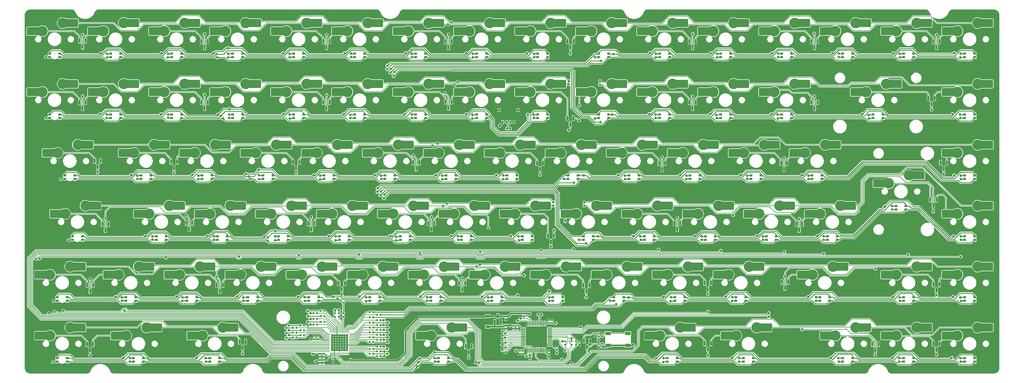
<source format=gbl>
G04 #@! TF.GenerationSoftware,KiCad,Pcbnew,7.0.2*
G04 #@! TF.CreationDate,2023-04-27T19:56:02+01:00*
G04 #@! TF.ProjectId,ISO75+STM+PKRGB,49534f37-352b-4535-944d-2b504b524742,rev?*
G04 #@! TF.SameCoordinates,Original*
G04 #@! TF.FileFunction,Copper,L2,Bot*
G04 #@! TF.FilePolarity,Positive*
%FSLAX46Y46*%
G04 Gerber Fmt 4.6, Leading zero omitted, Abs format (unit mm)*
G04 Created by KiCad (PCBNEW 7.0.2) date 2023-04-27 19:56:02*
%MOMM*%
%LPD*%
G01*
G04 APERTURE LIST*
G04 Aperture macros list*
%AMRoundRect*
0 Rectangle with rounded corners*
0 $1 Rounding radius*
0 $2 $3 $4 $5 $6 $7 $8 $9 X,Y pos of 4 corners*
0 Add a 4 corners polygon primitive as box body*
4,1,4,$2,$3,$4,$5,$6,$7,$8,$9,$2,$3,0*
0 Add four circle primitives for the rounded corners*
1,1,$1+$1,$2,$3*
1,1,$1+$1,$4,$5*
1,1,$1+$1,$6,$7*
1,1,$1+$1,$8,$9*
0 Add four rect primitives between the rounded corners*
20,1,$1+$1,$2,$3,$4,$5,0*
20,1,$1+$1,$4,$5,$6,$7,0*
20,1,$1+$1,$6,$7,$8,$9,0*
20,1,$1+$1,$8,$9,$2,$3,0*%
G04 Aperture macros list end*
G04 #@! TA.AperFunction,SMDPad,CuDef*
%ADD10RoundRect,0.135000X0.185000X-0.135000X0.185000X0.135000X-0.185000X0.135000X-0.185000X-0.135000X0*%
G04 #@! TD*
G04 #@! TA.AperFunction,ComponentPad*
%ADD11C,3.300000*%
G04 #@! TD*
G04 #@! TA.AperFunction,SMDPad,CuDef*
%ADD12R,1.650000X2.500000*%
G04 #@! TD*
G04 #@! TA.AperFunction,SMDPad,CuDef*
%ADD13RoundRect,0.250000X1.025000X1.000000X-1.025000X1.000000X-1.025000X-1.000000X1.025000X-1.000000X0*%
G04 #@! TD*
G04 #@! TA.AperFunction,SMDPad,CuDef*
%ADD14RoundRect,0.140000X-0.170000X0.140000X-0.170000X-0.140000X0.170000X-0.140000X0.170000X0.140000X0*%
G04 #@! TD*
G04 #@! TA.AperFunction,SMDPad,CuDef*
%ADD15R,1.200000X0.900000*%
G04 #@! TD*
G04 #@! TA.AperFunction,SMDPad,CuDef*
%ADD16RoundRect,0.135000X-0.135000X-0.185000X0.135000X-0.185000X0.135000X0.185000X-0.135000X0.185000X0*%
G04 #@! TD*
G04 #@! TA.AperFunction,SMDPad,CuDef*
%ADD17RoundRect,0.070000X0.330000X-0.280000X0.330000X0.280000X-0.330000X0.280000X-0.330000X-0.280000X0*%
G04 #@! TD*
G04 #@! TA.AperFunction,SMDPad,CuDef*
%ADD18RoundRect,0.150000X-0.150000X0.587500X-0.150000X-0.587500X0.150000X-0.587500X0.150000X0.587500X0*%
G04 #@! TD*
G04 #@! TA.AperFunction,SMDPad,CuDef*
%ADD19RoundRect,0.135000X0.135000X0.185000X-0.135000X0.185000X-0.135000X-0.185000X0.135000X-0.185000X0*%
G04 #@! TD*
G04 #@! TA.AperFunction,SMDPad,CuDef*
%ADD20RoundRect,0.135000X-0.185000X0.135000X-0.185000X-0.135000X0.185000X-0.135000X0.185000X0.135000X0*%
G04 #@! TD*
G04 #@! TA.AperFunction,SMDPad,CuDef*
%ADD21O,0.220000X0.740000*%
G04 #@! TD*
G04 #@! TA.AperFunction,SMDPad,CuDef*
%ADD22O,0.740000X0.220000*%
G04 #@! TD*
G04 #@! TA.AperFunction,ComponentPad*
%ADD23C,0.600000*%
G04 #@! TD*
G04 #@! TA.AperFunction,SMDPad,CuDef*
%ADD24R,0.771428X0.771428*%
G04 #@! TD*
G04 #@! TA.AperFunction,SMDPad,CuDef*
%ADD25RoundRect,0.140000X0.170000X-0.140000X0.170000X0.140000X-0.170000X0.140000X-0.170000X-0.140000X0*%
G04 #@! TD*
G04 #@! TA.AperFunction,SMDPad,CuDef*
%ADD26R,1.800000X1.100000*%
G04 #@! TD*
G04 #@! TA.AperFunction,SMDPad,CuDef*
%ADD27RoundRect,0.075000X0.075000X-0.662500X0.075000X0.662500X-0.075000X0.662500X-0.075000X-0.662500X0*%
G04 #@! TD*
G04 #@! TA.AperFunction,SMDPad,CuDef*
%ADD28RoundRect,0.075000X0.662500X-0.075000X0.662500X0.075000X-0.662500X0.075000X-0.662500X-0.075000X0*%
G04 #@! TD*
G04 #@! TA.AperFunction,SMDPad,CuDef*
%ADD29RoundRect,0.140000X-0.140000X-0.170000X0.140000X-0.170000X0.140000X0.170000X-0.140000X0.170000X0*%
G04 #@! TD*
G04 #@! TA.AperFunction,SMDPad,CuDef*
%ADD30RoundRect,0.150000X-0.150000X-0.275000X0.150000X-0.275000X0.150000X0.275000X-0.150000X0.275000X0*%
G04 #@! TD*
G04 #@! TA.AperFunction,SMDPad,CuDef*
%ADD31RoundRect,0.175000X-0.175000X-0.225000X0.175000X-0.225000X0.175000X0.225000X-0.175000X0.225000X0*%
G04 #@! TD*
G04 #@! TA.AperFunction,SMDPad,CuDef*
%ADD32RoundRect,0.150000X0.150000X-0.587500X0.150000X0.587500X-0.150000X0.587500X-0.150000X-0.587500X0*%
G04 #@! TD*
G04 #@! TA.AperFunction,ViaPad*
%ADD33C,0.800000*%
G04 #@! TD*
G04 #@! TA.AperFunction,Conductor*
%ADD34C,0.508000*%
G04 #@! TD*
G04 #@! TA.AperFunction,Conductor*
%ADD35C,0.203200*%
G04 #@! TD*
G04 #@! TA.AperFunction,Conductor*
%ADD36C,0.254000*%
G04 #@! TD*
G04 #@! TA.AperFunction,Conductor*
%ADD37C,0.300000*%
G04 #@! TD*
G04 #@! TA.AperFunction,Conductor*
%ADD38C,0.350000*%
G04 #@! TD*
G04 APERTURE END LIST*
D10*
X110998000Y-109018800D03*
X110998000Y-107998800D03*
D11*
X232727500Y-95885000D03*
D12*
X230902500Y-95885000D03*
D13*
X229177500Y-95885000D03*
X242627500Y-93345000D03*
D12*
X240877500Y-93345000D03*
D11*
X239077500Y-93345000D03*
D14*
X192140000Y-117530000D03*
X192140000Y-118490000D03*
D15*
X157500000Y-108850000D03*
X157500000Y-112150000D03*
D16*
X120648000Y-115462000D03*
X121668000Y-115462000D03*
D11*
X235108750Y-114935000D03*
D12*
X233283750Y-114935000D03*
D13*
X231558750Y-114935000D03*
X245008750Y-112395000D03*
D12*
X243258750Y-112395000D03*
D11*
X241458750Y-112395000D03*
D17*
X237368750Y-123105000D03*
X237368750Y-122005000D03*
X240468750Y-122005000D03*
X240468750Y-123105000D03*
D18*
X80000000Y-116862500D03*
X81900000Y-116862500D03*
X80950000Y-118737500D03*
D11*
X185102500Y-76835000D03*
D12*
X183277500Y-76835000D03*
D13*
X181552500Y-76835000D03*
X195002500Y-74295000D03*
D12*
X193252500Y-74295000D03*
D11*
X191452500Y-74295000D03*
D18*
X37150000Y-80025000D03*
X39050000Y-80025000D03*
X38100000Y-81900000D03*
D17*
X134975000Y-46905000D03*
X134975000Y-45805000D03*
X138075000Y-45805000D03*
X138075000Y-46905000D03*
D16*
X122934000Y-118364000D03*
X123954000Y-118364000D03*
D11*
X266065000Y-114935000D03*
D12*
X264240000Y-114935000D03*
D13*
X262515000Y-114935000D03*
X275965000Y-112395000D03*
D12*
X274215000Y-112395000D03*
D11*
X272415000Y-112395000D03*
X94615000Y-19685000D03*
D12*
X92790000Y-19685000D03*
D13*
X91065000Y-19685000D03*
X104515000Y-17145000D03*
D12*
X102765000Y-17145000D03*
D11*
X100965000Y-17145000D03*
D17*
X134975000Y-27855000D03*
X134975000Y-26755000D03*
X138075000Y-26755000D03*
X138075000Y-27855000D03*
D11*
X285115000Y-114935000D03*
D12*
X283290000Y-114935000D03*
D13*
X281565000Y-114935000D03*
X295015000Y-112395000D03*
D12*
X293265000Y-112395000D03*
D11*
X291465000Y-112395000D03*
D18*
X63343750Y-79662500D03*
X65243750Y-79662500D03*
X64293750Y-81537500D03*
D11*
X139858750Y-114935000D03*
D12*
X138033750Y-114935000D03*
D13*
X136308750Y-114935000D03*
X149758750Y-112395000D03*
D12*
X148008750Y-112395000D03*
D11*
X146208750Y-112395000D03*
X51752500Y-76835000D03*
D12*
X49927500Y-76835000D03*
D13*
X48202500Y-76835000D03*
X61652500Y-74295000D03*
D12*
X59902500Y-74295000D03*
D11*
X58102500Y-74295000D03*
D17*
X39725000Y-46905000D03*
X39725000Y-45805000D03*
X42825000Y-45805000D03*
X42825000Y-46905000D03*
D11*
X75565000Y-38735000D03*
D12*
X73740000Y-38735000D03*
D13*
X72015000Y-38735000D03*
X85465000Y-36195000D03*
D12*
X83715000Y-36195000D03*
D11*
X81915000Y-36195000D03*
X175577500Y-95885000D03*
D12*
X173752500Y-95885000D03*
D13*
X172027500Y-95885000D03*
X185477500Y-93345000D03*
D12*
X183727500Y-93345000D03*
D11*
X181927500Y-93345000D03*
D17*
X87350000Y-65955000D03*
X87350000Y-64855000D03*
X90450000Y-64855000D03*
X90450000Y-65955000D03*
X284993750Y-75480000D03*
X284993750Y-74380000D03*
X288093750Y-74380000D03*
X288093750Y-75480000D03*
X249275000Y-27855000D03*
X249275000Y-26755000D03*
X252375000Y-26755000D03*
X252375000Y-27855000D03*
D11*
X20796250Y-95885000D03*
D12*
X18971250Y-95885000D03*
D13*
X17246250Y-95885000D03*
X30696250Y-93345000D03*
D12*
X28946250Y-93345000D03*
D11*
X27146250Y-93345000D03*
X108902500Y-76835000D03*
D12*
X107077500Y-76835000D03*
D13*
X105352500Y-76835000D03*
X118802500Y-74295000D03*
D12*
X117052500Y-74295000D03*
D11*
X115252500Y-74295000D03*
D17*
X58775000Y-27855000D03*
X58775000Y-26755000D03*
X61875000Y-26755000D03*
X61875000Y-27855000D03*
D19*
X97735000Y-114046000D03*
X96715000Y-114046000D03*
D17*
X115925000Y-46905000D03*
X115925000Y-45805000D03*
X119025000Y-45805000D03*
X119025000Y-46905000D03*
D11*
X118427500Y-95885000D03*
D12*
X116602500Y-95885000D03*
D13*
X114877500Y-95885000D03*
X128327500Y-93345000D03*
D12*
X126577500Y-93345000D03*
D11*
X124777500Y-93345000D03*
X151765000Y-19685000D03*
D12*
X149940000Y-19685000D03*
D13*
X148215000Y-19685000D03*
X161665000Y-17145000D03*
D12*
X159915000Y-17145000D03*
D11*
X158115000Y-17145000D03*
D18*
X277656250Y-117600000D03*
X279556250Y-117600000D03*
X278606250Y-119475000D03*
D11*
X142240000Y-57785000D03*
D12*
X140415000Y-57785000D03*
D13*
X138690000Y-57785000D03*
X152140000Y-55245000D03*
D12*
X150390000Y-55245000D03*
D11*
X148590000Y-55245000D03*
D18*
X187575000Y-116537500D03*
X189475000Y-116537500D03*
X188525000Y-118412500D03*
D20*
X109150000Y-122172000D03*
X109150000Y-123192000D03*
D18*
X30006250Y-41925000D03*
X31906250Y-41925000D03*
X30956250Y-43800000D03*
D11*
X123190000Y-57785000D03*
D12*
X121365000Y-57785000D03*
D13*
X119640000Y-57785000D03*
X133090000Y-55245000D03*
D12*
X131340000Y-55245000D03*
D11*
X129540000Y-55245000D03*
X204152500Y-76835000D03*
D12*
X202327500Y-76835000D03*
D13*
X200602500Y-76835000D03*
X214052500Y-74295000D03*
D12*
X212302500Y-74295000D03*
D11*
X210502500Y-74295000D03*
D18*
X110950000Y-98562500D03*
X112850000Y-98562500D03*
X111900000Y-100437500D03*
D11*
X137477500Y-95885000D03*
D12*
X135652500Y-95885000D03*
D13*
X133927500Y-95885000D03*
X147377500Y-93345000D03*
D12*
X145627500Y-93345000D03*
D11*
X143827500Y-93345000D03*
D17*
X173075000Y-27855000D03*
X173075000Y-26755000D03*
X176175000Y-26755000D03*
X176175000Y-27855000D03*
X215937500Y-104055000D03*
X215937500Y-102955000D03*
X219037500Y-102955000D03*
X219037500Y-104055000D03*
X277850000Y-46905000D03*
X277850000Y-45805000D03*
X280950000Y-45805000D03*
X280950000Y-46905000D03*
D14*
X166700000Y-111770000D03*
X166700000Y-112730000D03*
D18*
X215743750Y-79762500D03*
X217643750Y-79762500D03*
X216693750Y-81637500D03*
D11*
X37465000Y-38735000D03*
D12*
X35640000Y-38735000D03*
D13*
X33915000Y-38735000D03*
X47365000Y-36195000D03*
D12*
X45615000Y-36195000D03*
D11*
X43815000Y-36195000D03*
D17*
X23056250Y-104055000D03*
X23056250Y-102955000D03*
X26156250Y-102955000D03*
X26156250Y-104055000D03*
D11*
X218440000Y-57785000D03*
D12*
X216615000Y-57785000D03*
D13*
X214890000Y-57785000D03*
X228340000Y-55245000D03*
D12*
X226590000Y-55245000D03*
D11*
X224790000Y-55245000D03*
D17*
X39725000Y-27855000D03*
X39725000Y-26755000D03*
X42825000Y-26755000D03*
X42825000Y-27855000D03*
D18*
X58581250Y-60525000D03*
X60481250Y-60525000D03*
X59531250Y-62400000D03*
D20*
X181750000Y-116740000D03*
X181750000Y-117760000D03*
D17*
X225462500Y-85005000D03*
X225462500Y-83905000D03*
X228562500Y-83905000D03*
X228562500Y-85005000D03*
D18*
X249081250Y-60975000D03*
X250981250Y-60975000D03*
X250031250Y-62850000D03*
D11*
X70802500Y-76835000D03*
D12*
X68977500Y-76835000D03*
D13*
X67252500Y-76835000D03*
X80702500Y-74295000D03*
D12*
X78952500Y-74295000D03*
D11*
X77152500Y-74295000D03*
D17*
X220700000Y-65955000D03*
X220700000Y-64855000D03*
X223800000Y-64855000D03*
X223800000Y-65955000D03*
X142118750Y-123105000D03*
X142118750Y-122005000D03*
X145218750Y-122005000D03*
X145218750Y-123105000D03*
D11*
X275590000Y-38735000D03*
D12*
X273765000Y-38735000D03*
D13*
X272040000Y-38735000D03*
X285490000Y-36195000D03*
D12*
X283740000Y-36195000D03*
D11*
X281940000Y-36195000D03*
D18*
X134250000Y-60762500D03*
X136150000Y-60762500D03*
X135200000Y-62637500D03*
D11*
X208915000Y-19685000D03*
D12*
X207090000Y-19685000D03*
D13*
X205365000Y-19685000D03*
X218815000Y-17145000D03*
D12*
X217065000Y-17145000D03*
D11*
X215265000Y-17145000D03*
D16*
X122934000Y-108458000D03*
X123954000Y-108458000D03*
D18*
X34750000Y-60262500D03*
X36650000Y-60262500D03*
X35700000Y-62137500D03*
D11*
X227965000Y-19685000D03*
D12*
X226140000Y-19685000D03*
D13*
X224415000Y-19685000D03*
X237865000Y-17145000D03*
D12*
X236115000Y-17145000D03*
D11*
X234315000Y-17145000D03*
D17*
X306425000Y-104055000D03*
X306425000Y-102955000D03*
X309525000Y-102955000D03*
X309525000Y-104055000D03*
D11*
X247015000Y-19685000D03*
D12*
X245190000Y-19685000D03*
D13*
X243465000Y-19685000D03*
X256915000Y-17145000D03*
D12*
X255165000Y-17145000D03*
D11*
X253365000Y-17145000D03*
X25558750Y-76835000D03*
D12*
X23733750Y-76835000D03*
D13*
X22008750Y-76835000D03*
X35458750Y-74295000D03*
D12*
X33708750Y-74295000D03*
D11*
X31908750Y-74295000D03*
D14*
X163200000Y-111770000D03*
X163200000Y-112730000D03*
D17*
X158787500Y-104055000D03*
X158787500Y-102955000D03*
X161887500Y-102955000D03*
X161887500Y-104055000D03*
D19*
X106428000Y-108839000D03*
X105408000Y-108839000D03*
D18*
X220506250Y-22875000D03*
X222406250Y-22875000D03*
X221456250Y-24750000D03*
D11*
X213677500Y-95885000D03*
D12*
X211852500Y-95885000D03*
D13*
X210127500Y-95885000D03*
X223577500Y-93345000D03*
D12*
X221827500Y-93345000D03*
D11*
X220027500Y-93345000D03*
X304165000Y-114935000D03*
D12*
X302340000Y-114935000D03*
D13*
X300615000Y-114935000D03*
X314065000Y-112395000D03*
D12*
X312315000Y-112395000D03*
D11*
X310515000Y-112395000D03*
X132715000Y-19685000D03*
D12*
X130890000Y-19685000D03*
D13*
X129165000Y-19685000D03*
X142615000Y-17145000D03*
D12*
X140865000Y-17145000D03*
D11*
X139065000Y-17145000D03*
X75565000Y-19685000D03*
D12*
X73740000Y-19685000D03*
D13*
X72015000Y-19685000D03*
X85465000Y-17145000D03*
D12*
X83715000Y-17145000D03*
D11*
X81915000Y-17145000D03*
D17*
X306425000Y-27855000D03*
X306425000Y-26755000D03*
X309525000Y-26755000D03*
X309525000Y-27855000D03*
D16*
X185090000Y-116700000D03*
X186110000Y-116700000D03*
D11*
X285115000Y-19685000D03*
D12*
X283290000Y-19685000D03*
D13*
X281565000Y-19685000D03*
X295015000Y-17145000D03*
D12*
X293265000Y-17145000D03*
D11*
X291465000Y-17145000D03*
D21*
X114000000Y-120530000D03*
X113600000Y-120530000D03*
X113200000Y-120530000D03*
X112800000Y-120530000D03*
X112400000Y-120530000D03*
X112000000Y-120530000D03*
X111600000Y-120530000D03*
X111200000Y-120530000D03*
X110800000Y-120530000D03*
X110400000Y-120530000D03*
X110000000Y-120530000D03*
X109600000Y-120530000D03*
X109200000Y-120530000D03*
X108800000Y-120530000D03*
X108400000Y-120530000D03*
D22*
X107795000Y-119925000D03*
X107795000Y-119525000D03*
X107795000Y-119125000D03*
X107795000Y-118725000D03*
X107795000Y-118325000D03*
X107795000Y-117925000D03*
X107795000Y-117525000D03*
X107795000Y-117125000D03*
X107795000Y-116725000D03*
X107795000Y-116325000D03*
X107795000Y-115925000D03*
X107795000Y-115525000D03*
X107795000Y-115125000D03*
X107795000Y-114725000D03*
X107795000Y-114325000D03*
D21*
X108400000Y-113720000D03*
X108800000Y-113720000D03*
X109200000Y-113720000D03*
X109600000Y-113720000D03*
X110000000Y-113720000D03*
X110400000Y-113720000D03*
X110800000Y-113720000D03*
X111200000Y-113720000D03*
X111600000Y-113720000D03*
X112000000Y-113720000D03*
X112400000Y-113720000D03*
X112800000Y-113720000D03*
X113200000Y-113720000D03*
X113600000Y-113720000D03*
X114000000Y-113720000D03*
D22*
X114605000Y-114325000D03*
X114605000Y-114725000D03*
X114605000Y-115125000D03*
X114605000Y-115525000D03*
X114605000Y-115925000D03*
X114605000Y-116325000D03*
X114605000Y-116725000D03*
X114605000Y-117125000D03*
X114605000Y-117525000D03*
X114605000Y-117925000D03*
X114605000Y-118325000D03*
X114605000Y-118725000D03*
X114605000Y-119125000D03*
X114605000Y-119525000D03*
X114605000Y-119925000D03*
D23*
X108885715Y-119439285D03*
D24*
X108885715Y-119439285D03*
X109657143Y-119439285D03*
D23*
X109657144Y-119439285D03*
X110428572Y-119439285D03*
D24*
X110428572Y-119439285D03*
X111200000Y-119439285D03*
D23*
X111200001Y-119439285D03*
X111971428Y-119439285D03*
D24*
X111971428Y-119439285D03*
D23*
X112742857Y-119439285D03*
D24*
X112742857Y-119439285D03*
D23*
X113514285Y-119439285D03*
D24*
X113514285Y-119439285D03*
D23*
X108885715Y-118667857D03*
D24*
X108885715Y-118667857D03*
D23*
X109657143Y-118667857D03*
D24*
X109657143Y-118667857D03*
D23*
X110428571Y-118667857D03*
D24*
X110428572Y-118667857D03*
D23*
X111200000Y-118667857D03*
D24*
X111200000Y-118667857D03*
D23*
X111971428Y-118667857D03*
D24*
X111971428Y-118667857D03*
D23*
X112742857Y-118667857D03*
D24*
X112742857Y-118667857D03*
D23*
X113514285Y-118667857D03*
D24*
X113514285Y-118667857D03*
D23*
X109657143Y-117896429D03*
X110428571Y-117896429D03*
X111200000Y-117896429D03*
X111971428Y-117896429D03*
X112742857Y-117896429D03*
X113514285Y-117896429D03*
X108885715Y-117896428D03*
D24*
X108885715Y-117896428D03*
X109657143Y-117896428D03*
X110428572Y-117896428D03*
X111200000Y-117896428D03*
X111971428Y-117896428D03*
X112742857Y-117896428D03*
X113514285Y-117896428D03*
D23*
X113514285Y-117125001D03*
X108885715Y-117125000D03*
D24*
X108885715Y-117125000D03*
D23*
X109657143Y-117125000D03*
D24*
X109657143Y-117125000D03*
D23*
X110428571Y-117125000D03*
D24*
X110428572Y-117125000D03*
D23*
X111200000Y-117125000D03*
D24*
X111200000Y-117125000D03*
D23*
X111971428Y-117125000D03*
D24*
X111971428Y-117125000D03*
D23*
X112742857Y-117125000D03*
D24*
X112742857Y-117125000D03*
X113514285Y-117125000D03*
D23*
X113514285Y-116353573D03*
D24*
X108885715Y-116353572D03*
D23*
X109657143Y-116353572D03*
D24*
X109657143Y-116353572D03*
D23*
X110428571Y-116353572D03*
D24*
X110428572Y-116353572D03*
D23*
X111200000Y-116353572D03*
D24*
X111200000Y-116353572D03*
D23*
X111971428Y-116353572D03*
D24*
X111971428Y-116353572D03*
D23*
X112742857Y-116353572D03*
D24*
X112742857Y-116353572D03*
X113514285Y-116353572D03*
D23*
X108885715Y-116353571D03*
X113514285Y-115582145D03*
X108885715Y-115582143D03*
D24*
X108885715Y-115582143D03*
D23*
X109657143Y-115582143D03*
D24*
X109657143Y-115582143D03*
D23*
X110428571Y-115582143D03*
D24*
X110428572Y-115582143D03*
D23*
X111200000Y-115582143D03*
D24*
X111200000Y-115582143D03*
D23*
X111971428Y-115582143D03*
D24*
X111971428Y-115582143D03*
D23*
X112742857Y-115582143D03*
D24*
X112742857Y-115582143D03*
X113514285Y-115582143D03*
X108885715Y-114810715D03*
D23*
X109657143Y-114810715D03*
D24*
X109657143Y-114810715D03*
D23*
X110428571Y-114810715D03*
D24*
X110428572Y-114810715D03*
D23*
X111200000Y-114810715D03*
D24*
X111200000Y-114810715D03*
D23*
X111971428Y-114810715D03*
D24*
X111971428Y-114810715D03*
D23*
X112742857Y-114810715D03*
D24*
X112742857Y-114810715D03*
D23*
X113514285Y-114810715D03*
D24*
X113514285Y-114810715D03*
D23*
X108885715Y-114810714D03*
D10*
X112369600Y-109018800D03*
X112369600Y-107998800D03*
D17*
X27818750Y-85005000D03*
X27818750Y-83905000D03*
X30918750Y-83905000D03*
X30918750Y-85005000D03*
D19*
X97740000Y-112522000D03*
X96720000Y-112522000D03*
D25*
X104512500Y-116012500D03*
X104512500Y-115052500D03*
D17*
X206412500Y-85005000D03*
X206412500Y-83905000D03*
X209512500Y-83905000D03*
X209512500Y-85005000D03*
D16*
X122934000Y-111652000D03*
X123954000Y-111652000D03*
D17*
X23056250Y-123105000D03*
X23056250Y-122005000D03*
X26156250Y-122005000D03*
X26156250Y-123105000D03*
D11*
X242252500Y-76835000D03*
D12*
X240427500Y-76835000D03*
D13*
X238702500Y-76835000D03*
X252152500Y-74295000D03*
D12*
X250402500Y-74295000D03*
D11*
X248602500Y-74295000D03*
D26*
X201275000Y-114275000D03*
X195075000Y-114275000D03*
X201275000Y-117975000D03*
X195075000Y-117975000D03*
D11*
X266065000Y-19685000D03*
D12*
X264240000Y-19685000D03*
D13*
X262515000Y-19685000D03*
X275965000Y-17145000D03*
D12*
X274215000Y-17145000D03*
D11*
X272415000Y-17145000D03*
D17*
X96875000Y-46905000D03*
X96875000Y-45805000D03*
X99975000Y-45805000D03*
X99975000Y-46905000D03*
D11*
X104140000Y-57785000D03*
D12*
X102315000Y-57785000D03*
D13*
X100590000Y-57785000D03*
X114040000Y-55245000D03*
D12*
X112290000Y-55245000D03*
D11*
X110490000Y-55245000D03*
D18*
X106206250Y-22875000D03*
X108106250Y-22875000D03*
X107156250Y-24750000D03*
D17*
X73062500Y-85005000D03*
X73062500Y-83905000D03*
X76162500Y-83905000D03*
X76162500Y-85005000D03*
X306425000Y-85005000D03*
X306425000Y-83905000D03*
X309525000Y-83905000D03*
X309525000Y-85005000D03*
D11*
X227965000Y-38735000D03*
D12*
X226140000Y-38735000D03*
D13*
X224415000Y-38735000D03*
X237865000Y-36195000D03*
D12*
X236115000Y-36195000D03*
D11*
X234315000Y-36195000D03*
X282733750Y-67310000D03*
D12*
X280908750Y-67310000D03*
D13*
X279183750Y-67310000D03*
X292633750Y-64770000D03*
D12*
X290883750Y-64770000D03*
D11*
X289083750Y-64770000D03*
D25*
X192100000Y-115180000D03*
X192100000Y-114220000D03*
D18*
X296650000Y-98862500D03*
X298550000Y-98862500D03*
X297600000Y-100737500D03*
D17*
X287375000Y-27855000D03*
X287375000Y-26755000D03*
X290475000Y-26755000D03*
X290475000Y-27855000D03*
X268325000Y-123105000D03*
X268325000Y-122005000D03*
X271425000Y-122005000D03*
X271425000Y-123105000D03*
X261181250Y-104055000D03*
X261181250Y-102955000D03*
X264281250Y-102955000D03*
X264281250Y-104055000D03*
D11*
X89852500Y-76835000D03*
D12*
X88027500Y-76835000D03*
D13*
X86302500Y-76835000D03*
X99752500Y-74295000D03*
D12*
X98002500Y-74295000D03*
D11*
X96202500Y-74295000D03*
D18*
X225250000Y-98462500D03*
X227150000Y-98462500D03*
X226200000Y-100337500D03*
D11*
X20796250Y-114935000D03*
D12*
X18971250Y-114935000D03*
D13*
X17246250Y-114935000D03*
X30696250Y-112395000D03*
D12*
X28946250Y-112395000D03*
D11*
X27146250Y-112395000D03*
D17*
X63537500Y-104055000D03*
X63537500Y-102955000D03*
X66637500Y-102955000D03*
X66637500Y-104055000D03*
D18*
X182406250Y-22875000D03*
X184306250Y-22875000D03*
X183356250Y-24750000D03*
D17*
X263562500Y-85005000D03*
X263562500Y-83905000D03*
X266662500Y-83905000D03*
X266662500Y-85005000D03*
D25*
X103412500Y-116012500D03*
X103412500Y-115052500D03*
D17*
X211175000Y-46905000D03*
X211175000Y-45805000D03*
X214275000Y-45805000D03*
X214275000Y-46905000D03*
D18*
X176270000Y-83672500D03*
X178170000Y-83672500D03*
X177220000Y-85547500D03*
D11*
X68421250Y-114935000D03*
D12*
X66596250Y-114935000D03*
D13*
X64871250Y-114935000D03*
X78321250Y-112395000D03*
D12*
X76571250Y-112395000D03*
D11*
X74771250Y-112395000D03*
D17*
X144500000Y-65955000D03*
X144500000Y-64855000D03*
X147600000Y-64855000D03*
X147600000Y-65955000D03*
D18*
X258606250Y-41925000D03*
X260506250Y-41925000D03*
X259556250Y-43800000D03*
D27*
X175470000Y-119478500D03*
X174970000Y-119478500D03*
X174470000Y-119478500D03*
X173970000Y-119478500D03*
X173470000Y-119478500D03*
X172970000Y-119478500D03*
X172470000Y-119478500D03*
X171970000Y-119478500D03*
X171470000Y-119478500D03*
X170970000Y-119478500D03*
X170470000Y-119478500D03*
X169970000Y-119478500D03*
D28*
X168557500Y-118066000D03*
X168557500Y-117566000D03*
X168557500Y-117066000D03*
X168557500Y-116566000D03*
X168557500Y-116066000D03*
X168557500Y-115566000D03*
X168557500Y-115066000D03*
X168557500Y-114566000D03*
X168557500Y-114066000D03*
X168557500Y-113566000D03*
X168557500Y-113066000D03*
X168557500Y-112566000D03*
D27*
X169970000Y-111153500D03*
X170470000Y-111153500D03*
X170970000Y-111153500D03*
X171470000Y-111153500D03*
X171970000Y-111153500D03*
X172470000Y-111153500D03*
X172970000Y-111153500D03*
X173470000Y-111153500D03*
X173970000Y-111153500D03*
X174470000Y-111153500D03*
X174970000Y-111153500D03*
X175470000Y-111153500D03*
D28*
X176882500Y-112566000D03*
X176882500Y-113066000D03*
X176882500Y-113566000D03*
X176882500Y-114066000D03*
X176882500Y-114566000D03*
X176882500Y-115066000D03*
X176882500Y-115566000D03*
X176882500Y-116066000D03*
X176882500Y-116566000D03*
X176882500Y-117066000D03*
X176882500Y-117566000D03*
X176882500Y-118066000D03*
D18*
X148550000Y-98562500D03*
X150450000Y-98562500D03*
X149500000Y-100437500D03*
D19*
X104142000Y-109728000D03*
X103122000Y-109728000D03*
D11*
X132715000Y-38735000D03*
D12*
X130890000Y-38735000D03*
D13*
X129165000Y-38735000D03*
X142615000Y-36195000D03*
D12*
X140865000Y-36195000D03*
D11*
X139065000Y-36195000D03*
D17*
X44487500Y-104055000D03*
X44487500Y-102955000D03*
X47587500Y-102955000D03*
X47587500Y-104055000D03*
D16*
X120648000Y-120650000D03*
X121668000Y-120650000D03*
D17*
X201650000Y-65955000D03*
X201650000Y-64855000D03*
X204750000Y-64855000D03*
X204750000Y-65955000D03*
D11*
X56515000Y-19685000D03*
D12*
X54690000Y-19685000D03*
D13*
X52965000Y-19685000D03*
X66415000Y-17145000D03*
D12*
X64665000Y-17145000D03*
D11*
X62865000Y-17145000D03*
D19*
X106428000Y-107188000D03*
X105408000Y-107188000D03*
D11*
X23177500Y-57785000D03*
D12*
X21352500Y-57785000D03*
D13*
X19627500Y-57785000D03*
X33077500Y-55245000D03*
D12*
X31327500Y-55245000D03*
D11*
X29527500Y-55245000D03*
D18*
X225268750Y-117331250D03*
X227168750Y-117331250D03*
X226218750Y-119206250D03*
X182350000Y-46912500D03*
X184250000Y-46912500D03*
X183300000Y-48787500D03*
D17*
X173075000Y-46905000D03*
X173075000Y-45805000D03*
X176175000Y-45805000D03*
X176175000Y-46905000D03*
D18*
X68106250Y-41925000D03*
X70006250Y-41925000D03*
X69056250Y-43800000D03*
D11*
X180340000Y-57785000D03*
D12*
X178515000Y-57785000D03*
D13*
X176790000Y-57785000D03*
X190240000Y-55245000D03*
D12*
X188490000Y-55245000D03*
D11*
X186690000Y-55245000D03*
D18*
X258606250Y-22875000D03*
X260506250Y-22875000D03*
X259556250Y-24750000D03*
D16*
X120648000Y-109220000D03*
X121668000Y-109220000D03*
D19*
X100078000Y-113284000D03*
X99058000Y-113284000D03*
D18*
X72868750Y-99075000D03*
X74768750Y-99075000D03*
X73818750Y-100950000D03*
D14*
X106212500Y-120602500D03*
X106212500Y-121562500D03*
D18*
X296650000Y-117462500D03*
X298550000Y-117462500D03*
X297600000Y-119337500D03*
D25*
X176550000Y-110980000D03*
X176550000Y-110020000D03*
D14*
X105100000Y-122570000D03*
X105100000Y-123530000D03*
D16*
X122934000Y-121412000D03*
X123954000Y-121412000D03*
D17*
X106400000Y-65955000D03*
X106400000Y-64855000D03*
X109500000Y-64855000D03*
X109500000Y-65955000D03*
X49250000Y-65955000D03*
X49250000Y-64855000D03*
X52350000Y-64855000D03*
X52350000Y-65955000D03*
X154025000Y-46905000D03*
X154025000Y-45805000D03*
X157125000Y-45805000D03*
X157125000Y-46905000D03*
D18*
X298950000Y-60825000D03*
X300850000Y-60825000D03*
X299900000Y-62700000D03*
D11*
X80327500Y-95885000D03*
D12*
X78502500Y-95885000D03*
D13*
X76777500Y-95885000D03*
X90227500Y-93345000D03*
D12*
X88477500Y-93345000D03*
D11*
X86677500Y-93345000D03*
D16*
X120648000Y-107569000D03*
X121668000Y-107569000D03*
D17*
X25437500Y-65955000D03*
X25437500Y-64855000D03*
X28537500Y-64855000D03*
X28537500Y-65955000D03*
X187362500Y-85005000D03*
X187362500Y-83905000D03*
X190462500Y-83905000D03*
X190462500Y-85005000D03*
X177837500Y-104055000D03*
X177837500Y-102955000D03*
X180937500Y-102955000D03*
X180937500Y-104055000D03*
D11*
X113665000Y-38735000D03*
D12*
X111840000Y-38735000D03*
D13*
X110115000Y-38735000D03*
X123565000Y-36195000D03*
D12*
X121815000Y-36195000D03*
D11*
X120015000Y-36195000D03*
D29*
X185100000Y-117750000D03*
X186060000Y-117750000D03*
D17*
X96875000Y-27855000D03*
X96875000Y-26755000D03*
X99975000Y-26755000D03*
X99975000Y-27855000D03*
X20675000Y-27855000D03*
X20675000Y-26755000D03*
X23775000Y-26755000D03*
X23775000Y-27855000D03*
D11*
X170815000Y-19685000D03*
D12*
X168990000Y-19685000D03*
D13*
X167265000Y-19685000D03*
X180715000Y-17145000D03*
D12*
X178965000Y-17145000D03*
D11*
X177165000Y-17145000D03*
D18*
X295118750Y-40659375D03*
X297018750Y-40659375D03*
X296068750Y-42534375D03*
D11*
X304165000Y-95885000D03*
D12*
X302340000Y-95885000D03*
D13*
X300615000Y-95885000D03*
X314065000Y-93345000D03*
D12*
X312315000Y-93345000D03*
D11*
X310515000Y-93345000D03*
D17*
X111162500Y-85005000D03*
X111162500Y-83905000D03*
X114262500Y-83905000D03*
X114262500Y-85005000D03*
D19*
X100078000Y-111760000D03*
X99058000Y-111760000D03*
D11*
X256540000Y-57785000D03*
D12*
X254715000Y-57785000D03*
D13*
X252990000Y-57785000D03*
X266440000Y-55245000D03*
D12*
X264690000Y-55245000D03*
D11*
X262890000Y-55245000D03*
X99377500Y-95885000D03*
D12*
X97552500Y-95885000D03*
D13*
X95827500Y-95885000D03*
X109277500Y-93345000D03*
D12*
X107527500Y-93345000D03*
D11*
X105727500Y-93345000D03*
D17*
X120687500Y-104055000D03*
X120687500Y-102955000D03*
X123787500Y-102955000D03*
X123787500Y-104055000D03*
D11*
X189865000Y-38735000D03*
D12*
X188040000Y-38735000D03*
D13*
X186315000Y-38735000D03*
X199765000Y-36195000D03*
D12*
X198015000Y-36195000D03*
D11*
X196215000Y-36195000D03*
D17*
X192125000Y-46905000D03*
X192125000Y-45805000D03*
X195225000Y-45805000D03*
X195225000Y-46905000D03*
D18*
X138950000Y-79762500D03*
X140850000Y-79762500D03*
X139900000Y-81637500D03*
D11*
X66040000Y-57785000D03*
D12*
X64215000Y-57785000D03*
D13*
X62490000Y-57785000D03*
X75940000Y-55245000D03*
D12*
X74190000Y-55245000D03*
D11*
X72390000Y-55245000D03*
D17*
X58775000Y-46905000D03*
X58775000Y-45805000D03*
X61875000Y-45805000D03*
X61875000Y-46905000D03*
D11*
X258921250Y-95885000D03*
D12*
X257096250Y-95885000D03*
D13*
X255371250Y-95885000D03*
X268821250Y-93345000D03*
D12*
X267071250Y-93345000D03*
D11*
X265271250Y-93345000D03*
X151765000Y-38735000D03*
D12*
X149940000Y-38735000D03*
D13*
X148215000Y-38735000D03*
X161665000Y-36195000D03*
D12*
X159915000Y-36195000D03*
D11*
X158115000Y-36195000D03*
X170815000Y-38735000D03*
D12*
X168990000Y-38735000D03*
D13*
X167265000Y-38735000D03*
X180715000Y-36195000D03*
D12*
X178965000Y-36195000D03*
D11*
X177165000Y-36195000D03*
D16*
X120648000Y-110890000D03*
X121668000Y-110890000D03*
D11*
X211296250Y-114935000D03*
D12*
X209471250Y-114935000D03*
D13*
X207746250Y-114935000D03*
X221196250Y-112395000D03*
D12*
X219446250Y-112395000D03*
D11*
X217646250Y-112395000D03*
D17*
X211175000Y-27855000D03*
X211175000Y-26755000D03*
X214275000Y-26755000D03*
X214275000Y-27855000D03*
X92112500Y-85005000D03*
X92112500Y-83905000D03*
X95212500Y-83905000D03*
X95212500Y-85005000D03*
D19*
X100078000Y-114808000D03*
X99058000Y-114808000D03*
D20*
X183650000Y-116740000D03*
X183650000Y-117760000D03*
D14*
X165550000Y-111770000D03*
X165550000Y-112730000D03*
D17*
X213556250Y-123105000D03*
X213556250Y-122005000D03*
X216656250Y-122005000D03*
X216656250Y-123105000D03*
D11*
X61277500Y-95885000D03*
D12*
X59452500Y-95885000D03*
D13*
X57727500Y-95885000D03*
X71177500Y-93345000D03*
D12*
X69427500Y-93345000D03*
D11*
X67627500Y-93345000D03*
D14*
X163150000Y-108920000D03*
X163150000Y-109880000D03*
D11*
X247015000Y-38735000D03*
D12*
X245190000Y-38735000D03*
D13*
X243465000Y-38735000D03*
X256915000Y-36195000D03*
D12*
X255165000Y-36195000D03*
D11*
X253365000Y-36195000D03*
D18*
X96713000Y-60657500D03*
X98613000Y-60657500D03*
X97663000Y-62532500D03*
D17*
X163550000Y-65955000D03*
X163550000Y-64855000D03*
X166650000Y-64855000D03*
X166650000Y-65955000D03*
X168312500Y-85005000D03*
X168312500Y-83905000D03*
X171412500Y-83905000D03*
X171412500Y-85005000D03*
D18*
X253843750Y-79962500D03*
X255743750Y-79962500D03*
X254793750Y-81837500D03*
D17*
X234987500Y-104055000D03*
X234987500Y-102955000D03*
X238087500Y-102955000D03*
X238087500Y-104055000D03*
D11*
X161290000Y-57785000D03*
D12*
X159465000Y-57785000D03*
D13*
X157740000Y-57785000D03*
X171190000Y-55245000D03*
D12*
X169440000Y-55245000D03*
D11*
X167640000Y-55245000D03*
X42227500Y-95885000D03*
D12*
X40402500Y-95885000D03*
D13*
X38677500Y-95885000D03*
X52127500Y-93345000D03*
D12*
X50377500Y-93345000D03*
D11*
X48577500Y-93345000D03*
D30*
X162170000Y-48155000D03*
X163370000Y-48155000D03*
X164570000Y-48155000D03*
X165770000Y-48155000D03*
D31*
X161020000Y-44380000D03*
X166920000Y-44380000D03*
D17*
X244512500Y-85005000D03*
X244512500Y-83905000D03*
X247612500Y-83905000D03*
X247612500Y-85005000D03*
D10*
X109778800Y-109018800D03*
X109778800Y-107998800D03*
D17*
X101637500Y-104055000D03*
X101637500Y-102955000D03*
X104737500Y-102955000D03*
X104737500Y-104055000D03*
D16*
X122934000Y-110128000D03*
X123954000Y-110128000D03*
X122934000Y-114700000D03*
X123954000Y-114700000D03*
D11*
X56515000Y-38735000D03*
D12*
X54690000Y-38735000D03*
D13*
X52965000Y-38735000D03*
X66415000Y-36195000D03*
D12*
X64665000Y-36195000D03*
D11*
X62865000Y-36195000D03*
D18*
X172881250Y-60975000D03*
X174781250Y-60975000D03*
X173831250Y-62850000D03*
D17*
X77825000Y-27855000D03*
X77825000Y-26755000D03*
X80925000Y-26755000D03*
X80925000Y-27855000D03*
X82587500Y-104055000D03*
X82587500Y-102955000D03*
X85687500Y-102955000D03*
X85687500Y-104055000D03*
D11*
X44608750Y-114935000D03*
D12*
X42783750Y-114935000D03*
D13*
X41058750Y-114935000D03*
X54508750Y-112395000D03*
D12*
X52758750Y-112395000D03*
D11*
X50958750Y-112395000D03*
D14*
X105112500Y-120602500D03*
X105112500Y-121562500D03*
D17*
X239750000Y-65955000D03*
X239750000Y-64855000D03*
X242850000Y-64855000D03*
X242850000Y-65955000D03*
D11*
X189865000Y-19685000D03*
D12*
X188040000Y-19685000D03*
D13*
X186315000Y-19685000D03*
X199765000Y-17145000D03*
D12*
X198015000Y-17145000D03*
D11*
X196215000Y-17145000D03*
D25*
X177600000Y-110980000D03*
X177600000Y-110020000D03*
X179100000Y-119380000D03*
X179100000Y-118420000D03*
D16*
X122934000Y-119888000D03*
X123954000Y-119888000D03*
D11*
X261302500Y-76835000D03*
D12*
X259477500Y-76835000D03*
D13*
X257752500Y-76835000D03*
X271202500Y-74295000D03*
D12*
X269452500Y-74295000D03*
D11*
X267652500Y-74295000D03*
X208915000Y-38735000D03*
D12*
X207090000Y-38735000D03*
D13*
X205365000Y-38735000D03*
X218815000Y-36195000D03*
D12*
X217065000Y-36195000D03*
D11*
X215265000Y-36195000D03*
D18*
X210981250Y-60975000D03*
X212881250Y-60975000D03*
X211931250Y-62850000D03*
D17*
X230225000Y-46905000D03*
X230225000Y-45805000D03*
X233325000Y-45805000D03*
X233325000Y-46905000D03*
X154025000Y-27855000D03*
X154025000Y-26755000D03*
X157125000Y-26755000D03*
X157125000Y-27855000D03*
D18*
X32387500Y-99075000D03*
X34287500Y-99075000D03*
X33337500Y-100950000D03*
D17*
X306425000Y-46905000D03*
X306425000Y-45805000D03*
X309525000Y-45805000D03*
X309525000Y-46905000D03*
D11*
X304165000Y-76835000D03*
D12*
X302340000Y-76835000D03*
D13*
X300615000Y-76835000D03*
X314065000Y-74295000D03*
D12*
X312315000Y-74295000D03*
D11*
X310515000Y-74295000D03*
X156527500Y-95885000D03*
D12*
X154702500Y-95885000D03*
D13*
X152977500Y-95885000D03*
X166427500Y-93345000D03*
D12*
X164677500Y-93345000D03*
D11*
X162877500Y-93345000D03*
D18*
X144306250Y-41781250D03*
X146206250Y-41781250D03*
X145256250Y-43656250D03*
D25*
X176600000Y-120630000D03*
X176600000Y-119670000D03*
D11*
X166052500Y-76835000D03*
D12*
X164227500Y-76835000D03*
D13*
X162502500Y-76835000D03*
X175952500Y-74295000D03*
D12*
X174202500Y-74295000D03*
D11*
X172402500Y-74295000D03*
D19*
X104142000Y-107950000D03*
X103122000Y-107950000D03*
D16*
X122934000Y-113176000D03*
X123954000Y-113176000D03*
D17*
X125450000Y-65955000D03*
X125450000Y-64855000D03*
X128550000Y-64855000D03*
X128550000Y-65955000D03*
D11*
X194627500Y-95885000D03*
D12*
X192802500Y-95885000D03*
D13*
X191077500Y-95885000D03*
X204527500Y-93345000D03*
D12*
X202777500Y-93345000D03*
D11*
X200977500Y-93345000D03*
D16*
X120648000Y-113938000D03*
X121668000Y-113938000D03*
D17*
X192125000Y-27855000D03*
X192125000Y-26755000D03*
X195225000Y-26755000D03*
X195225000Y-27855000D03*
D11*
X237490000Y-57785000D03*
D12*
X235665000Y-57785000D03*
D13*
X233940000Y-57785000D03*
X247390000Y-55245000D03*
D12*
X245640000Y-55245000D03*
D11*
X243840000Y-55245000D03*
X85090000Y-57785000D03*
D12*
X83265000Y-57785000D03*
D13*
X81540000Y-57785000D03*
X94990000Y-55245000D03*
D12*
X93240000Y-55245000D03*
D11*
X91440000Y-55245000D03*
D17*
X306425000Y-65955000D03*
X306425000Y-64855000D03*
X309525000Y-64855000D03*
X309525000Y-65955000D03*
X287375000Y-104055000D03*
X287375000Y-102955000D03*
X290475000Y-102955000D03*
X290475000Y-104055000D03*
X287375000Y-123105000D03*
X287375000Y-122005000D03*
X290475000Y-122005000D03*
X290475000Y-123105000D03*
D18*
X101443750Y-79800000D03*
X103343750Y-79800000D03*
X102393750Y-81675000D03*
X32350000Y-117562500D03*
X34250000Y-117562500D03*
X33300000Y-119437500D03*
D10*
X193230000Y-118520000D03*
X193230000Y-117500000D03*
D17*
X230225000Y-27855000D03*
X230225000Y-26755000D03*
X233325000Y-26755000D03*
X233325000Y-27855000D03*
D18*
X187325000Y-99218750D03*
X189225000Y-99218750D03*
X188275000Y-101093750D03*
D17*
X130212500Y-85005000D03*
X130212500Y-83905000D03*
X133312500Y-83905000D03*
X133312500Y-85005000D03*
D11*
X18415000Y-19685000D03*
D12*
X16590000Y-19685000D03*
D13*
X14865000Y-19685000D03*
X28315000Y-17145000D03*
D12*
X26565000Y-17145000D03*
D11*
X24765000Y-17145000D03*
D17*
X249275000Y-46905000D03*
X249275000Y-45805000D03*
X252375000Y-45805000D03*
X252375000Y-46905000D03*
X182600000Y-65955000D03*
X182600000Y-64855000D03*
X185700000Y-64855000D03*
X185700000Y-65955000D03*
D18*
X106206250Y-41925000D03*
X108106250Y-41925000D03*
X107156250Y-43800000D03*
D11*
X199390000Y-57785000D03*
D12*
X197565000Y-57785000D03*
D13*
X195840000Y-57785000D03*
X209290000Y-55245000D03*
D12*
X207540000Y-55245000D03*
D11*
X205740000Y-55245000D03*
D18*
X150620000Y-118272500D03*
X152520000Y-118272500D03*
X151570000Y-120147500D03*
D17*
X46868750Y-123105000D03*
X46868750Y-122005000D03*
X49968750Y-122005000D03*
X49968750Y-123105000D03*
D32*
X161600000Y-110687500D03*
X159700000Y-110687500D03*
X160650000Y-108812500D03*
D16*
X120648000Y-119126000D03*
X121668000Y-119126000D03*
D17*
X20675000Y-46905000D03*
X20675000Y-45805000D03*
X23775000Y-45805000D03*
X23775000Y-46905000D03*
D11*
X147002500Y-76835000D03*
D12*
X145177500Y-76835000D03*
D13*
X143452500Y-76835000D03*
X156902500Y-74295000D03*
D12*
X155152500Y-74295000D03*
D11*
X153352500Y-74295000D03*
X304165000Y-38735000D03*
D12*
X302340000Y-38735000D03*
D13*
X300615000Y-38735000D03*
X314065000Y-36195000D03*
D12*
X312315000Y-36195000D03*
D11*
X310515000Y-36195000D03*
D17*
X196887500Y-104055000D03*
X196887500Y-102955000D03*
X199987500Y-102955000D03*
X199987500Y-104055000D03*
X115925000Y-27855000D03*
X115925000Y-26755000D03*
X119025000Y-26755000D03*
X119025000Y-27855000D03*
X54012500Y-85005000D03*
X54012500Y-83905000D03*
X57112500Y-83905000D03*
X57112500Y-85005000D03*
D18*
X68106250Y-22875000D03*
X70006250Y-22875000D03*
X69056250Y-24750000D03*
D19*
X104142000Y-111506000D03*
X103122000Y-111506000D03*
D11*
X46990000Y-57785000D03*
D12*
X45165000Y-57785000D03*
D13*
X43440000Y-57785000D03*
X56890000Y-55245000D03*
D12*
X55140000Y-55245000D03*
D11*
X53340000Y-55245000D03*
D17*
X70681250Y-123105000D03*
X70681250Y-122005000D03*
X73781250Y-122005000D03*
X73781250Y-123105000D03*
D14*
X168500000Y-119670000D03*
X168500000Y-120630000D03*
D11*
X304165000Y-57785000D03*
D12*
X302340000Y-57785000D03*
D13*
X300615000Y-57785000D03*
X314065000Y-55245000D03*
D12*
X312315000Y-55245000D03*
D11*
X310515000Y-55245000D03*
D16*
X122934000Y-116224000D03*
X123954000Y-116224000D03*
D17*
X258800000Y-65955000D03*
X258800000Y-64855000D03*
X261900000Y-64855000D03*
X261900000Y-65955000D03*
D11*
X223202500Y-76835000D03*
D12*
X221377500Y-76835000D03*
D13*
X219652500Y-76835000D03*
X233102500Y-74295000D03*
D12*
X231352500Y-74295000D03*
D11*
X229552500Y-74295000D03*
X127952500Y-76835000D03*
D12*
X126127500Y-76835000D03*
D13*
X124402500Y-76835000D03*
X137852500Y-74295000D03*
D12*
X136102500Y-74295000D03*
D11*
X134302500Y-74295000D03*
D14*
X167450000Y-119670000D03*
X167450000Y-120630000D03*
D18*
X220506250Y-41925000D03*
X222406250Y-41925000D03*
X221456250Y-43800000D03*
X249400000Y-98100000D03*
X251300000Y-98100000D03*
X250350000Y-99975000D03*
D11*
X304165000Y-19685000D03*
D12*
X302340000Y-19685000D03*
D13*
X300615000Y-19685000D03*
X314065000Y-17145000D03*
D12*
X312315000Y-17145000D03*
D11*
X310515000Y-17145000D03*
D18*
X296706250Y-22875000D03*
X298606250Y-22875000D03*
X297656250Y-24750000D03*
D17*
X268325000Y-27855000D03*
X268325000Y-26755000D03*
X271425000Y-26755000D03*
X271425000Y-27855000D03*
D11*
X113665000Y-19685000D03*
D12*
X111840000Y-19685000D03*
D13*
X110115000Y-19685000D03*
X123565000Y-17145000D03*
D12*
X121815000Y-17145000D03*
D11*
X120015000Y-17145000D03*
D17*
X77825000Y-46905000D03*
X77825000Y-45805000D03*
X80925000Y-45805000D03*
X80925000Y-46905000D03*
X306425000Y-123105000D03*
X306425000Y-122005000D03*
X309525000Y-122005000D03*
X309525000Y-123105000D03*
D11*
X37465000Y-19685000D03*
D12*
X35640000Y-19685000D03*
D13*
X33915000Y-19685000D03*
X47365000Y-17145000D03*
D12*
X45615000Y-17145000D03*
D11*
X43815000Y-17145000D03*
D18*
X144306250Y-22875000D03*
X146206250Y-22875000D03*
X145256250Y-24750000D03*
D11*
X94615000Y-38735000D03*
D12*
X92790000Y-38735000D03*
D13*
X91065000Y-38735000D03*
X104515000Y-36195000D03*
D12*
X102765000Y-36195000D03*
D11*
X100965000Y-36195000D03*
D17*
X139737500Y-104055000D03*
X139737500Y-102955000D03*
X142837500Y-102955000D03*
X142837500Y-104055000D03*
D14*
X106200000Y-122570000D03*
X106200000Y-123530000D03*
D18*
X295700000Y-72362500D03*
X297600000Y-72362500D03*
X296650000Y-74237500D03*
D20*
X191000000Y-114210000D03*
X191000000Y-115230000D03*
D17*
X68300000Y-65955000D03*
X68300000Y-64855000D03*
X71400000Y-64855000D03*
X71400000Y-65955000D03*
D18*
X30006250Y-22662500D03*
X31906250Y-22662500D03*
X30956250Y-24537500D03*
D10*
X193250000Y-115210000D03*
X193250000Y-114190000D03*
D19*
X106428000Y-110617000D03*
X105408000Y-110617000D03*
X97735000Y-115570000D03*
X96715000Y-115570000D03*
D11*
X18415000Y-38735000D03*
D12*
X16590000Y-38735000D03*
D13*
X14865000Y-38735000D03*
X28315000Y-36195000D03*
D12*
X26565000Y-36195000D03*
D11*
X24765000Y-36195000D03*
D16*
X120648000Y-116986000D03*
X121668000Y-116986000D03*
D11*
X285115000Y-95885000D03*
D12*
X283290000Y-95885000D03*
D13*
X281565000Y-95885000D03*
X295015000Y-93345000D03*
D12*
X293265000Y-93345000D03*
D11*
X291465000Y-93345000D03*
D16*
X120648000Y-112414000D03*
X121668000Y-112414000D03*
D17*
X149262500Y-85005000D03*
X149262500Y-83905000D03*
X152362500Y-83905000D03*
X152362500Y-85005000D03*
D33*
X16466500Y-90969265D03*
X20420000Y-107854199D03*
X180810000Y-116740000D03*
X166300000Y-119650000D03*
X178700000Y-111000000D03*
X164500000Y-111750000D03*
X179100000Y-120350000D03*
X176600000Y-121650000D03*
X202900000Y-117850000D03*
X183650000Y-115820000D03*
X165690000Y-50160000D03*
X164220000Y-109880000D03*
X186110000Y-115690000D03*
X193240000Y-113220000D03*
X163160000Y-110820000D03*
X166290000Y-120630000D03*
X171150000Y-102180000D03*
X107250000Y-123530000D03*
X176540000Y-108950000D03*
X102400000Y-115050000D03*
X177750000Y-119680000D03*
X130250000Y-118750000D03*
X135250000Y-118750000D03*
X191140000Y-118490000D03*
X172130000Y-108290000D03*
X159520000Y-44400000D03*
X168380000Y-44400000D03*
X60300000Y-110800000D03*
X171350000Y-105020000D03*
X173570000Y-102180000D03*
X186060000Y-118720000D03*
X177610000Y-108970000D03*
X191000000Y-116150000D03*
X60300000Y-113200000D03*
X114700000Y-109000000D03*
X104170326Y-121556647D03*
X175330000Y-108330000D03*
X162270000Y-50210000D03*
X179100000Y-117500000D03*
X174890000Y-105080000D03*
X192100000Y-116200000D03*
X181650000Y-119625000D03*
X183590000Y-123513300D03*
X180610000Y-122446500D03*
X102880000Y-120700000D03*
X114770000Y-122536500D03*
X170610000Y-108130000D03*
X103780000Y-123030000D03*
X102370000Y-116071500D03*
X161235000Y-49295000D03*
X33340000Y-121100000D03*
X38100000Y-78300000D03*
X30940000Y-40080000D03*
X157700000Y-81300000D03*
X167750000Y-109550000D03*
X30956250Y-20850000D03*
X33370000Y-97270000D03*
X35680000Y-63830000D03*
X80950000Y-120600000D03*
X69070000Y-39630000D03*
X69070000Y-20610000D03*
X168850000Y-108943000D03*
X168800000Y-96100000D03*
X59450000Y-63960000D03*
X63450000Y-77425000D03*
X72825000Y-96575000D03*
X166800000Y-110300000D03*
X107190000Y-20810000D03*
X111900000Y-102100000D03*
X97663000Y-64008000D03*
X102420000Y-77870000D03*
X107160000Y-39730000D03*
X166800000Y-102300000D03*
X149600000Y-97000000D03*
X170649581Y-122050108D03*
X145275000Y-20700000D03*
X151580000Y-121860000D03*
X144125000Y-39025000D03*
X134275000Y-58500000D03*
X139950000Y-77840000D03*
X188300000Y-102950000D03*
X183320000Y-26730000D03*
X186560000Y-112230000D03*
X177220000Y-87070000D03*
X173850000Y-64650000D03*
X182800000Y-50625000D03*
X221520000Y-20580000D03*
X226250000Y-107450000D03*
X211950000Y-59080000D03*
X226200000Y-101900000D03*
X221470000Y-40100000D03*
X226250000Y-121150000D03*
X216720000Y-78060000D03*
X255700000Y-113003500D03*
X245300000Y-109000000D03*
X278550000Y-121000000D03*
X278550000Y-94049300D03*
X259570000Y-40000000D03*
X254800000Y-78430000D03*
X250350000Y-96400000D03*
X250070000Y-59330000D03*
X259510000Y-20440000D03*
X297690000Y-20860000D03*
X297650000Y-120900000D03*
X299900000Y-64355900D03*
X297656250Y-102200000D03*
X296100000Y-44300000D03*
X234150000Y-77250000D03*
X296600000Y-76100000D03*
X245250000Y-107870900D03*
X163493800Y-50174100D03*
X173243800Y-108280000D03*
X174196200Y-108280000D03*
X164446200Y-50174100D03*
X163000000Y-120150000D03*
X145040000Y-17540000D03*
X146070000Y-16897900D03*
X162000000Y-119450000D03*
X163000000Y-118650000D03*
X192525000Y-36442100D03*
X182725000Y-36275000D03*
X147120000Y-36442100D03*
X182776379Y-35324485D03*
X192550000Y-35325000D03*
X161950000Y-117900000D03*
X148190000Y-35541500D03*
X163000000Y-117100000D03*
X140256436Y-55492100D03*
X141820000Y-54838600D03*
X162000000Y-116400000D03*
X162950000Y-115603500D03*
X187600000Y-74300000D03*
X143550000Y-74360000D03*
X177900000Y-74295000D03*
X144720000Y-73660000D03*
X162100000Y-114950000D03*
X177950000Y-73175000D03*
X187650000Y-73225000D03*
X154000000Y-93350000D03*
X162950000Y-114219500D03*
X155050000Y-92774046D03*
X162100000Y-113550000D03*
X170585219Y-121100384D03*
X154724352Y-123375648D03*
X169500000Y-121350000D03*
X153772815Y-123349246D03*
X72770987Y-26918291D03*
X95400000Y-114800000D03*
X55634024Y-26668100D03*
X76385700Y-25030000D03*
X171948964Y-26782988D03*
X114800000Y-26755000D03*
X38600000Y-26800000D03*
X57700000Y-26800000D03*
X150846915Y-26668100D03*
X169799974Y-26668074D03*
X131900000Y-26600000D03*
X112838644Y-26651744D03*
X152800000Y-26800000D03*
X133800000Y-26800000D03*
X94600000Y-115650000D03*
X36717694Y-26617695D03*
X71800000Y-26668100D03*
X76500000Y-26800000D03*
X95600000Y-26800000D03*
X93534024Y-26668100D03*
X72996205Y-27895373D03*
X94600000Y-114050000D03*
X24100000Y-66000000D03*
X24942999Y-107142999D03*
X26600000Y-85100000D03*
X21900000Y-104100000D03*
X21700000Y-123100000D03*
X19500000Y-27800000D03*
X19500000Y-46900000D03*
X38495000Y-46905000D03*
X38600000Y-27900000D03*
X43300000Y-104055000D03*
X44042499Y-107142499D03*
X45700000Y-123100000D03*
X305175000Y-90275000D03*
X57700000Y-46800000D03*
X305200000Y-85000000D03*
X57600000Y-27900000D03*
X305105000Y-46905000D03*
X56981500Y-90581500D03*
X305200000Y-123100000D03*
X17569836Y-90814354D03*
X305100000Y-27900000D03*
X48100000Y-65900000D03*
X305300000Y-104100000D03*
X69500000Y-123105000D03*
X22200000Y-107498599D03*
X52800000Y-84900000D03*
X305200000Y-66000000D03*
X62100000Y-104100000D03*
X276500000Y-47000000D03*
X67100000Y-66000000D03*
X72000000Y-85000000D03*
X79800000Y-90225900D03*
X286200000Y-27900000D03*
X286200000Y-104100000D03*
X283800000Y-75500000D03*
X76500000Y-27900000D03*
X285900000Y-123100000D03*
X288750000Y-89630100D03*
X81200000Y-104000000D03*
X76700000Y-46900000D03*
X100400000Y-104100000D03*
X95700000Y-47000000D03*
X257700000Y-66000000D03*
X98450000Y-89870300D03*
X262400000Y-89274500D03*
X267100000Y-123100000D03*
X267100000Y-27855000D03*
X95600000Y-27900000D03*
X91100000Y-85100000D03*
X86000000Y-66000000D03*
X262400000Y-85000000D03*
X260000000Y-104000000D03*
X119500000Y-104200000D03*
X117300000Y-89514700D03*
X238555000Y-65955000D03*
X110000000Y-85100000D03*
X114564611Y-46900000D03*
X248200000Y-27855000D03*
X243400000Y-85000000D03*
X114800000Y-27855000D03*
X248100000Y-47000000D03*
X105200000Y-66100000D03*
X250150000Y-88700000D03*
X224300000Y-85005000D03*
X230300000Y-88400000D03*
X233800000Y-104100000D03*
X229000000Y-46900000D03*
X219500000Y-66000000D03*
X136350000Y-89159100D03*
X128900000Y-85100000D03*
X141000000Y-123100000D03*
X133755000Y-27855000D03*
X236000000Y-123100000D03*
X124307600Y-65955000D03*
X138600000Y-104000000D03*
X229100000Y-27900000D03*
X133800000Y-46900000D03*
X155150000Y-88803500D03*
X205300000Y-85000000D03*
X152700000Y-47000000D03*
X210000000Y-27900000D03*
X210850000Y-88000000D03*
X214600000Y-104200000D03*
X212300000Y-123200000D03*
X209900000Y-46900000D03*
X148300000Y-85000000D03*
X157600000Y-104100000D03*
X152800000Y-27900000D03*
X200400000Y-66000000D03*
X143250000Y-66050000D03*
X162200000Y-66000000D03*
X184300000Y-87852100D03*
X171900000Y-46900000D03*
X167200000Y-85100000D03*
X195700000Y-104055000D03*
X174100000Y-88200500D03*
X190900000Y-27855000D03*
X176700000Y-104100000D03*
X190900000Y-47000000D03*
X186000000Y-85000000D03*
X181300000Y-65900000D03*
X171945000Y-27855000D03*
X126102072Y-31602072D03*
X126238000Y-110871000D03*
X192900000Y-29000000D03*
X196750000Y-26850000D03*
X210000000Y-26800000D03*
X305115976Y-26715976D03*
X286200000Y-26800000D03*
X265067694Y-26667695D03*
X229100000Y-26800000D03*
X267100000Y-26700000D03*
X227134024Y-26634024D03*
X246167694Y-26667695D03*
X248145000Y-26755000D03*
X126186096Y-30486096D03*
X124968000Y-110109000D03*
X208099974Y-26568074D03*
X303199974Y-26568074D03*
X284200000Y-26668100D03*
X124968000Y-111633000D03*
X127218048Y-31518048D03*
X94600000Y-112500000D03*
X74107737Y-46189505D03*
X112500000Y-45718100D03*
X114565976Y-45865976D03*
X57681524Y-45786524D03*
X76750000Y-45750000D03*
X95600000Y-45800000D03*
X55500000Y-45700000D03*
X131600000Y-45700000D03*
X133800000Y-45800000D03*
X93634024Y-45634024D03*
X76770000Y-44040000D03*
X169997616Y-45834182D03*
X171915976Y-45815976D03*
X150826036Y-45718100D03*
X152765976Y-45965976D03*
X95350000Y-113251700D03*
X38505000Y-45805000D03*
X36534024Y-45634024D03*
X73157200Y-45870300D03*
X95350000Y-111750000D03*
X74900000Y-47000000D03*
X128350000Y-32450000D03*
X125095000Y-113157000D03*
X192700000Y-48100000D03*
X196400000Y-45800000D03*
X248000000Y-45800000D03*
X209900000Y-45800000D03*
X302700000Y-45718100D03*
X228900000Y-45899583D03*
X274400000Y-45718100D03*
X127134024Y-32634024D03*
X246017694Y-45717695D03*
X126238000Y-112395000D03*
X276400000Y-45900000D03*
X207924974Y-45643074D03*
X227000000Y-45600000D03*
X305000000Y-45805000D03*
X128115976Y-33715976D03*
X126238000Y-113919000D03*
X101350000Y-110600000D03*
X82815976Y-65115976D03*
X162313048Y-64855000D03*
X122199400Y-64768100D03*
X102150000Y-111500000D03*
X46134024Y-64734024D03*
X160249974Y-64768074D03*
X103124000Y-64744600D03*
X85980000Y-63070000D03*
X86000000Y-64703700D03*
X105163976Y-64904976D03*
X124175824Y-64892224D03*
X65234024Y-64634024D03*
X82017666Y-64386276D03*
X143281400Y-64871600D03*
X48032369Y-64899583D03*
X141260924Y-64760924D03*
X67184024Y-64884024D03*
X83435335Y-65935335D03*
X102150000Y-109750000D03*
X126238000Y-115443000D03*
X123034024Y-69934024D03*
X187500000Y-64855000D03*
X184400000Y-67100000D03*
X125095000Y-114681000D03*
X219534024Y-64934024D03*
X303184024Y-64813100D03*
X257700000Y-64900000D03*
X123137538Y-68798558D03*
X236499974Y-64768074D03*
X198250000Y-64768100D03*
X255584024Y-64768100D03*
X238500000Y-64900000D03*
X200359024Y-64859024D03*
X305284024Y-64884024D03*
X217600000Y-64768100D03*
X124100000Y-69900000D03*
X125095000Y-116205000D03*
X102100000Y-107950000D03*
X88800000Y-84200000D03*
X52784024Y-83884024D03*
X101400000Y-108850000D03*
X107970194Y-83818100D03*
X91140000Y-82130000D03*
X148200000Y-83900000D03*
X87730374Y-84013100D03*
X164800000Y-83818100D03*
X110000000Y-83905000D03*
X128915976Y-84015976D03*
X50534024Y-83818100D03*
X167100000Y-83900000D03*
X146109024Y-83818100D03*
X70049974Y-83818074D03*
X72026952Y-83905000D03*
X127124974Y-83743074D03*
X91100000Y-83900000D03*
X88715976Y-85315976D03*
X101300000Y-107200000D03*
X188200000Y-86100000D03*
X191950000Y-83905000D03*
X125095000Y-118364000D03*
X125200000Y-70868048D03*
X260434024Y-83734024D03*
X205084024Y-83884024D03*
X281517694Y-74517695D03*
X241534024Y-83734024D03*
X283700000Y-74400000D03*
X243434024Y-83934024D03*
X262384024Y-83884024D03*
X305200000Y-83900000D03*
X124018048Y-71018048D03*
X302934024Y-83870300D03*
X222246524Y-83818100D03*
X202924974Y-83743074D03*
X224300000Y-83900000D03*
X126238000Y-116967000D03*
X125100000Y-72000000D03*
X126111000Y-119126000D03*
X110600000Y-103325300D03*
X111000000Y-107000000D03*
X79234024Y-102634024D03*
X109800000Y-107000000D03*
X43200000Y-103000000D03*
X98267694Y-102867695D03*
X136499974Y-102768074D03*
X117484050Y-102784050D03*
X157615976Y-103015976D03*
X109200000Y-102868100D03*
X41274974Y-102843074D03*
X81100000Y-103000000D03*
X100300000Y-102900000D03*
X155749974Y-102818074D03*
X60284024Y-102784024D03*
X119440976Y-102940976D03*
X138500000Y-102900000D03*
X176700000Y-103000000D03*
X62184024Y-102984024D03*
X176700000Y-101060000D03*
X126200000Y-120600000D03*
X135834024Y-123234024D03*
X140940000Y-120120000D03*
X285900000Y-122000000D03*
X264724974Y-121843074D03*
X305100000Y-122000000D03*
X43700000Y-121918100D03*
X283917694Y-121917694D03*
X140900000Y-122005000D03*
X212400000Y-122005000D03*
X267000000Y-122000000D03*
X210100000Y-122070300D03*
X233900000Y-121918100D03*
X302400000Y-121918100D03*
X45700000Y-122000000D03*
X125200000Y-119900000D03*
X136275000Y-122100000D03*
X66600000Y-121918100D03*
X236000000Y-122000000D03*
X69400000Y-122005000D03*
X125200000Y-121379700D03*
X135500000Y-124600000D03*
X197600000Y-105100000D03*
X201500000Y-103000000D03*
X305100000Y-103000000D03*
X257584024Y-102868100D03*
X231824987Y-102743061D03*
X302799974Y-102868074D03*
X284099974Y-102868074D03*
X212399974Y-102868074D03*
X214700000Y-102955000D03*
X233900000Y-102900000D03*
X260000000Y-102900000D03*
X286100000Y-103000000D03*
X186025000Y-47675000D03*
X186050000Y-42900000D03*
X181700000Y-79140000D03*
X178180000Y-81970000D03*
D34*
X161235000Y-49295000D02*
X162170000Y-48360000D01*
X162170000Y-48360000D02*
X162170000Y-48155000D01*
D35*
X33340000Y-121100000D02*
X33340000Y-120002500D01*
X33340000Y-120002500D02*
X33337500Y-120000000D01*
X33337500Y-97302500D02*
X33337500Y-100950000D01*
X33370000Y-97270000D02*
X33337500Y-97302500D01*
X102420000Y-77870000D02*
X102393750Y-77896250D01*
X102393750Y-77896250D02*
X102393750Y-81900000D01*
X139900000Y-77890000D02*
X139950000Y-77840000D01*
X139900000Y-81637500D02*
X139900000Y-77890000D01*
X216693750Y-78086250D02*
X216693750Y-81900000D01*
X216720000Y-78060000D02*
X216693750Y-78086250D01*
X254793750Y-78436250D02*
X254793750Y-81900000D01*
X254800000Y-78430000D02*
X254793750Y-78436250D01*
D36*
X256085322Y-64768100D02*
X255584024Y-64768100D01*
X257483422Y-63370000D02*
X256085322Y-64768100D01*
X263640600Y-65040600D02*
X261970000Y-63370000D01*
X294478757Y-60485601D02*
X274421244Y-60485600D01*
X299468756Y-65475600D02*
X294478757Y-60485601D01*
X302521524Y-65475600D02*
X299468756Y-65475600D01*
X269866244Y-65040600D02*
X263640600Y-65040600D01*
X303184024Y-64813100D02*
X302521524Y-65475600D01*
X274421244Y-60485600D02*
X269866244Y-65040600D01*
X261970000Y-63370000D02*
X257483422Y-63370000D01*
X309525000Y-64455000D02*
X309525000Y-64855000D01*
X305330000Y-63770000D02*
X308840000Y-63770000D01*
X308840000Y-63770000D02*
X309525000Y-64455000D01*
X303167200Y-65932800D02*
X305330000Y-63770000D01*
X294289379Y-60942801D02*
X299279378Y-65932800D01*
X274610622Y-60942800D02*
X294289379Y-60942801D01*
X262997800Y-65497800D02*
X270055622Y-65497800D01*
X262357200Y-64857200D02*
X262997800Y-65497800D01*
X262357200Y-64855000D02*
X262357200Y-64857200D01*
X270055622Y-65497800D02*
X274610622Y-60942800D01*
X299279378Y-65932800D02*
X303167200Y-65932800D01*
X261900000Y-64855000D02*
X262357200Y-64855000D01*
X308380000Y-67100000D02*
X309525000Y-65955000D01*
X304490000Y-66390000D02*
X305200000Y-67100000D01*
X305200000Y-67100000D02*
X308380000Y-67100000D01*
X299090000Y-66390000D02*
X304490000Y-66390000D01*
X274800000Y-61400000D02*
X294100000Y-61400000D01*
X270245000Y-65955000D02*
X274800000Y-61400000D01*
X294100000Y-61400000D02*
X299090000Y-66390000D01*
X261900000Y-65955000D02*
X270245000Y-65955000D01*
D35*
X250031250Y-59368750D02*
X250031250Y-62850000D01*
X250070000Y-59330000D02*
X250031250Y-59368750D01*
X211931250Y-59098750D02*
X211931250Y-62850000D01*
X211950000Y-59080000D02*
X211931250Y-59098750D01*
X35680000Y-62888750D02*
X35718750Y-62850000D01*
X35680000Y-63830000D02*
X35680000Y-62888750D01*
X59450000Y-62481250D02*
X59531250Y-62400000D01*
X59450000Y-63960000D02*
X59450000Y-62481250D01*
X69056250Y-39643750D02*
X69056250Y-43800000D01*
X69070000Y-39630000D02*
X69056250Y-39643750D01*
X107156250Y-39733750D02*
X107156250Y-43800000D01*
X107160000Y-39730000D02*
X107156250Y-39733750D01*
X221456250Y-40113750D02*
X221456250Y-43800000D01*
X221470000Y-40100000D02*
X221456250Y-40113750D01*
X259556250Y-40013750D02*
X259556250Y-43800000D01*
X259570000Y-40000000D02*
X259556250Y-40013750D01*
X297656250Y-20893750D02*
X297656250Y-24750000D01*
X297690000Y-20860000D02*
X297656250Y-20893750D01*
X259556250Y-20486250D02*
X259556250Y-24750000D01*
X259510000Y-20440000D02*
X259556250Y-20486250D01*
X221520000Y-20580000D02*
X221456250Y-20643750D01*
X221456250Y-20643750D02*
X221456250Y-24750000D01*
X183356250Y-26693750D02*
X183356250Y-24750000D01*
X183320000Y-26730000D02*
X183356250Y-26693750D01*
X107156250Y-20843750D02*
X107156250Y-24750000D01*
X107190000Y-20810000D02*
X107156250Y-20843750D01*
X69056250Y-20623750D02*
X69056250Y-24750000D01*
X69070000Y-20610000D02*
X69056250Y-20623750D01*
X30956250Y-20850000D02*
X30956250Y-24750000D01*
X30956250Y-40096250D02*
X30956250Y-43800000D01*
X30940000Y-40080000D02*
X30956250Y-40096250D01*
D36*
X308790000Y-25690000D02*
X309525000Y-26425000D01*
X303402200Y-27397800D02*
X305110000Y-25690000D01*
X291897800Y-27397800D02*
X303402200Y-27397800D01*
X305110000Y-25690000D02*
X308790000Y-25690000D01*
X291257200Y-26757200D02*
X291897800Y-27397800D01*
X309525000Y-26425000D02*
X309525000Y-26755000D01*
X291257200Y-26755000D02*
X291257200Y-26757200D01*
X290475000Y-26755000D02*
X291257200Y-26755000D01*
X289837200Y-25587200D02*
X290475000Y-26225000D01*
X284569541Y-27397800D02*
X286380141Y-25587200D01*
X286380141Y-25587200D02*
X289837200Y-25587200D01*
X272497800Y-27397800D02*
X284569541Y-27397800D01*
X271855000Y-26755000D02*
X272497800Y-27397800D01*
X271425000Y-26755000D02*
X271855000Y-26755000D01*
X290475000Y-26225000D02*
X290475000Y-26755000D01*
X286190763Y-25130000D02*
X284652663Y-26668100D01*
X290330000Y-25130000D02*
X286190763Y-25130000D01*
X292030200Y-26830200D02*
X290330000Y-25130000D01*
X303199974Y-26568074D02*
X302937848Y-26830200D01*
X302937848Y-26830200D02*
X292030200Y-26830200D01*
X284652663Y-26668100D02*
X284200000Y-26668100D01*
X270957200Y-25637200D02*
X271425000Y-26105000D01*
X265369541Y-27397800D02*
X267130141Y-25637200D01*
X271425000Y-26105000D02*
X271425000Y-26755000D01*
X253697800Y-27397800D02*
X265369541Y-27397800D01*
X253055000Y-26755000D02*
X253697800Y-27397800D01*
X252375000Y-26755000D02*
X253055000Y-26755000D01*
X267130141Y-25637200D02*
X270957200Y-25637200D01*
X266940763Y-25180000D02*
X265453068Y-26667695D01*
X265453068Y-26667695D02*
X265067694Y-26667695D01*
X273150600Y-26940600D02*
X271390000Y-25180000D01*
X283927500Y-26940600D02*
X273150600Y-26940600D01*
X284200000Y-26668100D02*
X283927500Y-26940600D01*
X271390000Y-25180000D02*
X266940763Y-25180000D01*
X252610000Y-25240000D02*
X247980763Y-25240000D01*
X247980763Y-25240000D02*
X246553068Y-26667695D01*
X246553068Y-26667695D02*
X246167694Y-26667695D01*
X254310600Y-26940600D02*
X252610000Y-25240000D01*
X264794789Y-26940600D02*
X254310600Y-26940600D01*
X265067694Y-26667695D02*
X264794789Y-26940600D01*
X248170141Y-25697200D02*
X251827200Y-25697200D01*
X251827200Y-25697200D02*
X252375000Y-26245000D01*
X252375000Y-26245000D02*
X252375000Y-26755000D01*
X246469541Y-27397800D02*
X248170141Y-25697200D01*
X234897800Y-27397800D02*
X246469541Y-27397800D01*
X234257200Y-26757200D02*
X234897800Y-27397800D01*
X234257200Y-26755000D02*
X234257200Y-26757200D01*
X233325000Y-26755000D02*
X234257200Y-26755000D01*
X232847200Y-25677200D02*
X233325000Y-26155000D01*
X229122800Y-25677200D02*
X232847200Y-25677200D01*
X215397800Y-27397800D02*
X227402200Y-27397800D01*
X233325000Y-26155000D02*
X233325000Y-26755000D01*
X214757200Y-26757200D02*
X215397800Y-27397800D01*
X214757200Y-26755000D02*
X214757200Y-26757200D01*
X227402200Y-27397800D02*
X229122800Y-25677200D01*
X214275000Y-26755000D02*
X214757200Y-26755000D01*
X235140600Y-26940600D02*
X245894789Y-26940600D01*
X228933422Y-25220000D02*
X233420000Y-25220000D01*
X227519398Y-26634024D02*
X228933422Y-25220000D01*
X227134024Y-26634024D02*
X227519398Y-26634024D01*
X233420000Y-25220000D02*
X235140600Y-26940600D01*
X245894789Y-26940600D02*
X246167694Y-26667695D01*
X214430000Y-25250000D02*
X209803422Y-25250000D01*
X209803422Y-25250000D02*
X208485348Y-26568074D01*
X216120600Y-26940600D02*
X214430000Y-25250000D01*
X226827448Y-26940600D02*
X216120600Y-26940600D01*
X208485348Y-26568074D02*
X208099974Y-26568074D01*
X227134024Y-26634024D02*
X226827448Y-26940600D01*
X214275000Y-26205000D02*
X214275000Y-26755000D01*
X213777200Y-25707200D02*
X214275000Y-26205000D01*
X209992800Y-25707200D02*
X213777200Y-25707200D01*
X198597800Y-27397800D02*
X208302200Y-27397800D01*
X208302200Y-27397800D02*
X209992800Y-25707200D01*
X198050000Y-26850000D02*
X198597800Y-27397800D01*
X196750000Y-26850000D02*
X198050000Y-26850000D01*
X192125000Y-26395000D02*
X192125000Y-26755000D01*
X197426578Y-25580000D02*
X192940000Y-25580000D01*
X198787178Y-26940600D02*
X197426578Y-25580000D01*
X207727448Y-26940600D02*
X198787178Y-26940600D01*
X208099974Y-26568074D02*
X207727448Y-26940600D01*
X192940000Y-25580000D02*
X192125000Y-26395000D01*
X176175000Y-26425000D02*
X176175000Y-26755000D01*
X170102200Y-27397800D02*
X171870000Y-25630000D01*
X158297800Y-27397800D02*
X170102200Y-27397800D01*
X175380000Y-25630000D02*
X176175000Y-26425000D01*
X157657200Y-26755000D02*
X157657200Y-26757200D01*
X157657200Y-26757200D02*
X158297800Y-27397800D01*
X157125000Y-26755000D02*
X157657200Y-26755000D01*
X171870000Y-25630000D02*
X175380000Y-25630000D01*
X158900600Y-26940600D02*
X157200000Y-25240000D01*
X169527448Y-26940600D02*
X158900600Y-26940600D01*
X157200000Y-25240000D02*
X152680763Y-25240000D01*
X152680763Y-25240000D02*
X151252663Y-26668100D01*
X151252663Y-26668100D02*
X150846915Y-26668100D01*
X169799974Y-26668074D02*
X169527448Y-26940600D01*
X152870141Y-25697200D02*
X156507200Y-25697200D01*
X156507200Y-25697200D02*
X157125000Y-26315000D01*
X157125000Y-26315000D02*
X157125000Y-26755000D01*
X151169541Y-27397800D02*
X152870141Y-25697200D01*
X139197800Y-27397800D02*
X151169541Y-27397800D01*
X138075000Y-26755000D02*
X138555000Y-26755000D01*
X138555000Y-26755000D02*
X139197800Y-27397800D01*
X133960141Y-25607200D02*
X137417200Y-25607200D01*
X132169541Y-27397800D02*
X133960141Y-25607200D01*
X120197800Y-27397800D02*
X132169541Y-27397800D01*
X119557200Y-26757200D02*
X120197800Y-27397800D01*
X119557200Y-26755000D02*
X119557200Y-26757200D01*
X119025000Y-26755000D02*
X119557200Y-26755000D01*
X137417200Y-25607200D02*
X138075000Y-26265000D01*
X138075000Y-26265000D02*
X138075000Y-26755000D01*
X137850000Y-25150000D02*
X133770763Y-25150000D01*
X139640600Y-26940600D02*
X137850000Y-25150000D01*
X150574415Y-26940600D02*
X139640600Y-26940600D01*
X150846915Y-26668100D02*
X150574415Y-26940600D01*
X133770763Y-25150000D02*
X132320763Y-26600000D01*
X132320763Y-26600000D02*
X131900000Y-26600000D01*
X118527200Y-25657200D02*
X119025000Y-26155000D01*
X114865141Y-25657200D02*
X118527200Y-25657200D01*
X119025000Y-26155000D02*
X119025000Y-26755000D01*
X113124541Y-27397800D02*
X114865141Y-25657200D01*
X99975000Y-26755000D02*
X100555000Y-26755000D01*
X100555000Y-26755000D02*
X101197800Y-27397800D01*
X101197800Y-27397800D02*
X113124541Y-27397800D01*
X131559400Y-26940600D02*
X131900000Y-26600000D01*
X120540600Y-26940600D02*
X131559400Y-26940600D01*
X118800000Y-25200000D02*
X120540600Y-26940600D01*
X114675763Y-25200000D02*
X118800000Y-25200000D01*
X113224019Y-26651744D02*
X114675763Y-25200000D01*
X112838644Y-26651744D02*
X113224019Y-26651744D01*
X93985322Y-26668100D02*
X93534024Y-26668100D01*
X95493422Y-25160000D02*
X93985322Y-26668100D01*
X112549788Y-26940600D02*
X101650600Y-26940600D01*
X112838644Y-26651744D02*
X112549788Y-26940600D01*
X101650600Y-26940600D02*
X99870000Y-25160000D01*
X99870000Y-25160000D02*
X95493422Y-25160000D01*
X99975000Y-26295000D02*
X99975000Y-26755000D01*
X99297200Y-25617200D02*
X99975000Y-26295000D01*
X95682800Y-25617200D02*
X99297200Y-25617200D01*
X82197800Y-27397800D02*
X93902200Y-27397800D01*
X81555000Y-26755000D02*
X82197800Y-27397800D01*
X93902200Y-27397800D02*
X95682800Y-25617200D01*
X80925000Y-26755000D02*
X81555000Y-26755000D01*
X93261524Y-26940600D02*
X93534024Y-26668100D01*
X82710600Y-26940600D02*
X93261524Y-26940600D01*
X80780000Y-25010000D02*
X82710600Y-26940600D01*
X76405700Y-25010000D02*
X80780000Y-25010000D01*
X76385700Y-25030000D02*
X76405700Y-25010000D01*
X76163671Y-25770000D02*
X80410000Y-25770000D01*
X75033671Y-26900000D02*
X76163671Y-25770000D01*
X80410000Y-25770000D02*
X80925000Y-26285000D01*
X72789278Y-26900000D02*
X75033671Y-26900000D01*
X72770987Y-26918291D02*
X72789278Y-26900000D01*
X80925000Y-26285000D02*
X80925000Y-26755000D01*
X72425300Y-26042800D02*
X71800000Y-26668100D01*
X75670000Y-25030000D02*
X74657200Y-26042800D01*
X76385700Y-25030000D02*
X75670000Y-25030000D01*
X74657200Y-26042800D02*
X72425300Y-26042800D01*
X57802800Y-25597200D02*
X61177200Y-25597200D01*
X56002200Y-27397800D02*
X57802800Y-25597200D01*
X43997800Y-27397800D02*
X56002200Y-27397800D01*
X61177200Y-25597200D02*
X61875000Y-26295000D01*
X43355000Y-26755000D02*
X43997800Y-27397800D01*
X42825000Y-26755000D02*
X43355000Y-26755000D01*
X61875000Y-26295000D02*
X61875000Y-26755000D01*
X56085322Y-26668100D02*
X55634024Y-26668100D01*
X57613422Y-25140000D02*
X56085322Y-26668100D01*
X61770000Y-25140000D02*
X57613422Y-25140000D01*
X63570600Y-26940600D02*
X61770000Y-25140000D01*
X71800000Y-26668100D02*
X71527500Y-26940600D01*
X71527500Y-26940600D02*
X63570600Y-26940600D01*
X37103068Y-26617695D02*
X36717694Y-26617695D01*
X42630000Y-25150000D02*
X38570763Y-25150000D01*
X38570763Y-25150000D02*
X37103068Y-26617695D01*
X55361524Y-26940600D02*
X44420600Y-26940600D01*
X44420600Y-26940600D02*
X42630000Y-25150000D01*
X55634024Y-26668100D02*
X55361524Y-26940600D01*
X42825000Y-26305000D02*
X42825000Y-26755000D01*
X42127200Y-25607200D02*
X42825000Y-26305000D01*
X38760141Y-25607200D02*
X42127200Y-25607200D01*
X36969541Y-27397800D02*
X38760141Y-25607200D01*
X24797800Y-27397800D02*
X36969541Y-27397800D01*
X23775000Y-26755000D02*
X24155000Y-26755000D01*
X24155000Y-26755000D02*
X24797800Y-27397800D01*
X20675000Y-26415000D02*
X20675000Y-26755000D01*
X25340600Y-26940600D02*
X24080000Y-25680000D01*
X24080000Y-25680000D02*
X21410000Y-25680000D01*
X36394789Y-26940600D02*
X25340600Y-26940600D01*
X21410000Y-25680000D02*
X20675000Y-26415000D01*
X36717694Y-26617695D02*
X36394789Y-26940600D01*
X308790000Y-44670000D02*
X309525000Y-45405000D01*
X304830000Y-44670000D02*
X308790000Y-44670000D01*
X303052200Y-46447800D02*
X304830000Y-44670000D01*
X282347800Y-46447800D02*
X303052200Y-46447800D01*
X309525000Y-45405000D02*
X309525000Y-45805000D01*
X281705000Y-45805000D02*
X282347800Y-46447800D01*
X280950000Y-45805000D02*
X281705000Y-45805000D01*
X276620600Y-44627200D02*
X280257200Y-44627200D01*
X253093768Y-46447800D02*
X274800000Y-46447800D01*
X274800000Y-46447800D02*
X276620600Y-44627200D01*
X252450968Y-45805000D02*
X253093768Y-46447800D01*
X252375000Y-45805000D02*
X252450968Y-45805000D01*
X280257200Y-44627200D02*
X280950000Y-45320000D01*
X280950000Y-45320000D02*
X280950000Y-45805000D01*
X302427500Y-45990600D02*
X302700000Y-45718100D01*
X282537178Y-45990600D02*
X302427500Y-45990600D01*
X280716578Y-44170000D02*
X282537178Y-45990600D01*
X274400000Y-45718100D02*
X275948100Y-44170000D01*
X275948100Y-44170000D02*
X280716578Y-44170000D01*
X252375000Y-45335000D02*
X252375000Y-45805000D01*
X251797200Y-44757200D02*
X252375000Y-45335000D01*
X234647800Y-46447800D02*
X246319541Y-46447800D01*
X248010141Y-44757200D02*
X251797200Y-44757200D01*
X234005000Y-45805000D02*
X234647800Y-46447800D01*
X246319541Y-46447800D02*
X248010141Y-44757200D01*
X233325000Y-45805000D02*
X234005000Y-45805000D01*
X274127500Y-45990600D02*
X274400000Y-45718100D01*
X247820763Y-44300000D02*
X252045968Y-44300000D01*
X252045968Y-44300000D02*
X253736568Y-45990600D01*
X246403068Y-45717695D02*
X247820763Y-44300000D01*
X246017694Y-45717695D02*
X246403068Y-45717695D01*
X253736568Y-45990600D02*
X274127500Y-45990600D01*
X233325000Y-45355000D02*
X233325000Y-45805000D01*
X228952800Y-44747200D02*
X232717200Y-44747200D01*
X227252200Y-46447800D02*
X228952800Y-44747200D01*
X215847800Y-46447800D02*
X227252200Y-46447800D01*
X232717200Y-44747200D02*
X233325000Y-45355000D01*
X215205000Y-45805000D02*
X215847800Y-46447800D01*
X214275000Y-45805000D02*
X215205000Y-45805000D01*
X228310000Y-44290000D02*
X227000000Y-45600000D01*
X233190000Y-44290000D02*
X228310000Y-44290000D01*
X234890600Y-45990600D02*
X233190000Y-44290000D01*
X245744789Y-45990600D02*
X234890600Y-45990600D01*
X246017694Y-45717695D02*
X245744789Y-45990600D01*
X214275000Y-45395000D02*
X214275000Y-45805000D01*
X209992800Y-44607200D02*
X213487200Y-44607200D01*
X213487200Y-44607200D02*
X214275000Y-45395000D01*
X197300000Y-45800000D02*
X197947800Y-46447800D01*
X197947800Y-46447800D02*
X208152200Y-46447800D01*
X196400000Y-45800000D02*
X197300000Y-45800000D01*
X208152200Y-46447800D02*
X209992800Y-44607200D01*
X209750000Y-44150000D02*
X208256926Y-45643074D01*
X208256926Y-45643074D02*
X207924974Y-45643074D01*
X226609400Y-45990600D02*
X216290600Y-45990600D01*
X214450000Y-44150000D02*
X209750000Y-44150000D01*
X227000000Y-45600000D02*
X226609400Y-45990600D01*
X216290600Y-45990600D02*
X214450000Y-44150000D01*
X192810000Y-44690000D02*
X192125000Y-45375000D01*
X197290000Y-44690000D02*
X192810000Y-44690000D01*
X198590600Y-45990600D02*
X197290000Y-44690000D01*
X192125000Y-45375000D02*
X192125000Y-45805000D01*
X207924974Y-45643074D02*
X207577448Y-45990600D01*
X207577448Y-45990600D02*
X198590600Y-45990600D01*
X176175000Y-45415000D02*
X176175000Y-45805000D01*
X175390000Y-44630000D02*
X176175000Y-45415000D01*
X172070000Y-44630000D02*
X175390000Y-44630000D01*
X170710622Y-45989378D02*
X172070000Y-44630000D01*
X161083778Y-51837200D02*
X166756222Y-51837200D01*
X166756222Y-51837200D02*
X170710622Y-47882800D01*
X158927200Y-49680622D02*
X161083778Y-51837200D01*
X157251578Y-45805000D02*
X158927200Y-47480622D01*
X158927200Y-47480622D02*
X158927200Y-49680622D01*
X170710622Y-47882800D02*
X170710622Y-45989378D01*
X157125000Y-45805000D02*
X157251578Y-45805000D01*
X156337200Y-44637200D02*
X157125000Y-45425000D01*
X139447800Y-46447800D02*
X151252200Y-46447800D01*
X151252200Y-46447800D02*
X153062800Y-44637200D01*
X153062800Y-44637200D02*
X156337200Y-44637200D01*
X138805000Y-45805000D02*
X139447800Y-46447800D01*
X138075000Y-45805000D02*
X138805000Y-45805000D01*
X157125000Y-45425000D02*
X157125000Y-45805000D01*
X151335322Y-45718100D02*
X150826036Y-45718100D01*
X152873422Y-44180000D02*
X151335322Y-45718100D01*
X156780000Y-44180000D02*
X152873422Y-44180000D01*
X158200000Y-45600000D02*
X156780000Y-44180000D01*
X159384400Y-47291244D02*
X158200000Y-46106844D01*
X159384400Y-49491244D02*
X159384400Y-47291244D01*
X166566844Y-51380000D02*
X161273156Y-51380000D01*
X158200000Y-46106844D02*
X158200000Y-45600000D01*
X169997616Y-47949228D02*
X166566844Y-51380000D01*
X161273156Y-51380000D02*
X159384400Y-49491244D01*
X169997616Y-45834182D02*
X169997616Y-47949228D01*
X133100000Y-44200000D02*
X131600000Y-45700000D01*
X139890600Y-45990600D02*
X138100000Y-44200000D01*
X150826036Y-45718100D02*
X150553536Y-45990600D01*
X150553536Y-45990600D02*
X139890600Y-45990600D01*
X138100000Y-44200000D02*
X133100000Y-44200000D01*
X137417200Y-44657200D02*
X138075000Y-45315000D01*
X138075000Y-45315000D02*
X138075000Y-45805000D01*
X132002200Y-46447800D02*
X133792800Y-44657200D01*
X120647800Y-46447800D02*
X132002200Y-46447800D01*
X120005000Y-45805000D02*
X120647800Y-46447800D01*
X133792800Y-44657200D02*
X137417200Y-44657200D01*
X119025000Y-45805000D02*
X120005000Y-45805000D01*
X119260000Y-44190000D02*
X114028100Y-44190000D01*
X114028100Y-44190000D02*
X112500000Y-45718100D01*
X121060600Y-45990600D02*
X119260000Y-44190000D01*
X131309400Y-45990600D02*
X121060600Y-45990600D01*
X131600000Y-45700000D02*
X131309400Y-45990600D01*
X119025000Y-45225000D02*
X119025000Y-45805000D01*
X118447200Y-44647200D02*
X119025000Y-45225000D01*
X112802959Y-46447800D02*
X113230200Y-46020559D01*
X101947800Y-46447800D02*
X112802959Y-46447800D01*
X101305000Y-45805000D02*
X101947800Y-46447800D01*
X113230200Y-46020559D02*
X113230200Y-46019800D01*
X113230200Y-46019800D02*
X114602800Y-44647200D01*
X99975000Y-45805000D02*
X101305000Y-45805000D01*
X114602800Y-44647200D02*
X118447200Y-44647200D01*
X95612800Y-44687200D02*
X99367200Y-44687200D01*
X99367200Y-44687200D02*
X99975000Y-45295000D01*
X93852200Y-46447800D02*
X95612800Y-44687200D01*
X81800000Y-45900000D02*
X82347800Y-46447800D01*
X82347800Y-46447800D02*
X93852200Y-46447800D01*
X99975000Y-45295000D02*
X99975000Y-45805000D01*
X81020000Y-45900000D02*
X81800000Y-45900000D01*
X80925000Y-45805000D02*
X81020000Y-45900000D01*
X100430000Y-44230000D02*
X95423422Y-44230000D01*
X112227500Y-45990600D02*
X102190600Y-45990600D01*
X102190600Y-45990600D02*
X100430000Y-44230000D01*
X95423422Y-44230000D02*
X94019398Y-45634024D01*
X112500000Y-45718100D02*
X112227500Y-45990600D01*
X94019398Y-45634024D02*
X93634024Y-45634024D01*
X93277448Y-45990600D02*
X93634024Y-45634024D01*
X80700000Y-44040000D02*
X82650600Y-45990600D01*
X76770000Y-44040000D02*
X80700000Y-44040000D01*
X82650600Y-45990600D02*
X93277448Y-45990600D01*
X80925000Y-45215000D02*
X80925000Y-45805000D01*
X75527042Y-44770200D02*
X80480200Y-44770200D01*
X74107737Y-46189505D02*
X75527042Y-44770200D01*
X80480200Y-44770200D02*
X80925000Y-45215000D01*
X74987500Y-44040000D02*
X73157200Y-45870300D01*
X76770000Y-44040000D02*
X74987500Y-44040000D01*
X57562800Y-44737200D02*
X61347200Y-44737200D01*
X44247800Y-46447800D02*
X55852200Y-46447800D01*
X55852200Y-46447800D02*
X57562800Y-44737200D01*
X61347200Y-44737200D02*
X61875000Y-45265000D01*
X43605000Y-45805000D02*
X44247800Y-46447800D01*
X42825000Y-45805000D02*
X43605000Y-45805000D01*
X61875000Y-45265000D02*
X61875000Y-45805000D01*
X57373422Y-44280000D02*
X55953422Y-45700000D01*
X61980000Y-44280000D02*
X57373422Y-44280000D01*
X63842800Y-46142800D02*
X61980000Y-44280000D01*
X72884700Y-46142800D02*
X63842800Y-46142800D01*
X55953422Y-45700000D02*
X55500000Y-45700000D01*
X73157200Y-45870300D02*
X72884700Y-46142800D01*
X42825000Y-45275000D02*
X42825000Y-45805000D01*
X42307200Y-44757200D02*
X42825000Y-45275000D01*
X36752200Y-46447800D02*
X38442800Y-44757200D01*
X24605000Y-45805000D02*
X25247800Y-46447800D01*
X38442800Y-44757200D02*
X42307200Y-44757200D01*
X23775000Y-45805000D02*
X24605000Y-45805000D01*
X25247800Y-46447800D02*
X36752200Y-46447800D01*
X55209400Y-45990600D02*
X55500000Y-45700000D01*
X44437178Y-45990600D02*
X55209400Y-45990600D01*
X38253422Y-44300000D02*
X42746578Y-44300000D01*
X42746578Y-44300000D02*
X44437178Y-45990600D01*
X36919398Y-45634024D02*
X38253422Y-44300000D01*
X36534024Y-45634024D02*
X36919398Y-45634024D01*
X261377200Y-63827200D02*
X261900000Y-64350000D01*
X257672800Y-63827200D02*
X261377200Y-63827200D01*
X256002200Y-65497800D02*
X257672800Y-63827200D01*
X244097800Y-65497800D02*
X256002200Y-65497800D01*
X261900000Y-64350000D02*
X261900000Y-64855000D01*
X242850000Y-64855000D02*
X243455000Y-64855000D01*
X243455000Y-64855000D02*
X244097800Y-65497800D01*
X238313422Y-63340000D02*
X236885348Y-64768074D01*
X242740000Y-63340000D02*
X238313422Y-63340000D01*
X244440600Y-65040600D02*
X242740000Y-63340000D01*
X236885348Y-64768074D02*
X236499974Y-64768074D01*
X255311524Y-65040600D02*
X244440600Y-65040600D01*
X255584024Y-64768100D02*
X255311524Y-65040600D01*
X242337200Y-63797200D02*
X242850000Y-64310000D01*
X236802200Y-65497800D02*
X238502800Y-63797200D01*
X224897800Y-65497800D02*
X236802200Y-65497800D01*
X224255000Y-64855000D02*
X224897800Y-65497800D01*
X223800000Y-64855000D02*
X224255000Y-64855000D01*
X238502800Y-63797200D02*
X242337200Y-63797200D01*
X242850000Y-64310000D02*
X242850000Y-64855000D01*
X223800000Y-64380000D02*
X223800000Y-64855000D01*
X217902959Y-65497800D02*
X219573559Y-63827200D01*
X206097800Y-65497800D02*
X217902959Y-65497800D01*
X223247200Y-63827200D02*
X223800000Y-64380000D01*
X204750000Y-64855000D02*
X205455000Y-64855000D01*
X205455000Y-64855000D02*
X206097800Y-65497800D01*
X219573559Y-63827200D02*
X223247200Y-63827200D01*
X218998100Y-63370000D02*
X217600000Y-64768100D01*
X236227448Y-65040600D02*
X225440600Y-65040600D01*
X223770000Y-63370000D02*
X218998100Y-63370000D01*
X236499974Y-64768074D02*
X236227448Y-65040600D01*
X225440600Y-65040600D02*
X223770000Y-63370000D01*
X204750000Y-64440000D02*
X204750000Y-64855000D01*
X200388189Y-63797200D02*
X204107200Y-63797200D01*
X198687589Y-65497800D02*
X200388189Y-63797200D01*
X188997800Y-65497800D02*
X198687589Y-65497800D01*
X188355000Y-64855000D02*
X188997800Y-65497800D01*
X187500000Y-64855000D02*
X188355000Y-64855000D01*
X204107200Y-63797200D02*
X204750000Y-64440000D01*
X198770711Y-64768100D02*
X198250000Y-64768100D01*
X200198811Y-63340000D02*
X198770711Y-64768100D01*
X204640000Y-63340000D02*
X200198811Y-63340000D01*
X217600000Y-64768100D02*
X217327500Y-65040600D01*
X217327500Y-65040600D02*
X206340600Y-65040600D01*
X206340600Y-65040600D02*
X204640000Y-63340000D01*
X183270000Y-63730000D02*
X182600000Y-64400000D01*
X189840600Y-65040600D02*
X188530000Y-63730000D01*
X197977500Y-65040600D02*
X189840600Y-65040600D01*
X188530000Y-63730000D02*
X183270000Y-63730000D01*
X182600000Y-64400000D02*
X182600000Y-64855000D01*
X198250000Y-64768100D02*
X197977500Y-65040600D01*
X166650000Y-64470000D02*
X166650000Y-64855000D01*
X162300000Y-63750000D02*
X165930000Y-63750000D01*
X148797800Y-65497800D02*
X160552200Y-65497800D01*
X148155000Y-64855000D02*
X148797800Y-65497800D01*
X147600000Y-64855000D02*
X148155000Y-64855000D01*
X160552200Y-65497800D02*
X162300000Y-63750000D01*
X165930000Y-63750000D02*
X166650000Y-64470000D01*
X147600000Y-64320000D02*
X147600000Y-64855000D01*
X147057200Y-63777200D02*
X147600000Y-64320000D01*
X141556000Y-65497800D02*
X143276600Y-63777200D01*
X130097800Y-65497800D02*
X141556000Y-65497800D01*
X129455000Y-64855000D02*
X130097800Y-65497800D01*
X143276600Y-63777200D02*
X147057200Y-63777200D01*
X128550000Y-64855000D02*
X129455000Y-64855000D01*
X149290600Y-65040600D02*
X147570000Y-63320000D01*
X147570000Y-63320000D02*
X143087222Y-63320000D01*
X159977448Y-65040600D02*
X149290600Y-65040600D01*
X141646298Y-64760924D02*
X141260924Y-64760924D01*
X160249974Y-64768074D02*
X159977448Y-65040600D01*
X143087222Y-63320000D02*
X141646298Y-64760924D01*
X127997200Y-63837200D02*
X128550000Y-64390000D01*
X124182341Y-63837200D02*
X127997200Y-63837200D01*
X122521741Y-65497800D02*
X124182341Y-63837200D01*
X110797800Y-65497800D02*
X122521741Y-65497800D01*
X110155000Y-64855000D02*
X110797800Y-65497800D01*
X109500000Y-64855000D02*
X110155000Y-64855000D01*
X128550000Y-64390000D02*
X128550000Y-64855000D01*
X122604863Y-64768100D02*
X122199400Y-64768100D01*
X123992963Y-63380000D02*
X122604863Y-64768100D01*
X128626578Y-63380000D02*
X123992963Y-63380000D01*
X140981248Y-65040600D02*
X130287178Y-65040600D01*
X130287178Y-65040600D02*
X128626578Y-63380000D01*
X141260924Y-64760924D02*
X140981248Y-65040600D01*
X105279800Y-63757200D02*
X108827200Y-63757200D01*
X103539200Y-65497800D02*
X105279800Y-63757200D01*
X91897800Y-65497800D02*
X103539200Y-65497800D01*
X108827200Y-63757200D02*
X109500000Y-64430000D01*
X91257200Y-64857200D02*
X91897800Y-65497800D01*
X91257200Y-64855000D02*
X91257200Y-64857200D01*
X90450000Y-64855000D02*
X91257200Y-64855000D01*
X109500000Y-64430000D02*
X109500000Y-64855000D01*
X103645822Y-64744600D02*
X103124000Y-64744600D01*
X105090422Y-63300000D02*
X103645822Y-64744600D01*
X110987178Y-65040600D02*
X109246578Y-63300000D01*
X109246578Y-63300000D02*
X105090422Y-63300000D01*
X122199400Y-64768100D02*
X121926900Y-65040600D01*
X121926900Y-65040600D02*
X110987178Y-65040600D01*
X90450000Y-64320000D02*
X90450000Y-64855000D01*
X85799800Y-63800200D02*
X89930200Y-63800200D01*
X84484024Y-65115976D02*
X85799800Y-63800200D01*
X89930200Y-63800200D02*
X90450000Y-64320000D01*
X82815976Y-65115976D02*
X84484024Y-65115976D01*
X102828000Y-65040600D02*
X103124000Y-64744600D01*
X92244000Y-65040600D02*
X102828000Y-65040600D01*
X86020000Y-63030000D02*
X90233400Y-63030000D01*
X90233400Y-63030000D02*
X92244000Y-65040600D01*
X85980000Y-63070000D02*
X86020000Y-63030000D01*
X84567146Y-64386276D02*
X82017666Y-64386276D01*
X85883422Y-63070000D02*
X84567146Y-64386276D01*
X85980000Y-63070000D02*
X85883422Y-63070000D01*
X71400000Y-64280000D02*
X71400000Y-64855000D01*
X67202800Y-63697200D02*
X70817200Y-63697200D01*
X70817200Y-63697200D02*
X71400000Y-64280000D01*
X53897800Y-65497800D02*
X65402200Y-65497800D01*
X53255000Y-64855000D02*
X53897800Y-65497800D01*
X65402200Y-65497800D02*
X67202800Y-63697200D01*
X52350000Y-64855000D02*
X53255000Y-64855000D01*
X71286578Y-63240000D02*
X66628048Y-63240000D01*
X73087178Y-65040600D02*
X71286578Y-63240000D01*
X81159400Y-65040600D02*
X73087178Y-65040600D01*
X66628048Y-63240000D02*
X65234024Y-64634024D01*
X81813724Y-64386276D02*
X81159400Y-65040600D01*
X82017666Y-64386276D02*
X81813724Y-64386276D01*
X51797200Y-63767200D02*
X52350000Y-64320000D01*
X48132800Y-63767200D02*
X51797200Y-63767200D01*
X29455000Y-64855000D02*
X30097800Y-65497800D01*
X28537500Y-64855000D02*
X29455000Y-64855000D01*
X30097800Y-65497800D02*
X46402200Y-65497800D01*
X46402200Y-65497800D02*
X48132800Y-63767200D01*
X52350000Y-64320000D02*
X52350000Y-64855000D01*
X47943422Y-63310000D02*
X46519398Y-64734024D01*
X52410000Y-63310000D02*
X47943422Y-63310000D01*
X54140600Y-65040600D02*
X52410000Y-63310000D01*
X46519398Y-64734024D02*
X46134024Y-64734024D01*
X64827448Y-65040600D02*
X54140600Y-65040600D01*
X65234024Y-64634024D02*
X64827448Y-65040600D01*
X25437500Y-64422500D02*
X25437500Y-64855000D01*
X26050000Y-63810000D02*
X25437500Y-64422500D01*
X29056578Y-63810000D02*
X26050000Y-63810000D01*
X30287178Y-65040600D02*
X29056578Y-63810000D01*
X45827448Y-65040600D02*
X30287178Y-65040600D01*
X46134024Y-64734024D02*
X45827448Y-65040600D01*
X309525000Y-83515000D02*
X309525000Y-83905000D01*
X308770000Y-82760000D02*
X309525000Y-83515000D01*
X305140000Y-82760000D02*
X308770000Y-82760000D01*
X303300000Y-84600000D02*
X305140000Y-82760000D01*
X297630850Y-80583156D02*
X297630850Y-80584272D01*
X301646578Y-84600000D02*
X303300000Y-84600000D01*
X292070495Y-75022801D02*
X297630850Y-80583156D01*
X289180000Y-74380000D02*
X289822800Y-75022800D01*
X297630850Y-80584272D02*
X301646578Y-84600000D01*
X288093750Y-74380000D02*
X289180000Y-74380000D01*
X289822800Y-75022800D02*
X292070495Y-75022801D01*
X288093750Y-73863750D02*
X288093750Y-74380000D01*
X287497200Y-73267200D02*
X288093750Y-73863750D01*
X279949621Y-75903801D02*
X281163540Y-75903801D01*
X271948422Y-83905000D02*
X279949621Y-75903801D01*
X266662500Y-83905000D02*
X271948422Y-83905000D01*
X281163540Y-75903801D02*
X283800141Y-73267200D01*
X283800141Y-73267200D02*
X287497200Y-73267200D01*
X283225389Y-72810000D02*
X281517694Y-74517695D01*
X288710000Y-72810000D02*
X283225389Y-72810000D01*
X292259874Y-74565602D02*
X290465602Y-74565602D01*
X290465602Y-74565602D02*
X288710000Y-72810000D01*
X300994272Y-83301116D02*
X300994272Y-83300000D01*
X301835956Y-84142800D02*
X300994272Y-83301116D01*
X302661524Y-84142800D02*
X301835956Y-84142800D01*
X300994272Y-83300000D02*
X292259874Y-74565602D01*
X302934024Y-83870300D02*
X302661524Y-84142800D01*
X266662500Y-83302500D02*
X266662500Y-83905000D01*
X266107200Y-82747200D02*
X266662500Y-83302500D01*
X262452800Y-82747200D02*
X266107200Y-82747200D01*
X260652200Y-84547800D02*
X262452800Y-82747200D01*
X249147800Y-84547800D02*
X260652200Y-84547800D01*
X247612500Y-83905000D02*
X248505000Y-83905000D01*
X248505000Y-83905000D02*
X249147800Y-84547800D01*
X260819398Y-83734024D02*
X260434024Y-83734024D01*
X266588778Y-82290000D02*
X262263422Y-82290000D01*
X279760243Y-75446601D02*
X271806844Y-83400000D01*
X280553399Y-75446601D02*
X279760243Y-75446601D01*
X281482305Y-74517695D02*
X280553399Y-75446601D01*
X271806844Y-83400000D02*
X267698778Y-83400000D01*
X262263422Y-82290000D02*
X260819398Y-83734024D01*
X281517694Y-74517695D02*
X281482305Y-74517695D01*
X267698778Y-83400000D02*
X266588778Y-82290000D01*
X246967200Y-82707200D02*
X247612500Y-83352500D01*
X247612500Y-83352500D02*
X247612500Y-83905000D01*
X241752200Y-84547800D02*
X243592800Y-82707200D01*
X230047800Y-84547800D02*
X241752200Y-84547800D01*
X243592800Y-82707200D02*
X246967200Y-82707200D01*
X229405000Y-83905000D02*
X230047800Y-84547800D01*
X228562500Y-83905000D02*
X229405000Y-83905000D01*
X241919398Y-83734024D02*
X241534024Y-83734024D01*
X243403422Y-82250000D02*
X241919398Y-83734024D01*
X249390600Y-84090600D02*
X247550000Y-82250000D01*
X260077448Y-84090600D02*
X249390600Y-84090600D01*
X247550000Y-82250000D02*
X243403422Y-82250000D01*
X260434024Y-83734024D02*
X260077448Y-84090600D01*
X228562500Y-83322500D02*
X228562500Y-83905000D01*
X228007200Y-82767200D02*
X228562500Y-83322500D01*
X222577200Y-84547800D02*
X224357800Y-82767200D01*
X224357800Y-82767200D02*
X228007200Y-82767200D01*
X210505000Y-83905000D02*
X211147800Y-84547800D01*
X209512500Y-83905000D02*
X210505000Y-83905000D01*
X211147800Y-84547800D02*
X222577200Y-84547800D01*
X222660322Y-83818100D02*
X222246524Y-83818100D01*
X230237178Y-84090600D02*
X228456578Y-82310000D01*
X224168422Y-82310000D02*
X222660322Y-83818100D01*
X241534024Y-83865976D02*
X241309400Y-84090600D01*
X228456578Y-82310000D02*
X224168422Y-82310000D01*
X241534024Y-83734024D02*
X241534024Y-83865976D01*
X241309400Y-84090600D02*
X230237178Y-84090600D01*
X209512500Y-83252500D02*
X209512500Y-83905000D01*
X209057200Y-82797200D02*
X209512500Y-83252500D01*
X205138189Y-82797200D02*
X209057200Y-82797200D01*
X204353824Y-83596176D02*
X204353824Y-83581565D01*
X204353824Y-83581565D02*
X205138189Y-82797200D01*
X193487800Y-84547800D02*
X203402200Y-84547800D01*
X192845000Y-83905000D02*
X193487800Y-84547800D01*
X203402200Y-84547800D02*
X204353824Y-83596176D01*
X191950000Y-83905000D02*
X192845000Y-83905000D01*
X204713422Y-82340000D02*
X203310348Y-83743074D01*
X209640000Y-82340000D02*
X204713422Y-82340000D01*
X211390600Y-84090600D02*
X209640000Y-82340000D01*
X203310348Y-83743074D02*
X202924974Y-83743074D01*
X222246524Y-83818100D02*
X221974024Y-84090600D01*
X221974024Y-84090600D02*
X211390600Y-84090600D01*
X192316578Y-82730000D02*
X188070000Y-82730000D01*
X193677178Y-84090600D02*
X192316578Y-82730000D01*
X202577448Y-84090600D02*
X193677178Y-84090600D01*
X188070000Y-82730000D02*
X187362500Y-83437500D01*
X202924974Y-83743074D02*
X202577448Y-84090600D01*
X187362500Y-83437500D02*
X187362500Y-83905000D01*
X190462500Y-83905000D02*
X191950000Y-83905000D01*
X170810000Y-82760000D02*
X171412500Y-83362500D01*
X171412500Y-83362500D02*
X171412500Y-83905000D01*
X167040000Y-82760000D02*
X170810000Y-82760000D01*
X165252200Y-84547800D02*
X167040000Y-82760000D01*
X153547800Y-84547800D02*
X165252200Y-84547800D01*
X152905000Y-83905000D02*
X153547800Y-84547800D01*
X152362500Y-83905000D02*
X152905000Y-83905000D01*
X152362500Y-83372500D02*
X152362500Y-83905000D01*
X151827200Y-82837200D02*
X152362500Y-83372500D01*
X148212800Y-82837200D02*
X151827200Y-82837200D01*
X134647800Y-84547800D02*
X146502200Y-84547800D01*
X134005000Y-83905000D02*
X134647800Y-84547800D01*
X133312500Y-83905000D02*
X134005000Y-83905000D01*
X146502200Y-84547800D02*
X148212800Y-82837200D01*
X146585322Y-83818100D02*
X146109024Y-83818100D01*
X148023422Y-82380000D02*
X146585322Y-83818100D01*
X152280000Y-82380000D02*
X148023422Y-82380000D01*
X164527500Y-84090600D02*
X153990600Y-84090600D01*
X153990600Y-84090600D02*
X152280000Y-82380000D01*
X164800000Y-83818100D02*
X164527500Y-84090600D01*
X133312500Y-83272500D02*
X133312500Y-83905000D01*
X115547800Y-84547800D02*
X127352200Y-84547800D01*
X127352200Y-84547800D02*
X129182800Y-82717200D01*
X129182800Y-82717200D02*
X132757200Y-82717200D01*
X114905000Y-83905000D02*
X115547800Y-84547800D01*
X114262500Y-83905000D02*
X114905000Y-83905000D01*
X132757200Y-82717200D02*
X133312500Y-83272500D01*
X127510348Y-83743074D02*
X127124974Y-83743074D01*
X128993422Y-82260000D02*
X127510348Y-83743074D01*
X133360000Y-82260000D02*
X128993422Y-82260000D01*
X145836524Y-84090600D02*
X135190600Y-84090600D01*
X135190600Y-84090600D02*
X133360000Y-82260000D01*
X146109024Y-83818100D02*
X145836524Y-84090600D01*
X113777200Y-82787200D02*
X114262500Y-83272500D01*
X108324541Y-84547800D02*
X110085141Y-82787200D01*
X96647800Y-84547800D02*
X108324541Y-84547800D01*
X110085141Y-82787200D02*
X113777200Y-82787200D01*
X96005000Y-83905000D02*
X96647800Y-84547800D01*
X95212500Y-83905000D02*
X96005000Y-83905000D01*
X114262500Y-83272500D02*
X114262500Y-83905000D01*
X109895763Y-82330000D02*
X108407663Y-83818100D01*
X114130000Y-82330000D02*
X109895763Y-82330000D01*
X108407663Y-83818100D02*
X107970194Y-83818100D01*
X115890600Y-84090600D02*
X114130000Y-82330000D01*
X126777448Y-84090600D02*
X115890600Y-84090600D01*
X127124974Y-83743074D02*
X126777448Y-84090600D01*
X95212500Y-83362500D02*
X95212500Y-83905000D01*
X90130000Y-82870000D02*
X94720000Y-82870000D01*
X88800000Y-84200000D02*
X90130000Y-82870000D01*
X94720000Y-82870000D02*
X95212500Y-83362500D01*
X94896578Y-82150000D02*
X96837178Y-84090600D01*
X107697694Y-84090600D02*
X107970194Y-83818100D01*
X91140000Y-82130000D02*
X91160000Y-82150000D01*
X91160000Y-82150000D02*
X94896578Y-82150000D01*
X96837178Y-84090600D02*
X107697694Y-84090600D01*
X91130000Y-82140000D02*
X89603474Y-82140000D01*
X91140000Y-82130000D02*
X91130000Y-82140000D01*
X89603474Y-82140000D02*
X87730374Y-84013100D01*
X76162500Y-83282500D02*
X76162500Y-83905000D01*
X72182800Y-82717200D02*
X75597200Y-82717200D01*
X58347800Y-84547800D02*
X70352200Y-84547800D01*
X57705000Y-83905000D02*
X58347800Y-84547800D01*
X57112500Y-83905000D02*
X57705000Y-83905000D01*
X70352200Y-84547800D02*
X72182800Y-82717200D01*
X75597200Y-82717200D02*
X76162500Y-83282500D01*
X71993422Y-82260000D02*
X70435348Y-83818074D01*
X76160000Y-82260000D02*
X71993422Y-82260000D01*
X87457874Y-84285600D02*
X78185600Y-84285600D01*
X87730374Y-84013100D02*
X87457874Y-84285600D01*
X78185600Y-84285600D02*
X76160000Y-82260000D01*
X70435348Y-83818074D02*
X70049974Y-83818074D01*
X57112500Y-83302500D02*
X57112500Y-83905000D01*
X56677200Y-82867200D02*
X57112500Y-83302500D01*
X32247800Y-84547800D02*
X50952200Y-84547800D01*
X50952200Y-84547800D02*
X52632800Y-82867200D01*
X31605000Y-83905000D02*
X32247800Y-84547800D01*
X52632800Y-82867200D02*
X56677200Y-82867200D01*
X30918750Y-83905000D02*
X31605000Y-83905000D01*
X51035322Y-83818100D02*
X50534024Y-83818100D01*
X57010000Y-82410000D02*
X52443422Y-82410000D01*
X58690600Y-84090600D02*
X57010000Y-82410000D01*
X70049974Y-83850026D02*
X69809400Y-84090600D01*
X70049974Y-83818074D02*
X70049974Y-83850026D01*
X69809400Y-84090600D02*
X58690600Y-84090600D01*
X52443422Y-82410000D02*
X51035322Y-83818100D01*
X27818750Y-83381250D02*
X27818750Y-83905000D01*
X28400000Y-82800000D02*
X27818750Y-83381250D01*
X31400000Y-82800000D02*
X28400000Y-82800000D01*
X32690600Y-84090600D02*
X31400000Y-82800000D01*
X50261524Y-84090600D02*
X32690600Y-84090600D01*
X50534024Y-83818100D02*
X50261524Y-84090600D01*
X309525000Y-102465000D02*
X309525000Y-102955000D01*
X308770000Y-101710000D02*
X309525000Y-102465000D01*
X304990000Y-101710000D02*
X308770000Y-101710000D01*
X291855000Y-102955000D02*
X292497800Y-103597800D01*
X290475000Y-102955000D02*
X291855000Y-102955000D01*
X292497800Y-103597800D02*
X303102200Y-103597800D01*
X303102200Y-103597800D02*
X304990000Y-101710000D01*
X290475000Y-102365000D02*
X290475000Y-102955000D01*
X284402200Y-103597800D02*
X286262800Y-101737200D01*
X289847200Y-101737200D02*
X290475000Y-102365000D01*
X265455000Y-102955000D02*
X266097800Y-103597800D01*
X286262800Y-101737200D02*
X289847200Y-101737200D01*
X264281250Y-102955000D02*
X265455000Y-102955000D01*
X266097800Y-103597800D02*
X284402200Y-103597800D01*
X290826578Y-101280000D02*
X285688048Y-101280000D01*
X292687178Y-103140600D02*
X290826578Y-101280000D01*
X302400000Y-103000000D02*
X302259400Y-103140600D01*
X302799974Y-102868074D02*
X302668048Y-103000000D01*
X302668048Y-103000000D02*
X302400000Y-103000000D01*
X302259400Y-103140600D02*
X292687178Y-103140600D01*
X285688048Y-101280000D02*
X284099974Y-102868074D01*
X264281250Y-102381250D02*
X264281250Y-102955000D01*
X239497800Y-103597800D02*
X257902200Y-103597800D01*
X257902200Y-103597800D02*
X259632800Y-101867200D01*
X238857200Y-102957200D02*
X239497800Y-103597800D01*
X238857200Y-102955000D02*
X238857200Y-102957200D01*
X238087500Y-102955000D02*
X238857200Y-102955000D01*
X259632800Y-101867200D02*
X263767200Y-101867200D01*
X263767200Y-101867200D02*
X264281250Y-102381250D01*
X283827448Y-103140600D02*
X266740600Y-103140600D01*
X266740600Y-103140600D02*
X265010000Y-101410000D01*
X259042124Y-101410000D02*
X257584024Y-102868100D01*
X284099974Y-102868074D02*
X283827448Y-103140600D01*
X265010000Y-101410000D02*
X259042124Y-101410000D01*
X233742800Y-101857200D02*
X237447200Y-101857200D01*
X238087500Y-102497500D02*
X238087500Y-102955000D01*
X232002200Y-103597800D02*
X233742800Y-101857200D01*
X237447200Y-101857200D02*
X238087500Y-102497500D01*
X220197800Y-103597800D02*
X232002200Y-103597800D01*
X219555000Y-102955000D02*
X220197800Y-103597800D01*
X219037500Y-102955000D02*
X219555000Y-102955000D01*
X238300000Y-101400000D02*
X233168048Y-101400000D01*
X233168048Y-101400000D02*
X231824987Y-102743061D01*
X257311524Y-103140600D02*
X240040600Y-103140600D01*
X240040600Y-103140600D02*
X238300000Y-101400000D01*
X257584024Y-102868100D02*
X257311524Y-103140600D01*
X203197800Y-103597800D02*
X202600000Y-103000000D01*
X218317200Y-101837200D02*
X214462800Y-101837200D01*
X214462800Y-101837200D02*
X212702200Y-103597800D01*
X202600000Y-103000000D02*
X201500000Y-103000000D01*
X219037500Y-102557500D02*
X218317200Y-101837200D01*
X212702200Y-103597800D02*
X203197800Y-103597800D01*
X219037500Y-102955000D02*
X219037500Y-102557500D01*
X214273422Y-101380000D02*
X212785348Y-102868074D01*
X219080000Y-101380000D02*
X214273422Y-101380000D01*
X220840600Y-103140600D02*
X219080000Y-101380000D01*
X231824987Y-102775013D02*
X231459400Y-103140600D01*
X231459400Y-103140600D02*
X220840600Y-103140600D01*
X212785348Y-102868074D02*
X212399974Y-102868074D01*
X231824987Y-102743061D02*
X231824987Y-102775013D01*
X196887500Y-102512500D02*
X196887500Y-102955000D01*
X202176578Y-101930000D02*
X197470000Y-101930000D01*
X203387178Y-103140600D02*
X202176578Y-101930000D01*
X212127448Y-103140600D02*
X203387178Y-103140600D01*
X197470000Y-101930000D02*
X196887500Y-102512500D01*
X212399974Y-102868074D02*
X212127448Y-103140600D01*
X180937500Y-102527500D02*
X180937500Y-102955000D01*
X180260000Y-101850000D02*
X180937500Y-102527500D01*
X175002200Y-103597800D02*
X176750000Y-101850000D01*
X163397800Y-103597800D02*
X175002200Y-103597800D01*
X162755000Y-102955000D02*
X163397800Y-103597800D01*
X176750000Y-101850000D02*
X180260000Y-101850000D01*
X161887500Y-102955000D02*
X162755000Y-102955000D01*
X174559400Y-103140600D02*
X163640600Y-103140600D01*
X157046248Y-101521800D02*
X155749974Y-102818074D01*
X176640000Y-101060000D02*
X174559400Y-103140600D01*
X176700000Y-101060000D02*
X176640000Y-101060000D01*
X163640600Y-103140600D02*
X162021800Y-101521800D01*
X162021800Y-101521800D02*
X157046248Y-101521800D01*
X161887500Y-102417500D02*
X161887500Y-102955000D01*
X157621000Y-101979000D02*
X161449000Y-101979000D01*
X156002200Y-103597800D02*
X157621000Y-101979000D01*
X144297800Y-103597800D02*
X156002200Y-103597800D01*
X161449000Y-101979000D02*
X161887500Y-102417500D01*
X143655000Y-102955000D02*
X144297800Y-103597800D01*
X142837500Y-102955000D02*
X143655000Y-102955000D01*
D35*
X111900000Y-102500000D02*
X111900000Y-102100000D01*
X112108800Y-102708800D02*
X111900000Y-102500000D01*
X116562562Y-102708800D02*
X112108800Y-102708800D01*
X118181362Y-101090000D02*
X116562562Y-102708800D01*
X124049436Y-101090000D02*
X118181362Y-101090000D01*
X135291200Y-102708800D02*
X125668236Y-102708800D01*
X125668236Y-102708800D02*
X124049436Y-101090000D01*
X135300000Y-102700000D02*
X135291200Y-102708800D01*
X137201310Y-101070000D02*
X135571310Y-102700000D01*
X145119458Y-102708800D02*
X143480658Y-101070000D01*
X154862510Y-102708800D02*
X145119458Y-102708800D01*
X162290000Y-101090000D02*
X156481310Y-101090000D01*
X156481310Y-101090000D02*
X154862510Y-102708800D01*
X135571310Y-102700000D02*
X135300000Y-102700000D01*
X166391200Y-102708800D02*
X163908800Y-102708800D01*
X163908800Y-102708800D02*
X162290000Y-101090000D01*
X166800000Y-102300000D02*
X166391200Y-102708800D01*
X143480658Y-101070000D02*
X137201310Y-101070000D01*
D36*
X138341000Y-101959000D02*
X142379000Y-101959000D01*
X136702200Y-103597800D02*
X138341000Y-101959000D01*
X142379000Y-101959000D02*
X142837500Y-102417500D01*
X125297800Y-103597800D02*
X136702200Y-103597800D01*
X124657200Y-102955000D02*
X124657200Y-102957200D01*
X123787500Y-102955000D02*
X124657200Y-102955000D01*
X124657200Y-102957200D02*
X125297800Y-103597800D01*
X142837500Y-102417500D02*
X142837500Y-102955000D01*
X137766248Y-101501800D02*
X136499974Y-102768074D01*
X144940600Y-103140600D02*
X143301800Y-101501800D01*
X155427448Y-103140600D02*
X144940600Y-103140600D01*
X155749974Y-102818074D02*
X155427448Y-103140600D01*
X143301800Y-101501800D02*
X137766248Y-101501800D01*
X123289000Y-101979000D02*
X123787500Y-102477500D01*
X123787500Y-102477500D02*
X123787500Y-102955000D01*
X119371000Y-101979000D02*
X123289000Y-101979000D01*
X117752200Y-103597800D02*
X119371000Y-101979000D01*
X110872500Y-103597800D02*
X117752200Y-103597800D01*
X110600000Y-103325300D02*
X110872500Y-103597800D01*
X125489378Y-103140600D02*
X136127448Y-103140600D01*
X123870578Y-101521800D02*
X125489378Y-103140600D01*
X118746300Y-101521800D02*
X123870578Y-101521800D01*
X117484050Y-102784050D02*
X118746300Y-101521800D01*
X136127448Y-103140600D02*
X136499974Y-102768074D01*
X104327200Y-101937200D02*
X104737500Y-102347500D01*
X100230141Y-101937200D02*
X104327200Y-101937200D01*
X98569541Y-103597800D02*
X100230141Y-101937200D01*
X87597800Y-103597800D02*
X98569541Y-103597800D01*
X104737500Y-102347500D02*
X104737500Y-102955000D01*
X86955000Y-102955000D02*
X87597800Y-103597800D01*
X85687500Y-102955000D02*
X86955000Y-102955000D01*
X98653068Y-102867695D02*
X98267694Y-102867695D01*
X100040763Y-101480000D02*
X98653068Y-102867695D01*
X105726578Y-101480000D02*
X100040763Y-101480000D01*
X109200000Y-102868100D02*
X107114678Y-102868100D01*
X107114678Y-102868100D02*
X105726578Y-101480000D01*
X85687500Y-102277500D02*
X85687500Y-102955000D01*
X85237200Y-101827200D02*
X85687500Y-102277500D01*
X79302200Y-103597800D02*
X81072800Y-101827200D01*
X68097800Y-103597800D02*
X79302200Y-103597800D01*
X67455000Y-102955000D02*
X68097800Y-103597800D01*
X81072800Y-101827200D02*
X85237200Y-101827200D01*
X66637500Y-102955000D02*
X67455000Y-102955000D01*
X80498048Y-101370000D02*
X79234024Y-102634024D01*
X86016578Y-101370000D02*
X80498048Y-101370000D01*
X87787178Y-103140600D02*
X86016578Y-101370000D01*
X98267694Y-102867695D02*
X97994789Y-103140600D01*
X97994789Y-103140600D02*
X87787178Y-103140600D01*
X66637500Y-102217500D02*
X66637500Y-102955000D01*
X66327200Y-101907200D02*
X66637500Y-102217500D01*
X48942800Y-103542800D02*
X60557200Y-103542800D01*
X48355000Y-102955000D02*
X48942800Y-103542800D01*
X60557200Y-103542800D02*
X62192800Y-101907200D01*
X62192800Y-101907200D02*
X66327200Y-101907200D01*
X47587500Y-102955000D02*
X48355000Y-102955000D01*
X68287178Y-103140600D02*
X78727448Y-103140600D01*
X78727448Y-103140600D02*
X79234024Y-102634024D01*
X66596578Y-101450000D02*
X68287178Y-103140600D01*
X61850000Y-101450000D02*
X66596578Y-101450000D01*
X60515976Y-102784024D02*
X61850000Y-101450000D01*
X60284024Y-102784024D02*
X60515976Y-102784024D01*
X47077200Y-101967200D02*
X47587500Y-102477500D01*
X41552200Y-103597800D02*
X43182800Y-101967200D01*
X26757200Y-102955000D02*
X26757200Y-102957200D01*
X26757200Y-102957200D02*
X27397800Y-103597800D01*
X27397800Y-103597800D02*
X41552200Y-103597800D01*
X47587500Y-102477500D02*
X47587500Y-102955000D01*
X26156250Y-102955000D02*
X26757200Y-102955000D01*
X43182800Y-101967200D02*
X47077200Y-101967200D01*
X41660348Y-102843074D02*
X41274974Y-102843074D01*
X42993422Y-101510000D02*
X41660348Y-102843074D01*
X47810000Y-101510000D02*
X42993422Y-101510000D01*
X49385600Y-103085600D02*
X47810000Y-101510000D01*
X59982448Y-103085600D02*
X49385600Y-103085600D01*
X60284024Y-102784024D02*
X59982448Y-103085600D01*
X23056250Y-102363750D02*
X23056250Y-102955000D01*
X23520000Y-101900000D02*
X23056250Y-102363750D01*
X27030000Y-101900000D02*
X23520000Y-101900000D01*
X40977448Y-103140600D02*
X28270600Y-103140600D01*
X28270600Y-103140600D02*
X27030000Y-101900000D01*
X41274974Y-102843074D02*
X40977448Y-103140600D01*
D35*
X90366318Y-117925000D02*
X107750000Y-117925000D01*
X20420000Y-107854199D02*
X20717900Y-108152099D01*
X20717900Y-108152099D02*
X80593417Y-108152099D01*
X80593417Y-108152099D02*
X90366318Y-117925000D01*
X174049500Y-88150000D02*
X174100000Y-88200500D01*
X16350000Y-88150000D02*
X174049500Y-88150000D01*
X13867600Y-105847600D02*
X13867600Y-90632400D01*
X79856947Y-109930099D02*
X17950099Y-109930099D01*
X13867600Y-90632400D02*
X16350000Y-88150000D01*
X89851848Y-119925000D02*
X79856947Y-109930099D01*
X17950099Y-109930099D02*
X13867600Y-105847600D01*
X107795000Y-119925000D02*
X89851848Y-119925000D01*
X18097393Y-109574499D02*
X80004241Y-109574499D01*
X89954742Y-119525000D02*
X107750000Y-119525000D01*
X14223200Y-105700306D02*
X18097393Y-109574499D01*
X80004241Y-109574499D02*
X89954742Y-119525000D01*
X14223200Y-90779694D02*
X14223200Y-105700306D01*
X154852100Y-88505600D02*
X16497294Y-88505600D01*
X16497294Y-88505600D02*
X14223200Y-90779694D01*
X155150000Y-88803500D02*
X154852100Y-88505600D01*
X90057636Y-119125000D02*
X107750000Y-119125000D01*
X16644588Y-88861200D02*
X14578800Y-90926988D01*
X14578800Y-105553012D02*
X18244687Y-109218899D01*
X80151535Y-109218899D02*
X90057636Y-119125000D01*
X136052100Y-88861200D02*
X16644588Y-88861200D01*
X136350000Y-89159100D02*
X136052100Y-88861200D01*
X14578800Y-90926988D02*
X14578800Y-105553012D01*
X18244687Y-109218899D02*
X80151535Y-109218899D01*
X14934400Y-105405718D02*
X18391981Y-108863299D01*
X80298829Y-108863299D02*
X90160530Y-118725000D01*
X14934400Y-91074282D02*
X14934400Y-105405718D01*
X16791882Y-89216800D02*
X14934400Y-91074282D01*
X18391981Y-108863299D02*
X80298829Y-108863299D01*
X90160530Y-118725000D02*
X107750000Y-118725000D01*
X117300000Y-89514700D02*
X117002100Y-89216800D01*
X117002100Y-89216800D02*
X16791882Y-89216800D01*
X80446123Y-108507699D02*
X90263424Y-118325000D01*
X18539275Y-108507699D02*
X80446123Y-108507699D01*
X16939176Y-89572400D02*
X15290000Y-91221576D01*
X98152100Y-89572400D02*
X16939176Y-89572400D01*
X15290000Y-105258424D02*
X18539275Y-108507699D01*
X90263424Y-118325000D02*
X107750000Y-118325000D01*
X98450000Y-89870300D02*
X98152100Y-89572400D01*
X15290000Y-91221576D02*
X15290000Y-105258424D01*
X17532000Y-89928000D02*
X79502100Y-89928000D01*
X79502100Y-89928000D02*
X79800000Y-90225900D01*
X16490735Y-90969265D02*
X17532000Y-89928000D01*
X16466500Y-90969265D02*
X16490735Y-90969265D01*
X18049790Y-90334400D02*
X56734400Y-90334400D01*
X56734400Y-90334400D02*
X56981500Y-90581500D01*
X17569836Y-90814354D02*
X18049790Y-90334400D01*
D36*
X308870000Y-120900000D02*
X309525000Y-121555000D01*
X305167341Y-120900000D02*
X308870000Y-120900000D01*
X303419541Y-122647800D02*
X305167341Y-120900000D01*
X291105000Y-122005000D02*
X291747800Y-122647800D01*
X290475000Y-122005000D02*
X291105000Y-122005000D01*
X291747800Y-122647800D02*
X303419541Y-122647800D01*
X309525000Y-121555000D02*
X309525000Y-122005000D01*
X290475000Y-121435000D02*
X290475000Y-122005000D01*
X286020141Y-120847200D02*
X289887200Y-120847200D01*
X289887200Y-120847200D02*
X290475000Y-121435000D01*
X284219541Y-122647800D02*
X286020141Y-120847200D01*
X273447800Y-122647800D02*
X284219541Y-122647800D01*
X272805000Y-122005000D02*
X273447800Y-122647800D01*
X271425000Y-122005000D02*
X272805000Y-122005000D01*
X302127500Y-122190600D02*
X302400000Y-121918100D01*
X292190600Y-122190600D02*
X302127500Y-122190600D01*
X290390000Y-120390000D02*
X292190600Y-122190600D01*
X283917694Y-121917694D02*
X285445388Y-120390000D01*
X285445388Y-120390000D02*
X290390000Y-120390000D01*
X271425000Y-121175000D02*
X271425000Y-122005000D01*
X266822800Y-120777200D02*
X271027200Y-120777200D01*
X241947800Y-122647800D02*
X264952200Y-122647800D01*
X241305000Y-122005000D02*
X241947800Y-122647800D01*
X271027200Y-120777200D02*
X271425000Y-121175000D01*
X240468750Y-122005000D02*
X241305000Y-122005000D01*
X264952200Y-122647800D02*
X266822800Y-120777200D01*
X266248048Y-120320000D02*
X264724974Y-121843074D01*
X273690600Y-122190600D02*
X271820000Y-120320000D01*
X283644788Y-122190600D02*
X273690600Y-122190600D01*
X283917694Y-121917694D02*
X283644788Y-122190600D01*
X271820000Y-120320000D02*
X266248048Y-120320000D01*
X240017200Y-120827200D02*
X240468750Y-121278750D01*
X217500000Y-122000000D02*
X218147800Y-122647800D01*
X218147800Y-122647800D02*
X234319541Y-122647800D01*
X236140141Y-120827200D02*
X240017200Y-120827200D01*
X216661250Y-122000000D02*
X217500000Y-122000000D01*
X234319541Y-122647800D02*
X236140141Y-120827200D01*
X240468750Y-121278750D02*
X240468750Y-122005000D01*
X216656250Y-122005000D02*
X216661250Y-122000000D01*
X240370000Y-120370000D02*
X235448100Y-120370000D01*
X242190600Y-122190600D02*
X240370000Y-120370000D01*
X264377448Y-122190600D02*
X242190600Y-122190600D01*
X264724974Y-121843074D02*
X264377448Y-122190600D01*
X235448100Y-120370000D02*
X233900000Y-121918100D01*
X216656250Y-121306250D02*
X216656250Y-122005000D01*
X216177200Y-120827200D02*
X216656250Y-121306250D01*
X212375759Y-120827200D02*
X216177200Y-120827200D01*
X210402959Y-122800000D02*
X212375759Y-120827200D01*
X208146578Y-122800000D02*
X210402959Y-122800000D01*
X192051545Y-121342800D02*
X206689379Y-121342801D01*
X147994379Y-122647801D02*
X150789378Y-125442800D01*
X150789378Y-125442800D02*
X187951545Y-125442800D01*
X206689379Y-121342801D02*
X208146578Y-122800000D01*
X146947801Y-122647801D02*
X147994379Y-122647801D01*
X187951545Y-125442800D02*
X192051545Y-121342800D01*
X146305000Y-122005000D02*
X146947801Y-122647801D01*
X145218750Y-122005000D02*
X146305000Y-122005000D01*
X211800300Y-120370000D02*
X210100000Y-122070300D01*
X218337178Y-122190600D02*
X216516578Y-120370000D01*
X216516578Y-120370000D02*
X211800300Y-120370000D01*
X233627500Y-122190600D02*
X218337178Y-122190600D01*
X233900000Y-121918100D02*
X233627500Y-122190600D01*
X145218750Y-121368750D02*
X145218750Y-122005000D01*
X144710000Y-120860000D02*
X145218750Y-121368750D01*
X138905971Y-122830200D02*
X140876171Y-120860000D01*
X135834024Y-123234024D02*
X136237848Y-122830200D01*
X136237848Y-122830200D02*
X138905971Y-122830200D01*
X140876171Y-120860000D02*
X144710000Y-120860000D01*
X209827500Y-122342800D02*
X210100000Y-122070300D01*
X208335956Y-122342800D02*
X209827500Y-122342800D01*
X206878758Y-120885602D02*
X208335956Y-122342800D01*
X150978756Y-124985600D02*
X187762167Y-124985600D01*
X147137179Y-122190601D02*
X148183758Y-122190602D01*
X148183758Y-122190602D02*
X150978756Y-124985600D01*
X191862167Y-120885600D02*
X206878758Y-120885602D01*
X145096578Y-120150000D02*
X147137179Y-122190601D01*
X140970000Y-120150000D02*
X145096578Y-120150000D01*
X187762167Y-124985600D02*
X191862167Y-120885600D01*
X140940000Y-120120000D02*
X140970000Y-120150000D01*
X140940000Y-120120000D02*
X140830000Y-120120000D01*
X140830000Y-120120000D02*
X138850000Y-122100000D01*
X138850000Y-122100000D02*
X136275000Y-122100000D01*
X67252200Y-122647800D02*
X68912800Y-120987200D01*
X68912800Y-120987200D02*
X73317200Y-120987200D01*
X51005000Y-122005000D02*
X51647800Y-122647800D01*
X73317200Y-120987200D02*
X73781250Y-121451250D01*
X73781250Y-121451250D02*
X73781250Y-122005000D01*
X49968750Y-122005000D02*
X51005000Y-122005000D01*
X51647800Y-122647800D02*
X67252200Y-122647800D01*
X67988100Y-120530000D02*
X66600000Y-121918100D01*
X74376578Y-120530000D02*
X67988100Y-120530000D01*
X88439400Y-122190600D02*
X76037178Y-122190600D01*
X89562000Y-121068000D02*
X88439400Y-122190600D01*
X132991189Y-125044200D02*
X100540778Y-125044200D01*
X135935389Y-122100000D02*
X132991189Y-125044200D01*
X100540778Y-125044200D02*
X96564578Y-121068000D01*
X76037178Y-122190600D02*
X74376578Y-120530000D01*
X136275000Y-122100000D02*
X135935389Y-122100000D01*
X96564578Y-121068000D02*
X89562000Y-121068000D01*
X49968750Y-121508750D02*
X49968750Y-122005000D01*
X44019541Y-122647800D02*
X45700141Y-120967200D01*
X45700141Y-120967200D02*
X49427200Y-120967200D01*
X28247800Y-122647800D02*
X44019541Y-122647800D01*
X26156250Y-122005000D02*
X27605000Y-122005000D01*
X27605000Y-122005000D02*
X28247800Y-122647800D01*
X49427200Y-120967200D02*
X49968750Y-121508750D01*
X50156578Y-120510000D02*
X45108100Y-120510000D01*
X51837178Y-122190600D02*
X50156578Y-120510000D01*
X66327500Y-122190600D02*
X51837178Y-122190600D01*
X45108100Y-120510000D02*
X43700000Y-121918100D01*
X66600000Y-121918100D02*
X66327500Y-122190600D01*
X23056250Y-121724375D02*
X23056250Y-122005000D01*
X23810625Y-120970000D02*
X23056250Y-121724375D01*
X27216578Y-120970000D02*
X23810625Y-120970000D01*
X28426778Y-122180200D02*
X27216578Y-120970000D01*
X43437900Y-122180200D02*
X28426778Y-122180200D01*
X43700000Y-121918100D02*
X43437900Y-122180200D01*
X168557500Y-112566000D02*
X168066000Y-112566000D01*
X171250000Y-118350000D02*
X169650000Y-118350000D01*
D34*
X162630000Y-111770000D02*
X162250000Y-112150000D01*
X194530000Y-118520000D02*
X193230000Y-118520000D01*
D36*
X169650000Y-118350000D02*
X168500000Y-119500000D01*
D34*
X159700000Y-110687500D02*
X159700000Y-111500000D01*
X202775000Y-117975000D02*
X202900000Y-117850000D01*
X195075000Y-117975000D02*
X194530000Y-118520000D01*
X159750000Y-112150000D02*
X162250000Y-112150000D01*
D36*
X168500000Y-119670000D02*
X166320000Y-119670000D01*
X176600000Y-120630000D02*
X176600000Y-121650000D01*
X179099997Y-120350001D02*
X179099997Y-119380000D01*
D34*
X163200000Y-111770000D02*
X164480000Y-111770000D01*
X159700000Y-111500000D02*
X159700000Y-112100000D01*
X163200000Y-111770000D02*
X162630000Y-111770000D01*
D36*
X175930000Y-120630000D02*
X176600000Y-120630000D01*
D34*
X159700000Y-111500000D02*
X159700000Y-111600000D01*
D36*
X183650000Y-116740000D02*
X183650000Y-115820000D01*
X175470000Y-120170000D02*
X175930000Y-120630000D01*
X171470000Y-119478500D02*
X171470000Y-118570000D01*
X176882500Y-118066000D02*
X177616000Y-118066000D01*
D34*
X159700000Y-111500000D02*
X159700000Y-111650000D01*
X201275000Y-117975000D02*
X202775000Y-117975000D01*
D36*
X175643500Y-110980000D02*
X178680000Y-110980000D01*
X175470000Y-119478500D02*
X175470000Y-120170000D01*
X166320000Y-119670000D02*
X166300000Y-119650000D01*
X168500000Y-119500000D02*
X168500000Y-119670000D01*
D34*
X159700000Y-112100000D02*
X159750000Y-112150000D01*
D36*
X164520000Y-111770000D02*
X164500000Y-111750000D01*
X180810000Y-116740000D02*
X181750000Y-116740000D01*
X178680000Y-110980000D02*
X178700000Y-111000000D01*
X168066000Y-112566000D02*
X167270000Y-111770000D01*
X178930000Y-119380000D02*
X179100000Y-119380000D01*
D34*
X164480000Y-111770000D02*
X164500000Y-111750000D01*
X157500000Y-112150000D02*
X159750000Y-112150000D01*
D36*
X171470000Y-118570000D02*
X171250000Y-118350000D01*
X175470000Y-111153500D02*
X175643500Y-110980000D01*
D34*
X201275000Y-117975000D02*
X195075000Y-117975000D01*
D36*
X177616000Y-118066000D02*
X178930000Y-119380000D01*
X166700000Y-111770000D02*
X164520000Y-111770000D01*
X167270000Y-111770000D02*
X166700000Y-111770000D01*
D37*
X193250000Y-114190000D02*
X193250000Y-113230000D01*
X186060000Y-117750000D02*
X186060000Y-118720000D01*
X179100000Y-117500000D02*
X179100000Y-118420000D01*
X177740000Y-119670000D02*
X177750000Y-119680000D01*
X166700000Y-112730000D02*
X165550000Y-112730000D01*
X176550000Y-108960000D02*
X176540000Y-108950000D01*
X193250000Y-113230000D02*
X193240000Y-113220000D01*
X168557500Y-113066000D02*
X167486000Y-113066000D01*
X177600000Y-110020000D02*
X177600000Y-108980000D01*
X102402500Y-115052500D02*
X102400000Y-115050000D01*
X191140000Y-118490000D02*
X192140000Y-118490000D01*
X176550000Y-110020000D02*
X177600000Y-110020000D01*
X167486000Y-113066000D02*
X167150000Y-112730000D01*
X166900000Y-44400000D02*
X168380000Y-44400000D01*
X176550000Y-110020000D02*
X176550000Y-108960000D01*
X161000000Y-44400000D02*
X159520000Y-44400000D01*
X107250000Y-123530000D02*
X105100000Y-123530000D01*
X104176179Y-121562500D02*
X104170326Y-121556647D01*
X104512500Y-115052500D02*
X102402500Y-115052500D01*
X177600000Y-108980000D02*
X177610000Y-108970000D01*
X163200000Y-112730000D02*
X165550000Y-112730000D01*
X166290000Y-120630000D02*
X168500000Y-120630000D01*
X186110000Y-116700000D02*
X186110000Y-115690000D01*
X106212500Y-121562500D02*
X104176179Y-121562500D01*
X167150000Y-112730000D02*
X166700000Y-112730000D01*
D35*
X110400000Y-114925000D02*
X110200000Y-115125000D01*
D37*
X191000000Y-116150000D02*
X191000000Y-115230000D01*
X176600000Y-119670000D02*
X177740000Y-119670000D01*
X163150000Y-109880000D02*
X164220000Y-109880000D01*
D35*
X194185000Y-114275000D02*
X195075000Y-114275000D01*
X193220000Y-115180000D02*
X193250000Y-115210000D01*
X193250000Y-115210000D02*
X194185000Y-114275000D01*
X192100000Y-115180000D02*
X193220000Y-115180000D01*
X180020000Y-116580000D02*
X180020000Y-117420000D01*
X180020000Y-117420000D02*
X181650000Y-119050000D01*
X179506000Y-116066000D02*
X180020000Y-116580000D01*
X195075000Y-114275000D02*
X201275000Y-114275000D01*
X192100000Y-115180000D02*
X192100000Y-116200000D01*
X176882500Y-116066000D02*
X179506000Y-116066000D01*
X181650000Y-119050000D02*
X181650000Y-119625000D01*
X187940000Y-114790000D02*
X187575000Y-115155000D01*
X189680000Y-114790000D02*
X187940000Y-114790000D01*
X187575000Y-115155000D02*
X187575000Y-116537500D01*
X191010000Y-114220000D02*
X191000000Y-114210000D01*
X192100000Y-114220000D02*
X191010000Y-114220000D01*
X191000000Y-114210000D02*
X190260000Y-114210000D01*
X190260000Y-114210000D02*
X189680000Y-114790000D01*
X188525000Y-120469212D02*
X185183012Y-123811200D01*
X183803300Y-123513300D02*
X183590000Y-123513300D01*
X180312100Y-122744400D02*
X173664400Y-122744400D01*
X180610000Y-122446500D02*
X180312100Y-122744400D01*
X184101200Y-123811200D02*
X183803300Y-123513300D01*
X189460000Y-118410000D02*
X188527500Y-118410000D01*
X193230000Y-117500000D02*
X190370000Y-117500000D01*
X185183012Y-123811200D02*
X184101200Y-123811200D01*
X172470000Y-121550000D02*
X172470000Y-119478500D01*
X188525000Y-118412500D02*
X188525000Y-120469212D01*
X188527500Y-118410000D02*
X188525000Y-118412500D01*
X173664400Y-122744400D02*
X172470000Y-121550000D01*
X190370000Y-117500000D02*
X189460000Y-118410000D01*
D36*
X107450000Y-122550000D02*
X107507000Y-122493000D01*
X107750000Y-116325000D02*
X105805000Y-116325000D01*
D34*
X157219200Y-109130800D02*
X157500000Y-108850000D01*
D36*
X105805000Y-116325000D02*
X105562500Y-116082500D01*
D37*
X106632500Y-120602500D02*
X105112500Y-120602500D01*
D34*
X131826001Y-113394003D02*
X136089204Y-109130800D01*
D36*
X108400000Y-120575000D02*
X108400000Y-120995000D01*
X108800000Y-121200000D02*
X107507000Y-122493000D01*
D37*
X104240000Y-122570000D02*
X107430000Y-122570000D01*
D34*
X136089204Y-109130800D02*
X157219200Y-109130800D01*
D36*
X108400000Y-120995000D02*
X108112500Y-121282500D01*
D34*
X163120000Y-108950000D02*
X163150000Y-108920000D01*
X164857000Y-108013000D02*
X163950000Y-108920000D01*
X170610000Y-108130000D02*
X170493000Y-108013000D01*
X163950000Y-108920000D02*
X163150000Y-108920000D01*
D37*
X105562500Y-116082500D02*
X102381000Y-116082500D01*
D36*
X108112500Y-121282500D02*
X107312500Y-121282500D01*
D34*
X160500000Y-108962500D02*
X157612500Y-108962500D01*
D37*
X107312500Y-121282500D02*
X106632500Y-120602500D01*
X103780000Y-123030000D02*
X104240000Y-122570000D01*
X102977500Y-120602500D02*
X105112500Y-120602500D01*
D34*
X114770000Y-122536500D02*
X114915500Y-122682000D01*
X131826001Y-120449791D02*
X131826001Y-113394003D01*
D36*
X107430000Y-122570000D02*
X107507000Y-122493000D01*
D34*
X160787500Y-108950000D02*
X163120000Y-108950000D01*
D38*
X102880000Y-120700000D02*
X102977500Y-120602500D01*
D34*
X114915500Y-122682000D02*
X129593792Y-122682000D01*
D36*
X108800000Y-120575000D02*
X108800000Y-121200000D01*
D34*
X160650000Y-108812500D02*
X160787500Y-108950000D01*
X170493000Y-108013000D02*
X164857000Y-108013000D01*
X129593792Y-122682000D02*
X131826001Y-120449791D01*
D35*
X112301200Y-123901200D02*
X130098800Y-123901200D01*
X185100000Y-116710000D02*
X185090000Y-116700000D01*
X181344588Y-123811200D02*
X183211200Y-121944588D01*
X185090000Y-116700000D02*
X185090000Y-116290000D01*
X156084094Y-123811200D02*
X181344588Y-123811200D01*
X185090000Y-116290000D02*
X183366000Y-114566000D01*
X185100000Y-118150000D02*
X185100000Y-117750000D01*
X133045200Y-113899012D02*
X136594212Y-110350000D01*
X130098800Y-123901200D02*
X133045200Y-120954800D01*
X151411200Y-110611200D02*
X154488800Y-113688800D01*
X183211200Y-120038800D02*
X185100000Y-118150000D01*
X183211200Y-121944588D02*
X183211200Y-120038800D01*
X154488800Y-113688800D02*
X154488800Y-122215906D01*
X151405412Y-110611200D02*
X151411200Y-110611200D01*
X133045200Y-120954800D02*
X133045200Y-113899012D01*
X183366000Y-114566000D02*
X176882500Y-114566000D01*
X185100000Y-117750000D02*
X185100000Y-116710000D01*
X136594212Y-110350000D02*
X151144212Y-110350000D01*
X110000000Y-121600000D02*
X112301200Y-123901200D01*
X151144212Y-110350000D02*
X151405412Y-110611200D01*
X154488800Y-122215906D02*
X156084094Y-123811200D01*
X110000000Y-120575000D02*
X110000000Y-121600000D01*
X83891694Y-74711200D02*
X81547294Y-77055600D01*
X73997706Y-74650600D02*
X64699400Y-74650600D01*
X111797706Y-74650600D02*
X102599400Y-74650600D01*
X114152706Y-77005600D02*
X111797706Y-74650600D01*
X119747294Y-77005600D02*
X114152706Y-77005600D01*
X100770600Y-76479400D02*
X94779400Y-76479400D01*
X39549400Y-74650600D02*
X38100000Y-76100000D01*
X157700000Y-81300000D02*
X157700000Y-77800000D01*
X81547294Y-77055600D02*
X76402706Y-77055600D01*
X152302706Y-77055600D02*
X149952706Y-74705600D01*
X56700000Y-76400000D02*
X54950600Y-74650600D01*
X167796500Y-109596500D02*
X169896500Y-109596500D01*
X145136000Y-75014000D02*
X141286000Y-75014000D01*
X145444400Y-74705600D02*
X145136000Y-75014000D01*
X62950000Y-76400000D02*
X56700000Y-76400000D01*
X93011200Y-74711200D02*
X83891694Y-74711200D01*
X133129400Y-76479400D02*
X131300600Y-74650600D01*
X170470000Y-110170000D02*
X170470000Y-111153500D01*
X141286000Y-75014000D02*
X139820600Y-76479400D01*
X139820600Y-76479400D02*
X133129400Y-76479400D01*
X64699400Y-74650600D02*
X62950000Y-76400000D01*
X131300600Y-74650600D02*
X122102294Y-74650600D01*
X157700000Y-77800000D02*
X156955600Y-77055600D01*
X102599400Y-74650600D02*
X100770600Y-76479400D01*
X122102294Y-74650600D02*
X119747294Y-77005600D01*
X38100000Y-76100000D02*
X38100000Y-78300000D01*
X54950600Y-74650600D02*
X39549400Y-74650600D01*
X167750000Y-109550000D02*
X167796500Y-109596500D01*
X76402706Y-77055600D02*
X73997706Y-74650600D01*
X156955600Y-77055600D02*
X152302706Y-77055600D01*
X94779400Y-76479400D02*
X93011200Y-74711200D01*
X169896500Y-109596500D02*
X170470000Y-110170000D01*
X149952706Y-74705600D02*
X145444400Y-74705600D01*
X38100000Y-78300000D02*
X38100000Y-81900000D01*
X153550000Y-94100000D02*
X154655899Y-94100000D01*
X171000000Y-110000000D02*
X171000000Y-110420724D01*
X171000000Y-110420724D02*
X170970000Y-110450724D01*
X148970600Y-95529400D02*
X150799400Y-93700600D01*
X80950000Y-120600000D02*
X80950000Y-118737500D01*
X124052706Y-96105600D02*
X129147294Y-96105600D01*
X154972753Y-93783146D02*
X159580252Y-93783146D01*
X64293750Y-78268750D02*
X64293750Y-81900000D01*
X93352294Y-93700600D02*
X102550600Y-93700600D01*
X83647706Y-93700600D02*
X86002706Y-96055600D01*
X72825000Y-96575000D02*
X72825000Y-94825000D01*
X168794400Y-96105600D02*
X168800000Y-96100000D01*
X131552294Y-93700600D02*
X140500600Y-93700600D01*
X86002706Y-96055600D02*
X90997294Y-96055600D01*
X121458306Y-93511200D02*
X124052706Y-96105600D01*
X169943000Y-108943000D02*
X171000000Y-110000000D01*
X104300000Y-95450000D02*
X111050000Y-95450000D01*
X72825000Y-94825000D02*
X73949400Y-93700600D01*
X72825000Y-96575000D02*
X73818750Y-97568750D01*
X170970000Y-110450724D02*
X170970000Y-111153500D01*
X90997294Y-96055600D02*
X93352294Y-93700600D01*
X112988800Y-93511200D02*
X121458306Y-93511200D01*
X111050000Y-95450000D02*
X112988800Y-93511200D01*
X129147294Y-96105600D02*
X131552294Y-93700600D01*
X153150600Y-93700600D02*
X153550000Y-94100000D01*
X140500600Y-93700600D02*
X142329400Y-95529400D01*
X73818750Y-97568750D02*
X73818750Y-100950000D01*
X63450000Y-77425000D02*
X64293750Y-78268750D01*
X150799400Y-93700600D02*
X153150600Y-93700600D01*
X161902706Y-96105600D02*
X168794400Y-96105600D01*
X142329400Y-95529400D02*
X148970600Y-95529400D01*
X159580252Y-93783146D02*
X161902706Y-96105600D01*
X168850000Y-108943000D02*
X169943000Y-108943000D01*
X154655899Y-94100000D02*
X154972753Y-93783146D01*
X73949400Y-93700600D02*
X83647706Y-93700600D01*
X102550600Y-93700600D02*
X104300000Y-95450000D01*
X111900000Y-102100000D02*
X111900000Y-100968750D01*
X169700000Y-110300000D02*
X169970000Y-110570000D01*
X97663000Y-62532500D02*
X97663000Y-64008000D01*
X166800000Y-110300000D02*
X169700000Y-110300000D01*
X169970000Y-110570000D02*
X169970000Y-111153500D01*
X111900000Y-100968750D02*
X111918750Y-100950000D01*
X144125000Y-39025000D02*
X145256250Y-40156250D01*
X149600000Y-97000000D02*
X149500000Y-97100000D01*
X135250000Y-59475000D02*
X135250000Y-62800000D01*
X151570000Y-120147500D02*
X151570000Y-121850000D01*
X171239219Y-120764323D02*
X170970000Y-120495104D01*
X170970000Y-120495104D02*
X170970000Y-119478500D01*
X145256250Y-20718750D02*
X145256250Y-24750000D01*
X170649581Y-121960918D02*
X171239219Y-121371280D01*
X149500000Y-97100000D02*
X149500000Y-100437500D01*
X145256250Y-40156250D02*
X145256250Y-43656250D01*
X134275000Y-58500000D02*
X135250000Y-59475000D01*
X145275000Y-20700000D02*
X145256250Y-20718750D01*
X170649581Y-122050108D02*
X170649581Y-121960918D01*
X151570000Y-121850000D02*
X151580000Y-121860000D01*
X171239219Y-121371280D02*
X171239219Y-120764323D01*
X183300000Y-50125000D02*
X182800000Y-50625000D01*
X177220000Y-87070000D02*
X177220000Y-85547500D01*
X188275000Y-102925000D02*
X188275000Y-101093750D01*
X183300000Y-48787500D02*
X183300000Y-50125000D01*
X173831250Y-64631250D02*
X173831250Y-62850000D01*
X173850000Y-64650000D02*
X173831250Y-64631250D01*
X188300000Y-102950000D02*
X188275000Y-102925000D01*
X186560000Y-112230000D02*
X186224000Y-112566000D01*
X186224000Y-112566000D02*
X176882500Y-112566000D01*
X187094000Y-113066000D02*
X176882500Y-113066000D01*
X226250000Y-121150000D02*
X226250000Y-119237500D01*
X199000000Y-111800000D02*
X188360000Y-111800000D01*
X226250000Y-107450000D02*
X225886800Y-107813200D01*
X188360000Y-111800000D02*
X187094000Y-113066000D01*
X226250000Y-119237500D02*
X226218750Y-119206250D01*
X225886800Y-107813200D02*
X202986800Y-107813200D01*
X226200000Y-100337500D02*
X226200000Y-101900000D01*
X202986800Y-107813200D02*
X199000000Y-111800000D01*
X269647294Y-96155600D02*
X264502706Y-96155600D01*
X278550000Y-116447106D02*
X276402894Y-114300000D01*
X278550000Y-120056250D02*
X278606250Y-120000000D01*
X278550000Y-121000000D02*
X278550000Y-120056250D01*
X278550000Y-94049300D02*
X278252100Y-93751400D01*
X269007700Y-113003500D02*
X255700000Y-113003500D01*
X245050000Y-108750000D02*
X203400000Y-108750000D01*
X245300000Y-109000000D02*
X245050000Y-108750000D01*
X199638800Y-112511200D02*
X188654588Y-112511200D01*
X270900000Y-114300000D02*
X269305600Y-112705600D01*
X251694400Y-93705600D02*
X250350000Y-95050000D01*
X203400000Y-108750000D02*
X199638800Y-112511200D01*
X278252100Y-93751400D02*
X272051494Y-93751400D01*
X264502706Y-96155600D02*
X262052706Y-93705600D01*
X250350000Y-95050000D02*
X250350000Y-99975000D01*
X276402894Y-114300000D02*
X270900000Y-114300000D01*
X187099788Y-114066000D02*
X176882500Y-114066000D01*
X269305600Y-112705600D02*
X269007700Y-113003500D01*
X278550000Y-121000000D02*
X278550000Y-116447106D01*
X262052706Y-93705600D02*
X251694400Y-93705600D01*
X188654588Y-112511200D02*
X187099788Y-114066000D01*
X272051494Y-93751400D02*
X269647294Y-96155600D01*
X296100000Y-44000000D02*
X296100000Y-44300000D01*
X296600000Y-68400000D02*
X295154400Y-66954400D01*
X297650000Y-120006250D02*
X297656250Y-120000000D01*
X176882500Y-113566000D02*
X187096894Y-113566000D01*
X297656250Y-102200000D02*
X297656250Y-101093750D01*
X274955600Y-66697294D02*
X274955600Y-73244400D01*
X274955600Y-73244400D02*
X273405600Y-74794400D01*
X272347294Y-77055600D02*
X266902706Y-77055600D01*
X297650000Y-120900000D02*
X297650000Y-120006250D01*
X203200000Y-108300000D02*
X244820900Y-108300000D01*
X199344400Y-112155600D02*
X203200000Y-108300000D01*
X273405600Y-75997294D02*
X272347294Y-77055600D01*
X295154400Y-66954400D02*
X288004400Y-66954400D01*
X244820900Y-108300000D02*
X245250000Y-107870900D01*
X299900000Y-62337500D02*
X299900000Y-64355900D01*
X254999400Y-74650600D02*
X253200000Y-76450000D01*
X264497706Y-74650600D02*
X254999400Y-74650600D01*
X296100000Y-42565625D02*
X296068750Y-42534375D01*
X266902706Y-77055600D02*
X264497706Y-74650600D01*
X234150000Y-76802894D02*
X234150000Y-77250000D01*
X296100000Y-44000000D02*
X296100000Y-42565625D01*
X188507294Y-112155600D02*
X199344400Y-112155600D01*
X296600000Y-76100000D02*
X296650000Y-76050000D01*
X296650000Y-76050000D02*
X296650000Y-74587500D01*
X273405600Y-74794400D02*
X273405600Y-75997294D01*
X276527294Y-65125600D02*
X274955600Y-66697294D01*
X187096894Y-113566000D02*
X188507294Y-112155600D01*
X286175600Y-65125600D02*
X276527294Y-65125600D01*
X288004400Y-66954400D02*
X286175600Y-65125600D01*
X253200000Y-76450000D02*
X247300000Y-76450000D01*
X236302294Y-74650600D02*
X234150000Y-76802894D01*
X247300000Y-76450000D02*
X245500600Y-74650600D01*
X245500600Y-74650600D02*
X236302294Y-74650600D01*
X296600000Y-76100000D02*
X296600000Y-68400000D01*
X30006250Y-21256250D02*
X28435000Y-19685000D01*
X30006250Y-22875000D02*
X30006250Y-21256250D01*
X28435000Y-19685000D02*
X18415000Y-19685000D01*
X31906250Y-22875000D02*
X31906250Y-21343750D01*
X33565000Y-19685000D02*
X33915000Y-19685000D01*
X31906250Y-21343750D02*
X33565000Y-19685000D01*
X68106250Y-21556250D02*
X66235000Y-19685000D01*
X66235000Y-19685000D02*
X56515000Y-19685000D01*
X68106250Y-22875000D02*
X68106250Y-21556250D01*
X70006250Y-22875000D02*
X70006250Y-21693750D01*
X70006250Y-21693750D02*
X72015000Y-19685000D01*
X106206250Y-21856250D02*
X104035000Y-19685000D01*
X104035000Y-19685000D02*
X94615000Y-19685000D01*
X106206250Y-22875000D02*
X106206250Y-21856250D01*
X108106250Y-21693750D02*
X110115000Y-19685000D01*
X108106250Y-22875000D02*
X108106250Y-21693750D01*
X144306250Y-22875000D02*
X144306250Y-21606250D01*
X144306250Y-21606250D02*
X142385000Y-19685000D01*
X142385000Y-19685000D02*
X132715000Y-19685000D01*
X146206250Y-22875000D02*
X146206250Y-21693750D01*
X146206250Y-21693750D02*
X148215000Y-19685000D01*
D36*
X163766799Y-48551799D02*
X163766799Y-49901101D01*
X163370000Y-48155000D02*
X163766799Y-48551799D01*
X173470000Y-111153500D02*
X173516799Y-111106701D01*
X173516799Y-108552999D02*
X173243800Y-108280000D01*
X163766799Y-49901101D02*
X163493800Y-50174100D01*
X173516799Y-111106701D02*
X173516799Y-108552999D01*
X164173201Y-48551799D02*
X164173201Y-49901101D01*
X173923201Y-111106701D02*
X173923201Y-108552999D01*
X173970000Y-111153500D02*
X173923201Y-111106701D01*
X173923201Y-108552999D02*
X174196200Y-108280000D01*
X164173201Y-49901101D02*
X164446200Y-50174100D01*
X164570000Y-48155000D02*
X164173201Y-48551799D01*
D35*
X66726400Y-17456400D02*
X79206400Y-17456400D01*
X48100000Y-19450000D02*
X50050000Y-17500000D01*
X155301400Y-17551400D02*
X157250000Y-19500000D01*
X240500000Y-17550000D02*
X252960000Y-17550000D01*
X163202894Y-120150000D02*
X165286894Y-118066000D01*
X164500000Y-17250000D02*
X177060000Y-17250000D01*
X81200000Y-19450000D02*
X86100000Y-19450000D01*
X117056400Y-17406400D02*
X119150000Y-19500000D01*
X214754400Y-17655600D02*
X215265000Y-17145000D01*
X50050000Y-17500000D02*
X62510000Y-17500000D01*
X142615000Y-17145000D02*
X143021400Y-17551400D01*
X257321400Y-17551400D02*
X269701400Y-17551400D01*
X278550000Y-17600000D02*
X291010000Y-17600000D01*
X126755000Y-17145000D02*
X139065000Y-17145000D01*
X252960000Y-17550000D02*
X253365000Y-17145000D01*
X163202894Y-120150000D02*
X163000000Y-120150000D01*
X28315000Y-17145000D02*
X40695000Y-17145000D01*
X256915000Y-17145000D02*
X257321400Y-17551400D01*
X271650000Y-19500000D02*
X276650000Y-19500000D01*
X62510000Y-17500000D02*
X62865000Y-17145000D01*
X168557500Y-118066000D02*
X165286894Y-118066000D01*
X193206400Y-17356400D02*
X195350000Y-19500000D01*
X202944400Y-17655600D02*
X214754400Y-17655600D01*
X143010000Y-17540000D02*
X142615000Y-17145000D01*
X40695000Y-17145000D02*
X43000000Y-19450000D01*
X218815000Y-17145000D02*
X219221400Y-17551400D01*
X86100000Y-19450000D02*
X88405000Y-17145000D01*
X180715000Y-17145000D02*
X180926400Y-17356400D01*
X238550000Y-19500000D02*
X240500000Y-17550000D01*
X104776400Y-17406400D02*
X117056400Y-17406400D01*
X157250000Y-19500000D02*
X162250000Y-19500000D01*
X66415000Y-17145000D02*
X66726400Y-17456400D01*
X177060000Y-17250000D02*
X177165000Y-17145000D01*
X219221400Y-17551400D02*
X231451400Y-17551400D01*
X79206400Y-17456400D02*
X81200000Y-19450000D01*
X104515000Y-17145000D02*
X104776400Y-17406400D01*
X269701400Y-17551400D02*
X271650000Y-19500000D01*
X231451400Y-17551400D02*
X233400000Y-19500000D01*
X180926400Y-17356400D02*
X193206400Y-17356400D01*
X88405000Y-17145000D02*
X100965000Y-17145000D01*
X119150000Y-19500000D02*
X124400000Y-19500000D01*
X43000000Y-19450000D02*
X48100000Y-19450000D01*
X145040000Y-17540000D02*
X143010000Y-17540000D01*
X291010000Y-17600000D02*
X291465000Y-17145000D01*
X201110000Y-19490000D02*
X202944400Y-17655600D01*
X155301400Y-17551400D02*
X145051400Y-17551400D01*
X233400000Y-19500000D02*
X238550000Y-19500000D01*
X276650000Y-19500000D02*
X278550000Y-17600000D01*
X200760000Y-19490000D02*
X201110000Y-19490000D01*
X124400000Y-19500000D02*
X126755000Y-17145000D01*
X162250000Y-19500000D02*
X164500000Y-17250000D01*
X200750000Y-19500000D02*
X200760000Y-19490000D01*
X145051400Y-17551400D02*
X145040000Y-17540000D01*
X195350000Y-19500000D02*
X200750000Y-19500000D01*
X310510000Y-17150000D02*
X310515000Y-17145000D01*
X107850000Y-17000000D02*
X119870000Y-17000000D01*
X163400000Y-119450000D02*
X165284000Y-117566000D01*
X290400000Y-15050000D02*
X295750000Y-15050000D01*
X237866400Y-17143600D02*
X249906400Y-17143600D01*
X297850000Y-17150000D02*
X310510000Y-17150000D01*
X85871400Y-16738600D02*
X97611400Y-16738600D01*
X174379148Y-16843600D02*
X176322748Y-14900000D01*
X295750000Y-15050000D02*
X297850000Y-17150000D01*
X221945000Y-17145000D02*
X234315000Y-17145000D01*
X62093600Y-14900000D02*
X67350000Y-14900000D01*
X67350000Y-14900000D02*
X69500000Y-17050000D01*
X176322748Y-14900000D02*
X181700000Y-14900000D01*
X288305000Y-17145000D02*
X290400000Y-15050000D01*
X99350000Y-15000000D02*
X105850000Y-15000000D01*
X199765000Y-17145000D02*
X200765000Y-17145000D01*
X252000000Y-15050000D02*
X257950000Y-15050000D01*
X257950000Y-15050000D02*
X260045000Y-17145000D01*
X146070000Y-16897900D02*
X146317100Y-17145000D01*
X69500000Y-17050000D02*
X81820000Y-17050000D01*
X219850000Y-15050000D02*
X221945000Y-17145000D01*
X85465000Y-17145000D02*
X85871400Y-16738600D01*
X138188600Y-15000000D02*
X136450000Y-16738600D01*
X146070000Y-16897900D02*
X145497900Y-16897900D01*
X81820000Y-17050000D02*
X81915000Y-17145000D01*
X119870000Y-17000000D02*
X120015000Y-17145000D01*
X161966400Y-16843600D02*
X174379148Y-16843600D01*
X260045000Y-17145000D02*
X272415000Y-17145000D01*
X200765000Y-17145000D02*
X200920000Y-17300000D01*
X183750000Y-16950000D02*
X196020000Y-16950000D01*
X146317100Y-17145000D02*
X158115000Y-17145000D01*
X47416400Y-17093600D02*
X59900000Y-17093600D01*
X249906400Y-17143600D02*
X252000000Y-15050000D01*
X97611400Y-16738600D02*
X99350000Y-15000000D01*
X161665000Y-17145000D02*
X161966400Y-16843600D01*
X275965000Y-17145000D02*
X288305000Y-17145000D01*
X47365000Y-17145000D02*
X47416400Y-17093600D01*
X123971400Y-16738600D02*
X123565000Y-17145000D01*
X163400000Y-119450000D02*
X162000000Y-119450000D01*
X214280000Y-15050000D02*
X219850000Y-15050000D01*
X181700000Y-14900000D02*
X183750000Y-16950000D01*
X143600000Y-15000000D02*
X138188600Y-15000000D01*
X59900000Y-17093600D02*
X62093600Y-14900000D01*
X212030000Y-17300000D02*
X214280000Y-15050000D01*
X200920000Y-17300000D02*
X212030000Y-17300000D01*
X237865000Y-17145000D02*
X237866400Y-17143600D01*
X136450000Y-16738600D02*
X123971400Y-16738600D01*
X105850000Y-15000000D02*
X107850000Y-17000000D01*
X168557500Y-117566000D02*
X165284000Y-117566000D01*
X145497900Y-16897900D02*
X143600000Y-15000000D01*
X196020000Y-16950000D02*
X196215000Y-17145000D01*
X231250000Y-36250000D02*
X233450000Y-38450000D01*
X48100000Y-38600000D02*
X50150000Y-36550000D01*
X203132600Y-36400000D02*
X215060000Y-36400000D01*
X218870000Y-36250000D02*
X231250000Y-36250000D01*
X146872900Y-36195000D02*
X147120000Y-36442100D01*
X218815000Y-36195000D02*
X218870000Y-36250000D01*
X119200000Y-38550000D02*
X124450000Y-38550000D01*
X157250000Y-38600000D02*
X162600000Y-38600000D01*
X182645000Y-36195000D02*
X180715000Y-36195000D01*
X200982600Y-38550000D02*
X195550000Y-38550000D01*
X182725000Y-36275000D02*
X182645000Y-36195000D01*
X28315000Y-36195000D02*
X40745000Y-36195000D01*
X78845000Y-36195000D02*
X81200000Y-38550000D01*
X142615000Y-36195000D02*
X146872900Y-36195000D01*
X233450000Y-38450000D02*
X238800000Y-38450000D01*
X192557900Y-36475000D02*
X192525000Y-36442100D01*
X270923894Y-36195000D02*
X281940000Y-36195000D01*
X256915000Y-36195000D02*
X260242106Y-36195000D01*
X253060000Y-36500000D02*
X253365000Y-36195000D01*
X138860000Y-36400000D02*
X139065000Y-36195000D01*
X215060000Y-36400000D02*
X215265000Y-36195000D01*
X88455000Y-36195000D02*
X102765000Y-36195000D01*
X165186894Y-117066000D02*
X163602894Y-118650000D01*
X168557500Y-117066000D02*
X165186894Y-117066000D01*
X50150000Y-36550000D02*
X62510000Y-36550000D01*
X176810000Y-36550000D02*
X177165000Y-36195000D01*
X81200000Y-38550000D02*
X86100000Y-38550000D01*
X147366600Y-36195500D02*
X154845500Y-36195500D01*
X62510000Y-36550000D02*
X62865000Y-36195000D01*
X40745000Y-36195000D02*
X43150000Y-38600000D01*
X64665000Y-36195000D02*
X78845000Y-36195000D01*
X162600000Y-38600000D02*
X164650000Y-36550000D01*
X164650000Y-36550000D02*
X176810000Y-36550000D01*
X124450000Y-38550000D02*
X126600000Y-36400000D01*
X200982600Y-38550000D02*
X203132600Y-36400000D01*
X102765000Y-36195000D02*
X116845000Y-36195000D01*
X193475000Y-36475000D02*
X192557900Y-36475000D01*
X116845000Y-36195000D02*
X119200000Y-38550000D01*
X270063294Y-37055600D02*
X270923894Y-36195000D01*
X43150000Y-38600000D02*
X48100000Y-38600000D01*
X126600000Y-36400000D02*
X138860000Y-36400000D01*
X195550000Y-38550000D02*
X193475000Y-36475000D01*
X260242106Y-36195000D02*
X261102706Y-37055600D01*
X261102706Y-37055600D02*
X270063294Y-37055600D01*
X154845500Y-36195500D02*
X157250000Y-38600000D01*
X147120000Y-36442100D02*
X147366600Y-36195500D01*
X240750000Y-36500000D02*
X253060000Y-36500000D01*
X86100000Y-38550000D02*
X88455000Y-36195000D01*
X163602894Y-118650000D02*
X163000000Y-118650000D01*
X238800000Y-38450000D02*
X240750000Y-36500000D01*
X158115000Y-36195000D02*
X156135000Y-36195000D01*
X47416400Y-36143600D02*
X59206400Y-36143600D01*
X107338600Y-35788600D02*
X119608600Y-35788600D01*
X199765000Y-36195000D02*
X200140000Y-35820000D01*
X123766400Y-35993600D02*
X135956400Y-35993600D01*
X192550000Y-35325000D02*
X192575000Y-35300000D01*
X280050000Y-34100000D02*
X286800000Y-34100000D01*
X85465000Y-36195000D02*
X85871400Y-35788600D01*
X278336000Y-35814000D02*
X280050000Y-34100000D01*
X156135000Y-36195000D02*
X155650000Y-35710000D01*
X310110000Y-36600000D02*
X310515000Y-36195000D01*
X163850000Y-117900000D02*
X165184000Y-116566000D01*
X237865000Y-36195000D02*
X237966400Y-36093600D01*
X161716400Y-36143600D02*
X161665000Y-36195000D01*
X67450000Y-33950000D02*
X69288600Y-35788600D01*
X155650000Y-35710000D02*
X148358500Y-35710000D01*
X45615000Y-36195000D02*
X47365000Y-36195000D01*
X176025000Y-34075000D02*
X173956400Y-36143600D01*
X143825000Y-34175000D02*
X145438600Y-35788600D01*
X214250000Y-33950000D02*
X219900000Y-33950000D01*
X193238600Y-35788600D02*
X195808600Y-35788600D01*
X192750000Y-35300000D02*
X193238600Y-35788600D01*
X119608600Y-35788600D02*
X120015000Y-36195000D01*
X47365000Y-36195000D02*
X47416400Y-36143600D01*
X81508600Y-35788600D02*
X81915000Y-36195000D01*
X105450000Y-33900000D02*
X107338600Y-35788600D01*
X123565000Y-36195000D02*
X123766400Y-35993600D01*
X204396500Y-35820000D02*
X204470000Y-35746500D01*
X212453500Y-35746500D02*
X214250000Y-33950000D01*
X286800000Y-34100000D02*
X289300000Y-36600000D01*
X163850000Y-117900000D02*
X161950000Y-117900000D01*
X233963600Y-35843600D02*
X234315000Y-36195000D01*
X249856400Y-36093600D02*
X251800000Y-34150000D01*
X269916000Y-36700000D02*
X270802000Y-35814000D01*
X289300000Y-36600000D02*
X310110000Y-36600000D01*
X69288600Y-35788600D02*
X81508600Y-35788600D01*
X137775000Y-34175000D02*
X143825000Y-34175000D01*
X168557500Y-116566000D02*
X165184000Y-116566000D01*
X258700000Y-34150000D02*
X261250000Y-36700000D01*
X145438600Y-35788600D02*
X147942900Y-35788600D01*
X98311400Y-35788600D02*
X100200000Y-33900000D01*
X200140000Y-35820000D02*
X204396500Y-35820000D01*
X182776379Y-35324485D02*
X181526894Y-34075000D01*
X270802000Y-35814000D02*
X278336000Y-35814000D01*
X199765000Y-36195000D02*
X200605000Y-36195000D01*
X148358500Y-35710000D02*
X148190000Y-35541500D01*
X100200000Y-33900000D02*
X105450000Y-33900000D01*
X237966400Y-36093600D02*
X249856400Y-36093600D01*
X221793600Y-35843600D02*
X233963600Y-35843600D01*
X181526894Y-34075000D02*
X176025000Y-34075000D01*
X219900000Y-33950000D02*
X221793600Y-35843600D01*
X59206400Y-36143600D02*
X61400000Y-33950000D01*
X195808600Y-35788600D02*
X196215000Y-36195000D01*
X261250000Y-36700000D02*
X269916000Y-36700000D01*
X173956400Y-36143600D02*
X161716400Y-36143600D01*
X147942900Y-35788600D02*
X148190000Y-35541500D01*
X204470000Y-35746500D02*
X212453500Y-35746500D01*
X85871400Y-35788600D02*
X98311400Y-35788600D01*
X251800000Y-34150000D02*
X258700000Y-34150000D01*
X192575000Y-35300000D02*
X192750000Y-35300000D01*
X61400000Y-33950000D02*
X67450000Y-33950000D01*
X200605000Y-36195000D02*
X200850000Y-35950000D01*
X135956400Y-35993600D02*
X137775000Y-34175000D01*
X53340000Y-55245000D02*
X69145000Y-55245000D01*
X155305000Y-55245000D02*
X167640000Y-55245000D01*
X186050000Y-57600000D02*
X183695000Y-55245000D01*
X163750000Y-117100000D02*
X164784000Y-116066000D01*
X209290000Y-55245000D02*
X221645000Y-55245000D01*
X243685000Y-55400000D02*
X243840000Y-55245000D01*
X163750000Y-117100000D02*
X163000000Y-117100000D01*
X229050000Y-57650000D02*
X231300000Y-55400000D01*
X76700000Y-57650000D02*
X78950000Y-55400000D01*
X152900000Y-57650000D02*
X155305000Y-55245000D01*
X69145000Y-55245000D02*
X71550000Y-57650000D01*
X192852900Y-55697100D02*
X205287900Y-55697100D01*
X190950000Y-57600000D02*
X186050000Y-57600000D01*
X71550000Y-57650000D02*
X76700000Y-57650000D01*
X205287900Y-55697100D02*
X205740000Y-55245000D01*
X140256436Y-55492100D02*
X133337100Y-55492100D01*
X147900000Y-57650000D02*
X152900000Y-57650000D01*
X107295000Y-55245000D02*
X109700000Y-57650000D01*
X33077500Y-55245000D02*
X53340000Y-55245000D01*
X94990000Y-55245000D02*
X107295000Y-55245000D01*
X140256436Y-55492100D02*
X145742100Y-55492100D01*
X221645000Y-55245000D02*
X224050000Y-57650000D01*
X91285000Y-55400000D02*
X91440000Y-55245000D01*
X117205000Y-55245000D02*
X129540000Y-55245000D01*
X145742100Y-55492100D02*
X147900000Y-57650000D01*
X224050000Y-57650000D02*
X229050000Y-57650000D01*
X231300000Y-55400000D02*
X243685000Y-55400000D01*
X183695000Y-55245000D02*
X171190000Y-55245000D01*
X168557500Y-116066000D02*
X164784000Y-116066000D01*
X192852900Y-55697100D02*
X190950000Y-57600000D01*
X133337100Y-55492100D02*
X133090000Y-55245000D01*
X78950000Y-55400000D02*
X91285000Y-55400000D01*
X109700000Y-57650000D02*
X114800000Y-57650000D01*
X114800000Y-57650000D02*
X117205000Y-55245000D01*
X204750000Y-53000000D02*
X210200000Y-53000000D01*
X88506400Y-54993600D02*
X90500000Y-53000000D01*
X96000000Y-53000000D02*
X97838600Y-54838600D01*
X163800000Y-116400000D02*
X164634000Y-115566000D01*
X240506400Y-54993600D02*
X242550000Y-52950000D01*
X224383600Y-54838600D02*
X224790000Y-55245000D01*
X171950000Y-52900000D02*
X173850000Y-54800000D01*
X134350000Y-52950000D02*
X128350000Y-52950000D01*
X126461400Y-54838600D02*
X114446400Y-54838600D01*
X97838600Y-54838600D02*
X110083600Y-54838600D01*
X190441400Y-55043600D02*
X202706400Y-55043600D01*
X76191400Y-54993600D02*
X88506400Y-54993600D01*
X164961400Y-54838600D02*
X166900000Y-52900000D01*
X166900000Y-52900000D02*
X171950000Y-52900000D01*
X186245000Y-54800000D02*
X186690000Y-55245000D01*
X114446400Y-54838600D02*
X114040000Y-55245000D01*
X110083600Y-54838600D02*
X110490000Y-55245000D01*
X152546400Y-54838600D02*
X164961400Y-54838600D01*
X148175000Y-54830000D02*
X148590000Y-55245000D01*
X152140000Y-55245000D02*
X152546400Y-54838600D01*
X210200000Y-53000000D02*
X212038600Y-54838600D01*
X75940000Y-55245000D02*
X76191400Y-54993600D01*
X228340000Y-55245000D02*
X228591400Y-54993600D01*
X242550000Y-52950000D02*
X248350000Y-52950000D01*
X90500000Y-53000000D02*
X96000000Y-53000000D01*
X141820000Y-54838600D02*
X141828600Y-54830000D01*
X248350000Y-52950000D02*
X250645000Y-55245000D01*
X168557500Y-115566000D02*
X164634000Y-115566000D01*
X163800000Y-116400000D02*
X162000000Y-116400000D01*
X136238600Y-54838600D02*
X134350000Y-52950000D01*
X250645000Y-55245000D02*
X262890000Y-55245000D01*
X173850000Y-54800000D02*
X186245000Y-54800000D01*
X228591400Y-54993600D02*
X240506400Y-54993600D01*
X190441400Y-55043600D02*
X190240000Y-55245000D01*
X141828600Y-54830000D02*
X148175000Y-54830000D01*
X266440000Y-55245000D02*
X310515000Y-55245000D01*
X212038600Y-54838600D02*
X224383600Y-54838600D01*
X202706400Y-55043600D02*
X204750000Y-53000000D01*
X141820000Y-54838600D02*
X136238600Y-54838600D01*
X128350000Y-52950000D02*
X126461400Y-54838600D01*
X119600000Y-76650000D02*
X121955000Y-74295000D01*
X157750000Y-76700000D02*
X159900000Y-74550000D01*
X143560000Y-74350000D02*
X143550000Y-74360000D01*
X267050000Y-76700000D02*
X272200000Y-76700000D01*
X99752500Y-74295000D02*
X111945000Y-74295000D01*
X159900000Y-74550000D02*
X172147500Y-74550000D01*
X172147500Y-74550000D02*
X172402500Y-74295000D01*
X150100000Y-74350000D02*
X152450000Y-76700000D01*
X111945000Y-74295000D02*
X114300000Y-76650000D01*
X137917500Y-74360000D02*
X137852500Y-74295000D01*
X61652500Y-74295000D02*
X74145000Y-74295000D01*
X150100000Y-74350000D02*
X143560000Y-74350000D01*
X74145000Y-74295000D02*
X76550000Y-76700000D01*
X198972900Y-74847100D02*
X199220000Y-74600000D01*
X214052500Y-74295000D02*
X226545000Y-74295000D01*
X274600000Y-73097106D02*
X274600000Y-66550000D01*
X274600000Y-66550000D02*
X276380000Y-64770000D01*
X199220000Y-74600000D02*
X210197500Y-74600000D01*
X177900000Y-74295000D02*
X175952500Y-74295000D01*
X236155000Y-74295000D02*
X248602500Y-74295000D01*
X76550000Y-76700000D02*
X81400000Y-76700000D01*
X197502900Y-74847100D02*
X198972900Y-74847100D01*
X226545000Y-74295000D02*
X228950000Y-76700000D01*
X163746500Y-115603500D02*
X162950000Y-115603500D01*
X188445000Y-74295000D02*
X190850000Y-76700000D01*
X210197500Y-74600000D02*
X210502500Y-74295000D01*
X83744400Y-74355600D02*
X96141900Y-74355600D01*
X228950000Y-76700000D02*
X233750000Y-76700000D01*
X264645000Y-74295000D02*
X267050000Y-76700000D01*
X233750000Y-76700000D02*
X236155000Y-74295000D01*
X121955000Y-74295000D02*
X134302500Y-74295000D01*
X143550000Y-74360000D02*
X137917500Y-74360000D01*
X168557500Y-115066000D02*
X164284000Y-115066000D01*
X187600000Y-74300000D02*
X188440000Y-74300000D01*
X273050000Y-74647106D02*
X274600000Y-73097106D01*
X190850000Y-76700000D02*
X195650000Y-76700000D01*
X35458750Y-74295000D02*
X58102500Y-74295000D01*
X96141900Y-74355600D02*
X96202500Y-74295000D01*
X81400000Y-76700000D02*
X83744400Y-74355600D01*
X276380000Y-64770000D02*
X289083750Y-64770000D01*
X250402500Y-74295000D02*
X264645000Y-74295000D01*
X195650000Y-76700000D02*
X197502900Y-74847100D01*
X114300000Y-76650000D02*
X119600000Y-76650000D01*
X188440000Y-74300000D02*
X188445000Y-74295000D01*
X273050000Y-75850000D02*
X273050000Y-74647106D01*
X164284000Y-115066000D02*
X163746500Y-115603500D01*
X272200000Y-76700000D02*
X273050000Y-75850000D01*
X152450000Y-76700000D02*
X157750000Y-76700000D01*
X187650000Y-73225000D02*
X190382500Y-73225000D01*
X102488600Y-73888600D02*
X114846100Y-73888600D01*
X152717500Y-73660000D02*
X153352500Y-74295000D01*
X144720000Y-73660000D02*
X140360000Y-73660000D01*
X171340000Y-72210000D02*
X169406400Y-74143600D01*
X144720000Y-73660000D02*
X152717500Y-73660000D01*
X247300000Y-72000000D02*
X253200000Y-72000000D01*
X195351000Y-73946500D02*
X207553500Y-73946500D01*
X95100000Y-72150000D02*
X100750000Y-72150000D01*
X133300000Y-72200000D02*
X131611400Y-73888600D01*
X157053900Y-74143600D02*
X156902500Y-74295000D01*
X274193600Y-73000612D02*
X274193600Y-66381664D01*
X169406400Y-74143600D02*
X157053900Y-74143600D01*
X114846100Y-73888600D02*
X115252500Y-74295000D01*
X272899212Y-74295000D02*
X274193600Y-73000612D01*
X286286400Y-64363600D02*
X288250000Y-62400000D01*
X217238600Y-73888600D02*
X229146100Y-73888600D01*
X233508900Y-73888600D02*
X245411400Y-73888600D01*
X163600000Y-114950000D02*
X162100000Y-114950000D01*
X276211664Y-64363600D02*
X286286400Y-64363600D01*
X176985000Y-72210000D02*
X171340000Y-72210000D01*
X269046100Y-73888600D02*
X269452500Y-74295000D01*
X253200000Y-72000000D02*
X255088600Y-73888600D01*
X271202500Y-74295000D02*
X272899212Y-74295000D01*
X215250000Y-71900000D02*
X217238600Y-73888600D01*
X168557500Y-114566000D02*
X163984000Y-114566000D01*
X131611400Y-73888600D02*
X119208900Y-73888600D01*
X140360000Y-73660000D02*
X138900000Y-72200000D01*
X207553500Y-73946500D02*
X209600000Y-71900000D01*
X245411400Y-73888600D02*
X247300000Y-72000000D01*
X274193600Y-66381664D02*
X276211664Y-64363600D01*
X138900000Y-72200000D02*
X133300000Y-72200000D01*
X80702500Y-74295000D02*
X80997500Y-74000000D01*
X229146100Y-73888600D02*
X229552500Y-74295000D01*
X80997500Y-74000000D02*
X93250000Y-74000000D01*
X255088600Y-73888600D02*
X269046100Y-73888600D01*
X305345000Y-74295000D02*
X310515000Y-74295000D01*
X190382500Y-73225000D02*
X191452500Y-74295000D01*
X93250000Y-74000000D02*
X95100000Y-72150000D01*
X119208900Y-73888600D02*
X118802500Y-74295000D01*
X100750000Y-72150000D02*
X102488600Y-73888600D01*
X177950000Y-73175000D02*
X176985000Y-72210000D01*
X293450000Y-62400000D02*
X305345000Y-74295000D01*
X209600000Y-71900000D02*
X215250000Y-71900000D01*
X163984000Y-114566000D02*
X163600000Y-114950000D01*
X288250000Y-62400000D02*
X293450000Y-62400000D01*
X195351000Y-73946500D02*
X195002500Y-74295000D01*
X233102500Y-74295000D02*
X233508900Y-73888600D01*
X109277500Y-93345000D02*
X109466900Y-93155600D01*
X124200000Y-95750000D02*
X129000000Y-95750000D01*
X167250000Y-95750000D02*
X169655000Y-93345000D01*
X55043600Y-93456400D02*
X67516100Y-93456400D01*
X71177500Y-93345000D02*
X83795000Y-93345000D01*
X162050000Y-95750000D02*
X167250000Y-95750000D01*
X159727546Y-93427546D02*
X162050000Y-95750000D01*
X269500000Y-95800000D02*
X271955000Y-93345000D01*
X131405000Y-93345000D02*
X143827500Y-93345000D01*
X90850000Y-95700000D02*
X93205000Y-93345000D01*
X93205000Y-93345000D02*
X105727500Y-93345000D01*
X271955000Y-93345000D02*
X291465000Y-93345000D01*
X154077546Y-93427546D02*
X159727546Y-93427546D01*
X262200000Y-93350000D02*
X264650000Y-95800000D01*
X121605600Y-93155600D02*
X124200000Y-95750000D01*
X86150000Y-95700000D02*
X90850000Y-95700000D01*
X220027500Y-93345000D02*
X207705000Y-93345000D01*
X264650000Y-95800000D02*
X269500000Y-95800000D01*
X47750000Y-95750000D02*
X52750000Y-95750000D01*
X168557500Y-114066000D02*
X163103500Y-114066000D01*
X207705000Y-93345000D02*
X205200000Y-95850000D01*
X67516100Y-93456400D02*
X67627500Y-93345000D01*
X235995000Y-93345000D02*
X238450000Y-95800000D01*
X154000000Y-93350000D02*
X153995000Y-93345000D01*
X129000000Y-95750000D02*
X131405000Y-93345000D01*
X154000000Y-93350000D02*
X154077546Y-93427546D01*
X223577500Y-93345000D02*
X235995000Y-93345000D01*
X45345000Y-93345000D02*
X47750000Y-95750000D01*
X30696250Y-93345000D02*
X45345000Y-93345000D01*
X163103500Y-114066000D02*
X162950000Y-114219500D01*
X52750000Y-95750000D02*
X55043600Y-93456400D01*
X169655000Y-93345000D02*
X181927500Y-93345000D01*
X245650000Y-93350000D02*
X262200000Y-93350000D01*
X153995000Y-93345000D02*
X147377500Y-93345000D01*
X238450000Y-95800000D02*
X243200000Y-95800000D01*
X109466900Y-93155600D02*
X121605600Y-93155600D01*
X197795000Y-93345000D02*
X185477500Y-93345000D01*
X243200000Y-95800000D02*
X245650000Y-93350000D01*
X200300000Y-95850000D02*
X197795000Y-93345000D01*
X83795000Y-93345000D02*
X86150000Y-95700000D01*
X205200000Y-95850000D02*
X200300000Y-95850000D01*
X128733900Y-92938600D02*
X128327500Y-93345000D01*
X204933900Y-92938600D02*
X204527500Y-93345000D01*
X242627500Y-93345000D02*
X243155000Y-93345000D01*
X162116000Y-113566000D02*
X162100000Y-113550000D01*
X64600000Y-93050000D02*
X66550000Y-91100000D01*
X204922500Y-92950000D02*
X204527500Y-93345000D01*
X52127500Y-93345000D02*
X52422500Y-93050000D01*
X52422500Y-93050000D02*
X64600000Y-93050000D01*
X155132546Y-92691500D02*
X162224000Y-92691500D01*
X238671100Y-92938600D02*
X226238600Y-92938600D01*
X104700000Y-91250000D02*
X110350000Y-91250000D01*
X154967454Y-92691500D02*
X150008500Y-92691500D01*
X268821250Y-93345000D02*
X269227650Y-92938600D01*
X290150000Y-91100000D02*
X295750000Y-91100000D01*
X72100000Y-91100000D02*
X73938600Y-92938600D01*
X142700000Y-91200000D02*
X140961400Y-92938600D01*
X155050000Y-92774046D02*
X154967454Y-92691500D01*
X166833900Y-92938600D02*
X178861400Y-92938600D01*
X73938600Y-92938600D02*
X86271100Y-92938600D01*
X216900000Y-92950000D02*
X204922500Y-92950000D01*
X239077500Y-93345000D02*
X238671100Y-92938600D01*
X166427500Y-93345000D02*
X166833900Y-92938600D01*
X162224000Y-92691500D02*
X162877500Y-93345000D01*
X188038600Y-92938600D02*
X200571100Y-92938600D01*
X140961400Y-92938600D02*
X128733900Y-92938600D01*
X243155000Y-93345000D02*
X243556400Y-92943600D01*
X150008500Y-92691500D02*
X150000000Y-92700000D01*
X66550000Y-91100000D02*
X72100000Y-91100000D01*
X269227650Y-92938600D02*
X288311400Y-92938600D01*
X168557500Y-113566000D02*
X162116000Y-113566000D01*
X86271100Y-92938600D02*
X86677500Y-93345000D01*
X110350000Y-91250000D02*
X111900000Y-92800000D01*
X178861400Y-92938600D02*
X180550000Y-91250000D01*
X297995000Y-93345000D02*
X310515000Y-93345000D01*
X218750000Y-91100000D02*
X216900000Y-92950000D01*
X111900000Y-92800000D02*
X124232500Y-92800000D01*
X288311400Y-92938600D02*
X290150000Y-91100000D01*
X148500000Y-91200000D02*
X142700000Y-91200000D01*
X226238600Y-92938600D02*
X224400000Y-91100000D01*
X224400000Y-91100000D02*
X218750000Y-91100000D01*
X186350000Y-91250000D02*
X188038600Y-92938600D01*
X150000000Y-92700000D02*
X148500000Y-91200000D01*
X90633900Y-92938600D02*
X103011400Y-92938600D01*
X155050000Y-92774046D02*
X155132546Y-92691500D01*
X180550000Y-91250000D02*
X186350000Y-91250000D01*
X243556400Y-92943600D02*
X264869850Y-92943600D01*
X124232500Y-92800000D02*
X124777500Y-93345000D01*
X103011400Y-92938600D02*
X104700000Y-91250000D01*
X264869850Y-92943600D02*
X265271250Y-93345000D01*
X295750000Y-91100000D02*
X297995000Y-93345000D01*
X200571100Y-92938600D02*
X200977500Y-93345000D01*
X90227500Y-93345000D02*
X90633900Y-92938600D01*
X185330306Y-124166800D02*
X155515504Y-124166800D01*
X221491250Y-112100000D02*
X237930000Y-112100000D01*
X202552706Y-119694400D02*
X189802706Y-119694400D01*
X79920000Y-112395000D02*
X81669400Y-114144400D01*
X133400800Y-114046306D02*
X136402706Y-111044400D01*
X136402706Y-111044400D02*
X144858150Y-111044400D01*
X81669400Y-114144400D02*
X83568354Y-114144400D01*
X217646250Y-112395000D02*
X217262050Y-112010800D01*
X133400800Y-121102094D02*
X133400800Y-114046306D01*
X221196250Y-112395000D02*
X221491250Y-112100000D01*
X55800000Y-110350000D02*
X57408000Y-111958000D01*
X78321250Y-112395000D02*
X79920000Y-112395000D01*
X96890730Y-120280600D02*
X100866930Y-124256800D01*
X130246094Y-124256800D02*
X133400800Y-121102094D01*
X30696250Y-112395000D02*
X47955000Y-112395000D01*
X170470000Y-120985165D02*
X170470000Y-119478500D01*
X279023600Y-111983600D02*
X291053600Y-111983600D01*
X189802706Y-119694400D02*
X185330306Y-124166800D01*
X83568354Y-114144400D02*
X89704554Y-120280600D01*
X89704554Y-120280600D02*
X96890730Y-120280600D01*
X152797106Y-112500000D02*
X149863750Y-112500000D01*
X248749664Y-111994400D02*
X269025600Y-111994400D01*
X291053600Y-111983600D02*
X291465000Y-112395000D01*
X271220000Y-109800000D02*
X276840000Y-109800000D01*
X204369400Y-117877706D02*
X202552706Y-119694400D01*
X149863750Y-112500000D02*
X149758750Y-112395000D01*
X154724352Y-123375648D02*
X154133200Y-122784496D01*
X237930000Y-112100000D02*
X240180000Y-109850000D01*
X170585219Y-121100384D02*
X170470000Y-120985165D01*
X154133200Y-113836094D02*
X152797106Y-112500000D01*
X269025600Y-111994400D02*
X271220000Y-109800000D01*
X144858150Y-111044400D02*
X146208750Y-112395000D01*
X50000000Y-110350000D02*
X55800000Y-110350000D01*
X154133200Y-122784496D02*
X154133200Y-113836094D01*
X240180000Y-109850000D02*
X246605264Y-109850000D01*
X204369400Y-113280600D02*
X204369400Y-117877706D01*
X47955000Y-112395000D02*
X50000000Y-110350000D01*
X155515504Y-124166800D02*
X154724352Y-123375648D01*
X74334250Y-111958000D02*
X74771250Y-112395000D01*
X276840000Y-109800000D02*
X279023600Y-111983600D01*
X217262050Y-112010800D02*
X205639200Y-112010800D01*
X205639200Y-112010800D02*
X204369400Y-113280600D01*
X100866930Y-124256800D02*
X130246094Y-124256800D01*
X57408000Y-111958000D02*
X74334250Y-111958000D01*
X246605264Y-109850000D02*
X248749664Y-111994400D01*
X185477600Y-124522400D02*
X154945969Y-124522400D01*
X205883600Y-112366400D02*
X204725000Y-113525000D01*
X144900000Y-114450000D02*
X141850000Y-111400000D01*
X202700000Y-120050000D02*
X189950000Y-120050000D01*
X169500000Y-121350000D02*
X169970000Y-120880000D01*
X100719636Y-124612400D02*
X96743436Y-120636200D01*
X136550000Y-111400000D02*
X133756400Y-114193600D01*
X204725000Y-118025000D02*
X202700000Y-120050000D01*
X241347350Y-112506400D02*
X224973600Y-112506400D01*
X275965000Y-112395000D02*
X275970000Y-112390000D01*
X272370000Y-112350000D02*
X272415000Y-112395000D01*
X213820000Y-112366400D02*
X205883600Y-112366400D01*
X298545000Y-112395000D02*
X310515000Y-112395000D01*
X73700000Y-114500000D02*
X71513600Y-112313600D01*
X133756400Y-121249388D02*
X130393388Y-124612400D01*
X241458750Y-112395000D02*
X241347350Y-112506400D01*
X154945969Y-124522400D02*
X153772815Y-123349246D01*
X153200000Y-113500000D02*
X151750000Y-113500000D01*
X245337500Y-112350000D02*
X272370000Y-112350000D01*
X290053600Y-114703600D02*
X296236400Y-114703600D01*
X83421060Y-114500000D02*
X73700000Y-114500000D01*
X153777600Y-123344461D02*
X153777600Y-114077600D01*
X224973600Y-112506400D02*
X222951400Y-114528600D01*
X189950000Y-120050000D02*
X185477600Y-124522400D01*
X222951400Y-114528600D02*
X215982200Y-114528600D01*
X153772815Y-123349246D02*
X153777600Y-123344461D01*
X133756400Y-114193600D02*
X133756400Y-121249388D01*
X287740000Y-112390000D02*
X290053600Y-114703600D01*
X96743436Y-120636200D02*
X89557260Y-120636200D01*
X130393388Y-124612400D02*
X100719636Y-124612400D01*
X151750000Y-113500000D02*
X150800000Y-114450000D01*
X89557260Y-120636200D02*
X83421060Y-114500000D01*
X296236400Y-114703600D02*
X298545000Y-112395000D01*
X141850000Y-111400000D02*
X136550000Y-111400000D01*
X153777600Y-114077600D02*
X153200000Y-113500000D01*
X204725000Y-113525000D02*
X204725000Y-118025000D01*
X245008750Y-112021250D02*
X245337500Y-112350000D01*
X169970000Y-120880000D02*
X169970000Y-119478500D01*
X275970000Y-112390000D02*
X287740000Y-112390000D01*
X71513600Y-112313600D02*
X54590150Y-112313600D01*
X54590150Y-112313600D02*
X54508750Y-112395000D01*
X215982200Y-114528600D02*
X213820000Y-112366400D01*
X150800000Y-114450000D02*
X144900000Y-114450000D01*
X245008750Y-112395000D02*
X245008750Y-112021250D01*
D36*
X63097800Y-27397800D02*
X62455000Y-26755000D01*
X95400000Y-114800000D02*
X95408000Y-114808000D01*
X72291478Y-27397800D02*
X63097800Y-27397800D01*
X72770987Y-26918291D02*
X72291478Y-27397800D01*
X62455000Y-26755000D02*
X61875000Y-26755000D01*
X95408000Y-114808000D02*
X99058000Y-114808000D01*
X114800000Y-26755000D02*
X115925000Y-26755000D01*
X38645000Y-26755000D02*
X38600000Y-26800000D01*
X171948964Y-26782988D02*
X171976952Y-26755000D01*
X154025000Y-26755000D02*
X152845000Y-26755000D01*
X152845000Y-26755000D02*
X152800000Y-26800000D01*
X57700000Y-26800000D02*
X57745000Y-26755000D01*
X77825000Y-26755000D02*
X76545000Y-26755000D01*
X57745000Y-26755000D02*
X58775000Y-26755000D01*
X76545000Y-26755000D02*
X76500000Y-26800000D01*
X39725000Y-26755000D02*
X38645000Y-26755000D01*
X95645000Y-26755000D02*
X95600000Y-26800000D01*
X133845000Y-26755000D02*
X133800000Y-26800000D01*
X134975000Y-26755000D02*
X133845000Y-26755000D01*
X171976952Y-26755000D02*
X173075000Y-26755000D01*
X94600000Y-115650000D02*
X96635000Y-115650000D01*
X96875000Y-26755000D02*
X95645000Y-26755000D01*
X96635000Y-115650000D02*
X96715000Y-115570000D01*
X79980000Y-28800000D02*
X80925000Y-27855000D01*
X137194000Y-28736000D02*
X138075000Y-27855000D01*
X95136000Y-28736000D02*
X99094000Y-28736000D01*
X151555000Y-27855000D02*
X152436000Y-28736000D01*
X75495373Y-27895373D02*
X75769800Y-28169800D01*
X138075000Y-27855000D02*
X151555000Y-27855000D01*
X113555000Y-27855000D02*
X114500000Y-28800000D01*
X38336000Y-28736000D02*
X41944000Y-28736000D01*
X75769800Y-28202459D02*
X76197541Y-28630200D01*
X170655000Y-27855000D02*
X171600000Y-28800000D01*
X152436000Y-28736000D02*
X156244000Y-28736000D01*
X72955832Y-27855000D02*
X61875000Y-27855000D01*
X94604000Y-114046000D02*
X96715000Y-114046000D01*
X94255000Y-27855000D02*
X95136000Y-28736000D01*
X23775000Y-27855000D02*
X37455000Y-27855000D01*
X171600000Y-28800000D02*
X175230000Y-28800000D01*
X99975000Y-27855000D02*
X113555000Y-27855000D01*
X94600000Y-114050000D02*
X94604000Y-114046000D01*
X80925000Y-27855000D02*
X94255000Y-27855000D01*
X76300000Y-28732659D02*
X76367341Y-28800000D01*
X132455000Y-27855000D02*
X133336000Y-28736000D01*
X114500000Y-28800000D02*
X118080000Y-28800000D01*
X56155000Y-27855000D02*
X57100000Y-28800000D01*
X119025000Y-27855000D02*
X132455000Y-27855000D01*
X75769800Y-28169800D02*
X75769800Y-28202459D01*
X37455000Y-27855000D02*
X38336000Y-28736000D01*
X156244000Y-28736000D02*
X157125000Y-27855000D01*
X76230200Y-28630200D02*
X76300000Y-28700000D01*
X57100000Y-28800000D02*
X60930000Y-28800000D01*
X41944000Y-28736000D02*
X42825000Y-27855000D01*
X42825000Y-27855000D02*
X56155000Y-27855000D01*
X175230000Y-28800000D02*
X176175000Y-27855000D01*
X99094000Y-28736000D02*
X99975000Y-27855000D01*
X72996205Y-27895373D02*
X72955832Y-27855000D01*
X60930000Y-28800000D02*
X61875000Y-27855000D01*
X76367341Y-28800000D02*
X79980000Y-28800000D01*
X76197541Y-28630200D02*
X76230200Y-28630200D01*
X72996205Y-27895373D02*
X75495373Y-27895373D01*
X157125000Y-27855000D02*
X170655000Y-27855000D01*
X76300000Y-28700000D02*
X76300000Y-28732659D01*
X118080000Y-28800000D02*
X119025000Y-27855000D01*
X133336000Y-28736000D02*
X137194000Y-28736000D01*
X24100000Y-66000000D02*
X24145000Y-65955000D01*
X21945000Y-104055000D02*
X21900000Y-104100000D01*
X20620000Y-27800000D02*
X20675000Y-27855000D01*
D35*
X43771103Y-106488999D02*
X44638999Y-106488999D01*
D36*
X19500000Y-46900000D02*
X20670000Y-46900000D01*
D35*
X24942999Y-107142999D02*
X25240899Y-107440899D01*
X42819203Y-107440899D02*
X43771103Y-106488999D01*
D36*
X21705000Y-123105000D02*
X21700000Y-123100000D01*
X26695000Y-85005000D02*
X26600000Y-85100000D01*
D35*
X25240899Y-107440899D02*
X42819203Y-107440899D01*
D36*
X23056250Y-104055000D02*
X21945000Y-104055000D01*
X19500000Y-27800000D02*
X20620000Y-27800000D01*
D35*
X45235299Y-107085299D02*
X81185299Y-107085299D01*
D36*
X20670000Y-46900000D02*
X20675000Y-46905000D01*
X27818750Y-85005000D02*
X26695000Y-85005000D01*
D35*
X90825000Y-116725000D02*
X107750000Y-116725000D01*
D36*
X23056250Y-123105000D02*
X21705000Y-123105000D01*
X24145000Y-65955000D02*
X25437500Y-65955000D01*
D35*
X81185299Y-107085299D02*
X90825000Y-116725000D01*
X44638999Y-106488999D02*
X45235299Y-107085299D01*
X44340899Y-107440899D02*
X80888005Y-107440899D01*
D36*
X43300000Y-104055000D02*
X44487500Y-104055000D01*
D35*
X90572106Y-117125000D02*
X107750000Y-117125000D01*
D36*
X38495000Y-46905000D02*
X39725000Y-46905000D01*
X39680000Y-27900000D02*
X39725000Y-27855000D01*
X38600000Y-27900000D02*
X39680000Y-27900000D01*
D35*
X44042499Y-107142499D02*
X44340899Y-107440899D01*
D36*
X45700000Y-123100000D02*
X46863750Y-123100000D01*
X46863750Y-123100000D02*
X46868750Y-123105000D01*
D35*
X80888005Y-107440899D02*
X90572106Y-117125000D01*
D36*
X52800000Y-84900000D02*
X52905000Y-85005000D01*
D35*
X80691798Y-90283600D02*
X97430706Y-90283600D01*
D36*
X306420000Y-123100000D02*
X306425000Y-123105000D01*
D35*
X116674112Y-90879900D02*
X118075888Y-90879900D01*
X23050000Y-107550000D02*
X23296499Y-107796499D01*
X99469294Y-90283600D02*
X116077812Y-90283600D01*
D36*
X305105000Y-46905000D02*
X306425000Y-46905000D01*
D35*
X90469212Y-117525000D02*
X107750000Y-117525000D01*
D36*
X305100000Y-27900000D02*
X306380000Y-27900000D01*
X58670000Y-46800000D02*
X58775000Y-46905000D01*
X305300000Y-104100000D02*
X305345000Y-104055000D01*
D35*
X98847294Y-90905600D02*
X99469294Y-90283600D01*
D36*
X57700000Y-46800000D02*
X58670000Y-46800000D01*
D35*
X137078782Y-90879900D02*
X137675082Y-90283600D01*
D36*
X305200000Y-66000000D02*
X305245000Y-65955000D01*
D35*
X78833600Y-90283600D02*
X79450000Y-90900000D01*
X135019506Y-90316800D02*
X135582606Y-90879900D01*
X118638988Y-90316800D02*
X135019506Y-90316800D01*
X135582606Y-90879900D02*
X137078782Y-90879900D01*
D36*
X57645000Y-27855000D02*
X58775000Y-27855000D01*
D35*
X156131676Y-90879900D02*
X156727976Y-90283600D01*
X80740711Y-107796499D02*
X90469212Y-117525000D01*
D36*
X305200000Y-123100000D02*
X306420000Y-123100000D01*
X62145000Y-104055000D02*
X63537500Y-104055000D01*
X69500000Y-123105000D02*
X70681250Y-123105000D01*
X48100000Y-65900000D02*
X48155000Y-65955000D01*
D35*
X79450000Y-90900000D02*
X80075398Y-90900000D01*
X98052706Y-90905600D02*
X98847294Y-90905600D01*
X154218324Y-90879900D02*
X156131676Y-90879900D01*
X173017530Y-90632000D02*
X175232470Y-90632000D01*
X116077812Y-90283600D02*
X116674112Y-90879900D01*
X156727976Y-90283600D02*
X172669130Y-90283600D01*
D36*
X52905000Y-85005000D02*
X54012500Y-85005000D01*
D35*
X305166400Y-90283600D02*
X305175000Y-90275000D01*
X97430706Y-90283600D02*
X98052706Y-90905600D01*
X23296499Y-107796499D02*
X80740711Y-107796499D01*
D36*
X305245000Y-65955000D02*
X306425000Y-65955000D01*
X57600000Y-27900000D02*
X57645000Y-27855000D01*
D35*
X80075398Y-90900000D02*
X80691798Y-90283600D01*
X175232470Y-90632000D02*
X175580870Y-90283600D01*
D36*
X62100000Y-104100000D02*
X62145000Y-104055000D01*
D35*
X153622024Y-90283600D02*
X154218324Y-90879900D01*
D36*
X305200000Y-85000000D02*
X305205000Y-85005000D01*
D35*
X137675082Y-90283600D02*
X153622024Y-90283600D01*
X56981500Y-90581500D02*
X57279400Y-90283600D01*
D36*
X305345000Y-104055000D02*
X306425000Y-104055000D01*
D35*
X172669130Y-90283600D02*
X173017530Y-90632000D01*
X22251401Y-107550000D02*
X22200000Y-107498599D01*
D36*
X305205000Y-85005000D02*
X306425000Y-85005000D01*
D35*
X175580870Y-90283600D02*
X305166400Y-90283600D01*
D36*
X48155000Y-65955000D02*
X49250000Y-65955000D01*
D35*
X57279400Y-90283600D02*
X78833600Y-90283600D01*
D36*
X306380000Y-27900000D02*
X306425000Y-27855000D01*
D35*
X118075888Y-90879900D02*
X118638988Y-90316800D01*
X23050000Y-107550000D02*
X22251401Y-107550000D01*
X175433576Y-89928000D02*
X175085176Y-90276400D01*
D36*
X73057500Y-85000000D02*
X73062500Y-85005000D01*
X287330000Y-104100000D02*
X287375000Y-104055000D01*
X81200000Y-104000000D02*
X82532500Y-104000000D01*
D35*
X98700000Y-90550000D02*
X98200000Y-90550000D01*
X288750000Y-89630100D02*
X288452100Y-89928000D01*
X136931488Y-90524300D02*
X135729900Y-90524300D01*
X116225106Y-89928000D02*
X99322000Y-89928000D01*
D36*
X286200000Y-104100000D02*
X287330000Y-104100000D01*
D35*
X117928594Y-90524300D02*
X116821406Y-90524300D01*
D36*
X283820000Y-75480000D02*
X284993750Y-75480000D01*
X82532500Y-104000000D02*
X82587500Y-104055000D01*
X286200000Y-27900000D02*
X286245000Y-27855000D01*
D35*
X156580682Y-89928000D02*
X155984382Y-90524300D01*
X98200000Y-90550000D02*
X97578000Y-89928000D01*
X135166800Y-89961200D02*
X118491694Y-89961200D01*
D36*
X276500000Y-47000000D02*
X277755000Y-47000000D01*
X76705000Y-46905000D02*
X77825000Y-46905000D01*
D35*
X175085176Y-90276400D02*
X173164824Y-90276400D01*
X155984382Y-90524300D02*
X154365618Y-90524300D01*
D36*
X77780000Y-27900000D02*
X77825000Y-27855000D01*
D35*
X116821406Y-90524300D02*
X116225106Y-89928000D01*
D36*
X67100000Y-66000000D02*
X68255000Y-66000000D01*
X76700000Y-46900000D02*
X76705000Y-46905000D01*
D35*
X99322000Y-89928000D02*
X98700000Y-90550000D01*
X97578000Y-89928000D02*
X80097900Y-89928000D01*
D36*
X277755000Y-47000000D02*
X277850000Y-46905000D01*
D35*
X172816424Y-89928000D02*
X156580682Y-89928000D01*
D36*
X72000000Y-85000000D02*
X73057500Y-85000000D01*
X285900000Y-123100000D02*
X287370000Y-123100000D01*
D35*
X80097900Y-89928000D02*
X79800000Y-90225900D01*
X288452100Y-89928000D02*
X175433576Y-89928000D01*
D36*
X287370000Y-123100000D02*
X287375000Y-123105000D01*
D35*
X137527788Y-89928000D02*
X136931488Y-90524300D01*
D36*
X286245000Y-27855000D02*
X287375000Y-27855000D01*
D35*
X135729900Y-90524300D02*
X135166800Y-89961200D01*
X154365618Y-90524300D02*
X153769318Y-89928000D01*
X153769318Y-89928000D02*
X137527788Y-89928000D01*
D36*
X76500000Y-27900000D02*
X77780000Y-27900000D01*
X68255000Y-66000000D02*
X68300000Y-65955000D01*
X283800000Y-75500000D02*
X283820000Y-75480000D01*
D35*
X118491694Y-89961200D02*
X117928594Y-90524300D01*
X173164824Y-90276400D02*
X172816424Y-89928000D01*
X262102100Y-89572400D02*
X175286282Y-89572400D01*
D36*
X95700000Y-47000000D02*
X96780000Y-47000000D01*
X260055000Y-104055000D02*
X261181250Y-104055000D01*
D35*
X262400000Y-89274500D02*
X262102100Y-89572400D01*
X153916612Y-89572400D02*
X137380494Y-89572400D01*
D36*
X96780000Y-47000000D02*
X96875000Y-46905000D01*
D35*
X156433388Y-89572400D02*
X155837088Y-90168700D01*
X155837088Y-90168700D02*
X154512912Y-90168700D01*
X135915806Y-90168700D02*
X135352706Y-89605600D01*
X136784194Y-90168700D02*
X135915806Y-90168700D01*
X98747900Y-89572400D02*
X98450000Y-89870300D01*
D36*
X87305000Y-66000000D02*
X87350000Y-65955000D01*
X86000000Y-66000000D02*
X87305000Y-66000000D01*
X267105000Y-123105000D02*
X268325000Y-123105000D01*
D35*
X118344400Y-89605600D02*
X117781300Y-90168700D01*
X175286282Y-89572400D02*
X174937882Y-89920800D01*
D36*
X262400000Y-85000000D02*
X263557500Y-85000000D01*
X100445000Y-104055000D02*
X100400000Y-104100000D01*
X91100000Y-85100000D02*
X92017500Y-85100000D01*
D35*
X116372400Y-89572400D02*
X98747900Y-89572400D01*
D36*
X260000000Y-104000000D02*
X260055000Y-104055000D01*
D35*
X174937882Y-89920800D02*
X173312118Y-89920800D01*
D36*
X257745000Y-65955000D02*
X258800000Y-65955000D01*
D35*
X135352706Y-89605600D02*
X118344400Y-89605600D01*
D36*
X267100000Y-27855000D02*
X268325000Y-27855000D01*
X257700000Y-66000000D02*
X257745000Y-65955000D01*
X267100000Y-123100000D02*
X267105000Y-123105000D01*
D35*
X117781300Y-90168700D02*
X116968700Y-90168700D01*
X116968700Y-90168700D02*
X116372400Y-89572400D01*
D36*
X101637500Y-104055000D02*
X100445000Y-104055000D01*
D35*
X173312118Y-89920800D02*
X172963718Y-89572400D01*
X137380494Y-89572400D02*
X136784194Y-90168700D01*
D36*
X263557500Y-85000000D02*
X263562500Y-85005000D01*
D35*
X154512912Y-90168700D02*
X153916612Y-89572400D01*
D36*
X95600000Y-27900000D02*
X95645000Y-27855000D01*
X95645000Y-27855000D02*
X96875000Y-27855000D01*
X92017500Y-85100000D02*
X92112500Y-85005000D01*
D35*
X172963718Y-89572400D02*
X156433388Y-89572400D01*
D36*
X115920000Y-46900000D02*
X115925000Y-46905000D01*
X243400000Y-85000000D02*
X243405000Y-85005000D01*
D35*
X250150000Y-88700000D02*
X249633200Y-89216800D01*
X135500000Y-89250000D02*
X117564700Y-89250000D01*
X117564700Y-89250000D02*
X117300000Y-89514700D01*
X249633200Y-89216800D02*
X175138988Y-89216800D01*
D36*
X119500000Y-104200000D02*
X119645000Y-104055000D01*
D35*
X154660206Y-89813100D02*
X154063906Y-89216800D01*
X173111012Y-89216800D02*
X156286094Y-89216800D01*
D36*
X106255000Y-66100000D02*
X106400000Y-65955000D01*
X248195000Y-46905000D02*
X248100000Y-47000000D01*
D35*
X174790588Y-89565200D02*
X173459412Y-89565200D01*
D36*
X105200000Y-66100000D02*
X106255000Y-66100000D01*
D35*
X175138988Y-89216800D02*
X174790588Y-89565200D01*
X156286094Y-89216800D02*
X155689794Y-89813100D01*
X136063100Y-89813100D02*
X135500000Y-89250000D01*
D36*
X110000000Y-85100000D02*
X111067500Y-85100000D01*
D35*
X173459412Y-89565200D02*
X173111012Y-89216800D01*
X137233200Y-89216800D02*
X136636900Y-89813100D01*
D36*
X119645000Y-104055000D02*
X120687500Y-104055000D01*
X238555000Y-65955000D02*
X239750000Y-65955000D01*
X111067500Y-85100000D02*
X111162500Y-85005000D01*
X248200000Y-27855000D02*
X249275000Y-27855000D01*
X114800000Y-27855000D02*
X115925000Y-27855000D01*
D35*
X154063906Y-89216800D02*
X137233200Y-89216800D01*
D36*
X243405000Y-85005000D02*
X244512500Y-85005000D01*
D35*
X155689794Y-89813100D02*
X154660206Y-89813100D01*
D36*
X114564611Y-46900000D02*
X115920000Y-46900000D01*
X249275000Y-46905000D02*
X248195000Y-46905000D01*
D35*
X136636900Y-89813100D02*
X136063100Y-89813100D01*
D36*
X229100000Y-27900000D02*
X229145000Y-27855000D01*
D35*
X173258306Y-88861200D02*
X156138800Y-88861200D01*
D36*
X236005000Y-123105000D02*
X237368750Y-123105000D01*
X224300000Y-85005000D02*
X225462500Y-85005000D01*
X236000000Y-123100000D02*
X236005000Y-123105000D01*
X130117500Y-85100000D02*
X130212500Y-85005000D01*
X142113750Y-123100000D02*
X142118750Y-123105000D01*
D35*
X155542500Y-89457500D02*
X154807500Y-89457500D01*
X154211200Y-88861200D02*
X136647900Y-88861200D01*
X229838800Y-88861200D02*
X174991694Y-88861200D01*
D36*
X133805000Y-46905000D02*
X134975000Y-46905000D01*
D35*
X174991694Y-88861200D02*
X174643294Y-89209600D01*
D36*
X229005000Y-46905000D02*
X230225000Y-46905000D01*
D35*
X138655000Y-104055000D02*
X138600000Y-104000000D01*
D36*
X233800000Y-104100000D02*
X233845000Y-104055000D01*
D35*
X139737500Y-104055000D02*
X138655000Y-104055000D01*
X174643294Y-89209600D02*
X173606706Y-89209600D01*
X156138800Y-88861200D02*
X155542500Y-89457500D01*
D36*
X229145000Y-27855000D02*
X230225000Y-27855000D01*
D35*
X136647900Y-88861200D02*
X136350000Y-89159100D01*
D36*
X124307600Y-65955000D02*
X125450000Y-65955000D01*
X128900000Y-85100000D02*
X130117500Y-85100000D01*
D35*
X173606706Y-89209600D02*
X173258306Y-88861200D01*
D36*
X219500000Y-66000000D02*
X219545000Y-65955000D01*
X133800000Y-46900000D02*
X133805000Y-46905000D01*
X141000000Y-123100000D02*
X142113750Y-123100000D01*
D35*
X230300000Y-88400000D02*
X229838800Y-88861200D01*
D36*
X229000000Y-46900000D02*
X229005000Y-46905000D01*
X233845000Y-104055000D02*
X234987500Y-104055000D01*
X219545000Y-65955000D02*
X220700000Y-65955000D01*
D35*
X154807500Y-89457500D02*
X154211200Y-88861200D01*
D36*
X133755000Y-27855000D02*
X134975000Y-27855000D01*
X209900000Y-46900000D02*
X211170000Y-46900000D01*
D35*
X210850000Y-88000000D02*
X210344400Y-88505600D01*
D36*
X215792500Y-104200000D02*
X215937500Y-104055000D01*
X152700000Y-47000000D02*
X153930000Y-47000000D01*
X158742500Y-104100000D02*
X158787500Y-104055000D01*
X153930000Y-47000000D02*
X154025000Y-46905000D01*
X205300000Y-85000000D02*
X205305000Y-85005000D01*
X200400000Y-66000000D02*
X201605000Y-66000000D01*
D35*
X155447900Y-88505600D02*
X155150000Y-88803500D01*
X210344400Y-88505600D02*
X174844400Y-88505600D01*
D36*
X143300000Y-66000000D02*
X144455000Y-66000000D01*
X143250000Y-66050000D02*
X143300000Y-66000000D01*
X210045000Y-27855000D02*
X211175000Y-27855000D01*
X148300000Y-85000000D02*
X149257500Y-85000000D01*
X205305000Y-85005000D02*
X206412500Y-85005000D01*
D35*
X174496000Y-88854000D02*
X173754000Y-88854000D01*
D36*
X201605000Y-66000000D02*
X201650000Y-65955000D01*
X212395000Y-123105000D02*
X213556250Y-123105000D01*
X214600000Y-104200000D02*
X215792500Y-104200000D01*
D35*
X173405600Y-88505600D02*
X155447900Y-88505600D01*
D36*
X152845000Y-27855000D02*
X154025000Y-27855000D01*
X212300000Y-123200000D02*
X212395000Y-123105000D01*
X152800000Y-27900000D02*
X152845000Y-27855000D01*
D35*
X174844400Y-88505600D02*
X174496000Y-88854000D01*
D36*
X211170000Y-46900000D02*
X211175000Y-46905000D01*
D35*
X173754000Y-88854000D02*
X173405600Y-88505600D01*
D36*
X157600000Y-104100000D02*
X158742500Y-104100000D01*
X144455000Y-66000000D02*
X144500000Y-65955000D01*
X149257500Y-85000000D02*
X149262500Y-85005000D01*
X210000000Y-27900000D02*
X210045000Y-27855000D01*
X167200000Y-85100000D02*
X167295000Y-85005000D01*
X162200000Y-66000000D02*
X163505000Y-66000000D01*
X186000000Y-85000000D02*
X187357500Y-85000000D01*
X163505000Y-66000000D02*
X163550000Y-65955000D01*
X195700000Y-104055000D02*
X196887500Y-104055000D01*
X167295000Y-85005000D02*
X168312500Y-85005000D01*
D35*
X174100000Y-88200500D02*
X174150500Y-88150000D01*
D36*
X187357500Y-85000000D02*
X187362500Y-85005000D01*
X190900000Y-27855000D02*
X192125000Y-27855000D01*
X176700000Y-104100000D02*
X176745000Y-104055000D01*
X176745000Y-104055000D02*
X177837500Y-104055000D01*
X171945000Y-27855000D02*
X173075000Y-27855000D01*
D35*
X174150500Y-88150000D02*
X184002100Y-88150000D01*
D36*
X181300000Y-65900000D02*
X182545000Y-65900000D01*
D35*
X184002100Y-88150000D02*
X184300000Y-87852100D01*
D36*
X190995000Y-46905000D02*
X192125000Y-46905000D01*
X171905000Y-46905000D02*
X173075000Y-46905000D01*
X171900000Y-46900000D02*
X171905000Y-46905000D01*
X182545000Y-65900000D02*
X182600000Y-65955000D01*
X190900000Y-47000000D02*
X190995000Y-46905000D01*
X196750000Y-26850000D02*
X195320000Y-26850000D01*
X126219000Y-110890000D02*
X126238000Y-110871000D01*
X189600000Y-29000000D02*
X192900000Y-29000000D01*
X126102072Y-31602072D02*
X127561344Y-30142800D01*
X195320000Y-26850000D02*
X195225000Y-26755000D01*
X127561344Y-30142800D02*
X188457200Y-30142800D01*
X121668000Y-110890000D02*
X126219000Y-110890000D01*
X188457200Y-30142800D02*
X189600000Y-29000000D01*
X248145000Y-26755000D02*
X249275000Y-26755000D01*
X230225000Y-26755000D02*
X229145000Y-26755000D01*
X287375000Y-26755000D02*
X286245000Y-26755000D01*
X305155000Y-26755000D02*
X306425000Y-26755000D01*
X126186096Y-30486096D02*
X126986592Y-29685600D01*
X190822341Y-26900000D02*
X191980000Y-26900000D01*
X191980000Y-26900000D02*
X192125000Y-26755000D01*
X229145000Y-26755000D02*
X229100000Y-26800000D01*
X268325000Y-26755000D02*
X267155000Y-26755000D01*
X305115976Y-26715976D02*
X305155000Y-26755000D01*
X211175000Y-26755000D02*
X210045000Y-26755000D01*
X267155000Y-26755000D02*
X267100000Y-26700000D01*
X123954000Y-110128000D02*
X124949000Y-110128000D01*
X124949000Y-110128000D02*
X124968000Y-110109000D01*
X210045000Y-26755000D02*
X210000000Y-26800000D01*
X188036741Y-29685600D02*
X190822341Y-26900000D01*
X126986592Y-29685600D02*
X188036741Y-29685600D01*
X286245000Y-26755000D02*
X286200000Y-26800000D01*
X123954000Y-111652000D02*
X124949000Y-111652000D01*
X227855000Y-27855000D02*
X228736000Y-28736000D01*
X214275000Y-27855000D02*
X227855000Y-27855000D01*
X265415000Y-27855000D02*
X266296000Y-28736000D01*
X271425000Y-27855000D02*
X284855000Y-27855000D01*
X304636000Y-28736000D02*
X308644000Y-28736000D01*
X128136096Y-30600000D02*
X188646578Y-30600000D01*
X228736000Y-28736000D02*
X232444000Y-28736000D01*
X233325000Y-27855000D02*
X247055000Y-27855000D01*
X193349800Y-29730200D02*
X195225000Y-27855000D01*
X124949000Y-111652000D02*
X124968000Y-111633000D01*
X188646578Y-30600000D02*
X189516378Y-29730200D01*
X290475000Y-27855000D02*
X303755000Y-27855000D01*
X189516378Y-29730200D02*
X193349800Y-29730200D01*
X303755000Y-27855000D02*
X304636000Y-28736000D01*
X127218048Y-31518048D02*
X128136096Y-30600000D01*
X270544000Y-28736000D02*
X271425000Y-27855000D01*
X213394000Y-28736000D02*
X214275000Y-27855000D01*
X252375000Y-27855000D02*
X265415000Y-27855000D01*
X308644000Y-28736000D02*
X309525000Y-27855000D01*
X247055000Y-27855000D02*
X247936000Y-28736000D01*
X247936000Y-28736000D02*
X251494000Y-28736000D01*
X284855000Y-27855000D02*
X285736000Y-28736000D01*
X251494000Y-28736000D02*
X252375000Y-27855000D01*
X208922341Y-27855000D02*
X209803341Y-28736000D01*
X266296000Y-28736000D02*
X270544000Y-28736000D01*
X209803341Y-28736000D02*
X213394000Y-28736000D01*
X289594000Y-28736000D02*
X290475000Y-27855000D01*
X232444000Y-28736000D02*
X233325000Y-27855000D01*
X195225000Y-27855000D02*
X208922341Y-27855000D01*
X285736000Y-28736000D02*
X289594000Y-28736000D01*
X62505000Y-45805000D02*
X61875000Y-45805000D01*
X94600000Y-112500000D02*
X94622000Y-112522000D01*
X63300000Y-46600000D02*
X62505000Y-45805000D01*
X94622000Y-112522000D02*
X96720000Y-112522000D01*
X74107737Y-46189505D02*
X73697242Y-46600000D01*
X73697242Y-46600000D02*
X63300000Y-46600000D01*
X157130000Y-45800000D02*
X157125000Y-45805000D01*
X76805000Y-45805000D02*
X77825000Y-45805000D01*
X152926952Y-45805000D02*
X154025000Y-45805000D01*
X36177448Y-45990600D02*
X25590600Y-45990600D01*
X76750000Y-45750000D02*
X76805000Y-45805000D01*
X95605000Y-45805000D02*
X95600000Y-45800000D01*
X21780000Y-44700000D02*
X20675000Y-45805000D01*
X152765976Y-45965976D02*
X152926952Y-45805000D01*
X36534024Y-45634024D02*
X36177448Y-45990600D01*
X25590600Y-45990600D02*
X24300000Y-44700000D01*
X96875000Y-45805000D02*
X95605000Y-45805000D01*
X133805000Y-45805000D02*
X133800000Y-45800000D01*
X115925000Y-45805000D02*
X114626952Y-45805000D01*
X38505000Y-45805000D02*
X39725000Y-45805000D01*
X95350000Y-113251700D02*
X95382300Y-113284000D01*
X24300000Y-44700000D02*
X21780000Y-44700000D01*
X134975000Y-45805000D02*
X133805000Y-45805000D01*
X114626952Y-45805000D02*
X114565976Y-45865976D01*
X57700000Y-45805000D02*
X58775000Y-45805000D01*
X57681524Y-45786524D02*
X57700000Y-45805000D01*
X171926952Y-45805000D02*
X171915976Y-45815976D01*
X95382300Y-113284000D02*
X99058000Y-113284000D01*
X173075000Y-45805000D02*
X171926952Y-45805000D01*
X132705000Y-46905000D02*
X133586000Y-47786000D01*
X80044000Y-47786000D02*
X80925000Y-46905000D01*
X99048000Y-111750000D02*
X99058000Y-111760000D01*
X138075000Y-46905000D02*
X151505000Y-46905000D01*
X23775000Y-46905000D02*
X37405000Y-46905000D01*
X175180000Y-47900000D02*
X176175000Y-46905000D01*
X152386000Y-47786000D02*
X156244000Y-47786000D01*
X160894400Y-52294400D02*
X166945600Y-52294400D01*
X99975000Y-46905000D02*
X113105000Y-46905000D01*
X133586000Y-47786000D02*
X137194000Y-47786000D01*
X157125000Y-46905000D02*
X157705000Y-46905000D01*
X95386000Y-47786000D02*
X99094000Y-47786000D01*
X114000000Y-47800000D02*
X118130000Y-47800000D01*
X95350000Y-111750000D02*
X99048000Y-111750000D01*
X156244000Y-47786000D02*
X157125000Y-46905000D01*
X99094000Y-47786000D02*
X99975000Y-46905000D01*
X118130000Y-47800000D02*
X119025000Y-46905000D01*
X62027200Y-47057200D02*
X61875000Y-46905000D01*
X42825000Y-46905000D02*
X56305000Y-46905000D01*
X56305000Y-46905000D02*
X57186000Y-47786000D01*
X171340000Y-47900000D02*
X175180000Y-47900000D01*
X74842801Y-47057199D02*
X62027200Y-47057200D01*
X158470001Y-49870001D02*
X160894400Y-52294400D01*
X158470000Y-47670000D02*
X158470001Y-49870001D01*
X137194000Y-47786000D02*
X138075000Y-46905000D01*
X157705000Y-46905000D02*
X158470000Y-47670000D01*
X74900000Y-47000000D02*
X75686000Y-47786000D01*
X41944000Y-47786000D02*
X42825000Y-46905000D01*
X57186000Y-47786000D02*
X60994000Y-47786000D01*
X37405000Y-46905000D02*
X38286000Y-47786000D01*
X151505000Y-46905000D02*
X152386000Y-47786000D01*
X80925000Y-46905000D02*
X94505000Y-46905000D01*
X113105000Y-46905000D02*
X114000000Y-47800000D01*
X74900000Y-47000000D02*
X74842801Y-47057199D01*
X94505000Y-46905000D02*
X95386000Y-47786000D01*
X60994000Y-47786000D02*
X61875000Y-46905000D01*
X119025000Y-46905000D02*
X132705000Y-46905000D01*
X166945600Y-52294400D02*
X171340000Y-47900000D01*
X75686000Y-47786000D02*
X80044000Y-47786000D01*
X38286000Y-47786000D02*
X41944000Y-47786000D01*
X184042800Y-43389378D02*
X186915621Y-46262199D01*
X183160978Y-31514400D02*
X184042799Y-32396221D01*
X186915621Y-46262199D02*
X189129540Y-46262199D01*
X129285600Y-31514400D02*
X183160978Y-31514400D01*
X190967341Y-48100000D02*
X192700000Y-48100000D01*
X128350000Y-32450000D02*
X129285600Y-31514400D01*
X252380000Y-45800000D02*
X252375000Y-45805000D01*
X195225000Y-45805000D02*
X196200000Y-45805000D01*
X184042799Y-32396221D02*
X184042800Y-43389378D01*
X196395000Y-45805000D02*
X196400000Y-45800000D01*
X123954000Y-113176000D02*
X125076000Y-113176000D01*
X125076000Y-113176000D02*
X125095000Y-113157000D01*
X189129540Y-46262199D02*
X190967341Y-48100000D01*
X196200000Y-45805000D02*
X196395000Y-45805000D01*
X184500000Y-43200000D02*
X187105000Y-45805000D01*
X228994583Y-45805000D02*
X230225000Y-45805000D01*
X276495000Y-45805000D02*
X276400000Y-45900000D01*
X249275000Y-45805000D02*
X248005000Y-45805000D01*
X277850000Y-45805000D02*
X276495000Y-45805000D01*
X305000000Y-45805000D02*
X306425000Y-45805000D01*
X184499998Y-32206842D02*
X184500000Y-43200000D01*
X126219000Y-112414000D02*
X126238000Y-112395000D01*
X127134024Y-32634024D02*
X128710848Y-31057200D01*
X228900000Y-45899583D02*
X228994583Y-45805000D01*
X211175000Y-45805000D02*
X209905000Y-45805000D01*
X183350356Y-31057200D02*
X184499998Y-32206842D01*
X209905000Y-45805000D02*
X209900000Y-45800000D01*
X128710848Y-31057200D02*
X183350356Y-31057200D01*
X121668000Y-112414000D02*
X126219000Y-112414000D01*
X248005000Y-45805000D02*
X248000000Y-45800000D01*
X187105000Y-45805000D02*
X192125000Y-45805000D01*
X209686000Y-47786000D02*
X213394000Y-47786000D01*
X191050963Y-48830200D02*
X193369800Y-48830200D01*
X308644000Y-47786000D02*
X309525000Y-46905000D01*
X195225000Y-46975000D02*
X195225000Y-46905000D01*
X195225000Y-46905000D02*
X208805000Y-46905000D01*
X227705000Y-46905000D02*
X228169800Y-47369800D01*
X304953341Y-47786000D02*
X308644000Y-47786000D01*
X232399800Y-47830200D02*
X233325000Y-46905000D01*
X214275000Y-46905000D02*
X227705000Y-46905000D01*
X276253341Y-47786000D02*
X280069000Y-47786000D01*
X304072341Y-46905000D02*
X304953341Y-47786000D01*
X183585600Y-32585600D02*
X183585600Y-43578756D01*
X128115976Y-33715976D02*
X129817552Y-32014400D01*
X251494000Y-47786000D02*
X252375000Y-46905000D01*
X252375000Y-46905000D02*
X275372341Y-46905000D01*
X188940162Y-46719399D02*
X191050963Y-48830200D01*
X183585600Y-43578756D02*
X186726242Y-46719398D01*
X121668000Y-113938000D02*
X126219000Y-113938000D01*
X126219000Y-113938000D02*
X126238000Y-113919000D01*
X129817552Y-32014400D02*
X146100000Y-32014400D01*
X228169800Y-47369800D02*
X228169800Y-47402459D01*
X228169800Y-47402459D02*
X228597541Y-47830200D01*
X193369800Y-48830200D02*
X195225000Y-46975000D01*
X280950000Y-46905000D02*
X304072341Y-46905000D01*
X228597541Y-47830200D02*
X232399800Y-47830200D01*
X247786000Y-47786000D02*
X251494000Y-47786000D01*
X146142800Y-31971600D02*
X182971600Y-31971600D01*
X275372341Y-46905000D02*
X276253341Y-47786000D01*
X246905000Y-46905000D02*
X247786000Y-47786000D01*
X213394000Y-47786000D02*
X214275000Y-46905000D01*
X280069000Y-47786000D02*
X280950000Y-46905000D01*
X186726242Y-46719398D02*
X188940162Y-46719399D01*
X146100000Y-32014400D02*
X146142800Y-31971600D01*
X182971600Y-31971600D02*
X183585600Y-32585600D01*
X233325000Y-46905000D02*
X246905000Y-46905000D01*
X208805000Y-46905000D02*
X209686000Y-47786000D01*
X101367000Y-110617000D02*
X105408000Y-110617000D01*
X81730602Y-65115976D02*
X81348778Y-65497800D01*
X101350000Y-110600000D02*
X101367000Y-110617000D01*
X72255000Y-64855000D02*
X71400000Y-64855000D01*
X81348778Y-65497800D02*
X72897800Y-65497800D01*
X72897800Y-65497800D02*
X72255000Y-64855000D01*
X82815976Y-65115976D02*
X81730602Y-65115976D01*
X102150000Y-111500000D02*
X102156000Y-111506000D01*
X48076952Y-64855000D02*
X48032369Y-64899583D01*
X144500000Y-64855000D02*
X143298000Y-64855000D01*
X49250000Y-64855000D02*
X48076952Y-64855000D01*
X86151300Y-64855000D02*
X87350000Y-64855000D01*
X162313048Y-64855000D02*
X163550000Y-64855000D01*
X86000000Y-64703700D02*
X86151300Y-64855000D01*
X105163976Y-64904976D02*
X105213952Y-64855000D01*
X67213048Y-64855000D02*
X67184024Y-64884024D01*
X124213048Y-64855000D02*
X125450000Y-64855000D01*
X124175824Y-64892224D02*
X124213048Y-64855000D01*
X143298000Y-64855000D02*
X143281400Y-64871600D01*
X68300000Y-64855000D02*
X67213048Y-64855000D01*
X105213952Y-64855000D02*
X106400000Y-64855000D01*
X102156000Y-111506000D02*
X103122000Y-111506000D01*
X83435335Y-65935335D02*
X84535335Y-65935335D01*
X71755000Y-65600000D02*
X71400000Y-65955000D01*
X146719000Y-66836000D02*
X147600000Y-65955000D01*
X141955000Y-65955000D02*
X142836000Y-66836000D01*
X65855000Y-65955000D02*
X66736000Y-66836000D01*
X102172000Y-109728000D02*
X102150000Y-109750000D01*
X104469800Y-66369800D02*
X104469800Y-66402459D01*
X123736000Y-66836000D02*
X127669000Y-66836000D01*
X161936000Y-66836000D02*
X166064000Y-66836000D01*
X104469800Y-66402459D02*
X104903341Y-66836000D01*
X104903341Y-66836000D02*
X108619000Y-66836000D01*
X109500000Y-65955000D02*
X122855000Y-65955000D01*
X83435335Y-65935335D02*
X83415671Y-65954999D01*
X90450000Y-65955000D02*
X104055000Y-65955000D01*
X52350000Y-65955000D02*
X65855000Y-65955000D01*
X85436000Y-66836000D02*
X89569000Y-66836000D01*
X128550000Y-65955000D02*
X141955000Y-65955000D01*
X166650000Y-66250000D02*
X166650000Y-65955000D01*
X127669000Y-66836000D02*
X128550000Y-65955000D01*
X84535335Y-65935335D02*
X85436000Y-66836000D01*
X104055000Y-65955000D02*
X104469800Y-66369800D01*
X89569000Y-66836000D02*
X90450000Y-65955000D01*
X72708421Y-65954999D02*
X72353422Y-65600000D01*
X47436000Y-66836000D02*
X51469000Y-66836000D01*
X142836000Y-66836000D02*
X146719000Y-66836000D01*
X108619000Y-66836000D02*
X109500000Y-65955000D01*
X66736000Y-66836000D02*
X70519000Y-66836000D01*
X161055000Y-65955000D02*
X161936000Y-66836000D01*
X70519000Y-66836000D02*
X71400000Y-65955000D01*
X147600000Y-65955000D02*
X161055000Y-65955000D01*
X51469000Y-66836000D02*
X52350000Y-65955000D01*
X166064000Y-66836000D02*
X166650000Y-66250000D01*
X122855000Y-65955000D02*
X123736000Y-66836000D01*
X46555000Y-65955000D02*
X47436000Y-66836000D01*
X83415671Y-65954999D02*
X72708421Y-65954999D01*
X103122000Y-109728000D02*
X102172000Y-109728000D01*
X72353422Y-65600000D02*
X71755000Y-65600000D01*
X28537500Y-65955000D02*
X46555000Y-65955000D01*
X126219000Y-115462000D02*
X126238000Y-115443000D01*
X124610848Y-68357200D02*
X178456719Y-68357200D01*
X178456719Y-68357200D02*
X179713919Y-67100000D01*
X121668000Y-115462000D02*
X126219000Y-115462000D01*
X123034024Y-69934024D02*
X124610848Y-68357200D01*
X185700000Y-64855000D02*
X187500000Y-64855000D01*
X179713919Y-67100000D02*
X184400000Y-67100000D01*
X125076000Y-114700000D02*
X125095000Y-114681000D01*
X238545000Y-64855000D02*
X238500000Y-64900000D01*
X239750000Y-64855000D02*
X238545000Y-64855000D01*
X123137538Y-68798558D02*
X124036096Y-67900000D01*
X219534024Y-64934024D02*
X220620976Y-64934024D01*
X124036096Y-67900000D02*
X178267341Y-67900000D01*
X181312341Y-64855000D02*
X182600000Y-64855000D01*
X178267341Y-67900000D02*
X181312341Y-64855000D01*
X257745000Y-64855000D02*
X258800000Y-64855000D01*
X257700000Y-64900000D02*
X257745000Y-64855000D01*
X201650000Y-64855000D02*
X200363048Y-64855000D01*
X200363048Y-64855000D02*
X200359024Y-64859024D01*
X123954000Y-114700000D02*
X125076000Y-114700000D01*
X305313048Y-64855000D02*
X305284024Y-64884024D01*
X220620976Y-64934024D02*
X220700000Y-64855000D01*
X306425000Y-64855000D02*
X305313048Y-64855000D01*
X178646096Y-68814400D02*
X179630297Y-67830200D01*
X125076000Y-116224000D02*
X125095000Y-116205000D01*
X242850000Y-65955000D02*
X256255000Y-65955000D01*
X256255000Y-65955000D02*
X257136000Y-66836000D01*
X200036000Y-66836000D02*
X203869000Y-66836000D01*
X124100000Y-69900000D02*
X125185600Y-68814400D01*
X219236000Y-66836000D02*
X222919000Y-66836000D01*
X238236000Y-66836000D02*
X241969000Y-66836000D01*
X203869000Y-66836000D02*
X204750000Y-65955000D01*
X223800000Y-65955000D02*
X237355000Y-65955000D01*
X199155000Y-65955000D02*
X200036000Y-66836000D01*
X123954000Y-116224000D02*
X125076000Y-116224000D01*
X261019000Y-66836000D02*
X261900000Y-65955000D01*
X184969800Y-67830200D02*
X179630297Y-67830200D01*
X218355000Y-65955000D02*
X219236000Y-66836000D01*
X185700000Y-65955000D02*
X199155000Y-65955000D01*
X237355000Y-65955000D02*
X238236000Y-66836000D01*
X222919000Y-66836000D02*
X223800000Y-65955000D01*
X257136000Y-66836000D02*
X261019000Y-66836000D01*
X204750000Y-65955000D02*
X218355000Y-65955000D01*
X241969000Y-66836000D02*
X242850000Y-65955000D01*
X185700000Y-67100000D02*
X184969800Y-67830200D01*
X125185600Y-68814400D02*
X178646096Y-68814400D01*
X185700000Y-65955000D02*
X185700000Y-67100000D01*
X77942800Y-84742800D02*
X77105000Y-83905000D01*
X88257200Y-84742800D02*
X77942800Y-84742800D01*
X103122000Y-107950000D02*
X102100000Y-107950000D01*
X88800000Y-84200000D02*
X88257200Y-84742800D01*
X77105000Y-83905000D02*
X76162500Y-83905000D01*
X52805000Y-83905000D02*
X54012500Y-83905000D01*
X91100000Y-83900000D02*
X91105000Y-83905000D01*
X52784024Y-83884024D02*
X52805000Y-83905000D01*
X148205000Y-83905000D02*
X148200000Y-83900000D01*
X129026952Y-83905000D02*
X128915976Y-84015976D01*
X72026952Y-83905000D02*
X73062500Y-83905000D01*
X149262500Y-83905000D02*
X148205000Y-83905000D01*
X105408000Y-108839000D02*
X101411000Y-108839000D01*
X167100000Y-83900000D02*
X167105000Y-83905000D01*
X167105000Y-83905000D02*
X168312500Y-83905000D01*
X130212500Y-83905000D02*
X129026952Y-83905000D01*
X110000000Y-83905000D02*
X111162500Y-83905000D01*
X101411000Y-108839000D02*
X101400000Y-108850000D01*
X91105000Y-83905000D02*
X92112500Y-83905000D01*
X146705000Y-85005000D02*
X147586000Y-85886000D01*
X56231500Y-85886000D02*
X57112500Y-85005000D01*
X75281500Y-85886000D02*
X76162500Y-85005000D01*
X113381500Y-85886000D02*
X114262500Y-85005000D01*
X170517500Y-85900000D02*
X171412500Y-85005000D01*
X76357500Y-85200000D02*
X76162500Y-85005000D01*
X109286000Y-85886000D02*
X113381500Y-85886000D01*
X114262500Y-85005000D02*
X127805000Y-85005000D01*
X70972341Y-85005000D02*
X71853341Y-85886000D01*
X30918750Y-85005000D02*
X51705000Y-85005000D01*
X89300000Y-85900000D02*
X94317500Y-85900000D01*
X151481500Y-85886000D02*
X152362500Y-85005000D01*
X108405000Y-85005000D02*
X109286000Y-85886000D01*
X128653341Y-85886000D02*
X132431500Y-85886000D01*
X166069800Y-85302459D02*
X166667341Y-85900000D01*
X166069800Y-85291050D02*
X166069800Y-85302459D01*
X88600000Y-85200000D02*
X76357500Y-85200000D01*
X133312500Y-85005000D02*
X146705000Y-85005000D01*
X88715976Y-85315976D02*
X88600000Y-85200000D01*
X52586000Y-85886000D02*
X56231500Y-85886000D01*
X101312000Y-107188000D02*
X101300000Y-107200000D01*
X51705000Y-85005000D02*
X52586000Y-85886000D01*
X57112500Y-85005000D02*
X70972341Y-85005000D01*
X128169800Y-85402459D02*
X128653341Y-85886000D01*
X127805000Y-85005000D02*
X128169800Y-85369800D01*
X95212500Y-85005000D02*
X108405000Y-85005000D01*
X94317500Y-85900000D02*
X95212500Y-85005000D01*
X128169800Y-85369800D02*
X128169800Y-85402459D01*
X88715976Y-85315976D02*
X89300000Y-85900000D01*
X166667341Y-85900000D02*
X170517500Y-85900000D01*
X132431500Y-85886000D02*
X133312500Y-85005000D01*
X165783750Y-85005000D02*
X166069800Y-85291050D01*
X105408000Y-107188000D02*
X101312000Y-107188000D01*
X71853341Y-85886000D02*
X75281500Y-85886000D01*
X147586000Y-85886000D02*
X151481500Y-85886000D01*
X152362500Y-85005000D02*
X165783750Y-85005000D01*
X126339248Y-69728800D02*
X178482222Y-69728800D01*
X123954000Y-118364000D02*
X125095000Y-118364000D01*
X125200000Y-70868048D02*
X126339248Y-69728800D01*
X185246578Y-86100000D02*
X188200000Y-86100000D01*
X178482222Y-69728800D02*
X179257200Y-70503778D01*
X179257200Y-70503778D02*
X179257200Y-80110622D01*
X179257200Y-80110622D02*
X185246578Y-86100000D01*
X243463048Y-83905000D02*
X243434024Y-83934024D01*
X224300000Y-83900000D02*
X224305000Y-83905000D01*
X121668000Y-116986000D02*
X126219000Y-116986000D01*
X179714400Y-79921244D02*
X183698156Y-83905000D01*
X306425000Y-83905000D02*
X305205000Y-83905000D01*
X178671600Y-69271600D02*
X179714400Y-70314400D01*
X244512500Y-83905000D02*
X243463048Y-83905000D01*
X126219000Y-116986000D02*
X126238000Y-116967000D01*
X205105000Y-83905000D02*
X206412500Y-83905000D01*
X124018048Y-71018048D02*
X125764496Y-69271600D01*
X262405000Y-83905000D02*
X263562500Y-83905000D01*
X224305000Y-83905000D02*
X225462500Y-83905000D01*
X284993750Y-74380000D02*
X283720000Y-74380000D01*
X205084024Y-83884024D02*
X205105000Y-83905000D01*
X262384024Y-83884024D02*
X262405000Y-83905000D01*
X179714400Y-70314400D02*
X179714400Y-79921244D01*
X125764496Y-69271600D02*
X178671600Y-69271600D01*
X305205000Y-83905000D02*
X305200000Y-83900000D01*
X183698156Y-83905000D02*
X187362500Y-83905000D01*
X283720000Y-74380000D02*
X283700000Y-74400000D01*
X287212750Y-76361000D02*
X288093750Y-75480000D01*
X125100000Y-72000000D02*
X126914000Y-70186000D01*
X262169670Y-85886000D02*
X265781500Y-85886000D01*
X121668000Y-119126000D02*
X126111000Y-119126000D01*
X288093750Y-75480000D02*
X291881116Y-75480000D01*
X178800000Y-70693156D02*
X178800000Y-80300000D01*
X265781500Y-85886000D02*
X266662500Y-85005000D01*
X178292844Y-70186000D02*
X178800000Y-70693156D01*
X222972341Y-85005000D02*
X223853341Y-85886000D01*
X297173651Y-80773651D02*
X301457200Y-85057200D01*
X204986000Y-85886000D02*
X208631500Y-85886000D01*
X188637300Y-86830200D02*
X190462500Y-85005000D01*
X178800000Y-80300000D02*
X185330200Y-86830200D01*
X266662500Y-85005000D02*
X267295000Y-85005000D01*
X227681500Y-85886000D02*
X228562500Y-85005000D01*
X308567740Y-85886000D02*
X309448740Y-85005000D01*
X190462500Y-85005000D02*
X204105000Y-85005000D01*
X247612500Y-85005000D02*
X261305000Y-85005000D01*
X185330200Y-86830200D02*
X188637300Y-86830200D01*
X272137801Y-84362199D02*
X280139000Y-76361000D01*
X261500000Y-85200000D02*
X261500000Y-85216330D01*
X246731500Y-85886000D02*
X247612500Y-85005000D01*
X303457200Y-85057200D02*
X304286000Y-85886000D01*
X242372341Y-85005000D02*
X243253341Y-85886000D01*
X261305000Y-85005000D02*
X261500000Y-85200000D01*
X301457200Y-85057200D02*
X303457200Y-85057200D01*
X223853341Y-85886000D02*
X227681500Y-85886000D01*
X261500000Y-85216330D02*
X262169670Y-85886000D01*
X267937801Y-84362199D02*
X272137801Y-84362199D01*
X209512500Y-85005000D02*
X222972341Y-85005000D01*
X291881116Y-75480000D02*
X297173650Y-80772534D01*
X243253341Y-85886000D02*
X246731500Y-85886000D01*
X204105000Y-85005000D02*
X204986000Y-85886000D01*
X228562500Y-85005000D02*
X242372341Y-85005000D01*
X267295000Y-85005000D02*
X267937801Y-84362199D01*
X304286000Y-85886000D02*
X308567740Y-85886000D01*
X297173650Y-80772534D02*
X297173651Y-80773651D01*
X280139000Y-76361000D02*
X287212750Y-76361000D01*
X309448740Y-85005000D02*
X309525000Y-85005000D01*
X126914000Y-70186000D02*
X178292844Y-70186000D01*
X208631500Y-85886000D02*
X209512500Y-85005000D01*
X105755000Y-102955000D02*
X104737500Y-102955000D01*
X106397800Y-103597800D02*
X105755000Y-102955000D01*
X110327500Y-103597800D02*
X106397800Y-103597800D01*
X110998000Y-107998800D02*
X110998000Y-107002000D01*
X110600000Y-103325300D02*
X110327500Y-103597800D01*
X110998000Y-107002000D02*
X111000000Y-107000000D01*
X111907941Y-103140600D02*
X117127500Y-103140600D01*
X63537500Y-102955000D02*
X62213048Y-102955000D01*
X157676952Y-102955000D02*
X157615976Y-103015976D01*
X177837500Y-102955000D02*
X176745000Y-102955000D01*
X111362441Y-102595100D02*
X111907941Y-103140600D01*
X119455000Y-102955000D02*
X120687500Y-102955000D01*
X138555000Y-102955000D02*
X138500000Y-102900000D01*
X119440976Y-102940976D02*
X119455000Y-102955000D01*
X82587500Y-102955000D02*
X81145000Y-102955000D01*
X109473000Y-102595100D02*
X111362441Y-102595100D01*
X100355000Y-102955000D02*
X100300000Y-102900000D01*
X158787500Y-102955000D02*
X157676952Y-102955000D01*
X117127500Y-103140600D02*
X117484050Y-102784050D01*
X44487500Y-102955000D02*
X43245000Y-102955000D01*
X81145000Y-102955000D02*
X81100000Y-103000000D01*
X109200000Y-102868100D02*
X109473000Y-102595100D01*
X101637500Y-102955000D02*
X100355000Y-102955000D01*
X62213048Y-102955000D02*
X62184024Y-102984024D01*
X176745000Y-102955000D02*
X176700000Y-103000000D01*
X43245000Y-102955000D02*
X43200000Y-103000000D01*
X109778800Y-107021200D02*
X109800000Y-107000000D01*
X109778800Y-107998800D02*
X109778800Y-107021200D01*
X139737500Y-102955000D02*
X138555000Y-102955000D01*
X117855000Y-104055000D02*
X118736000Y-104936000D01*
X65756500Y-104936000D02*
X66637500Y-104055000D01*
X157336000Y-104936000D02*
X161006500Y-104936000D01*
X26156250Y-104055000D02*
X42155000Y-104055000D01*
X112369600Y-107998800D02*
X112369600Y-104724600D01*
X103856500Y-104936000D02*
X104737500Y-104055000D01*
X138436000Y-104936000D02*
X141956500Y-104936000D01*
X42155000Y-104055000D02*
X43036000Y-104936000D01*
X112369600Y-104724600D02*
X112375400Y-104724600D01*
X141956500Y-104936000D02*
X142837500Y-104055000D01*
X104737500Y-104055000D02*
X111700000Y-104055000D01*
X99931000Y-104936000D02*
X103856500Y-104936000D01*
X156455000Y-104055000D02*
X157336000Y-104936000D01*
X179849200Y-105143300D02*
X176243300Y-105143300D01*
X43036000Y-104936000D02*
X46706500Y-104936000D01*
X123787500Y-104055000D02*
X137555000Y-104055000D01*
X46706500Y-104936000D02*
X47587500Y-104055000D01*
X60900000Y-104000000D02*
X61836000Y-104936000D01*
X142837500Y-104055000D02*
X156455000Y-104055000D01*
X175155000Y-104055000D02*
X161887500Y-104055000D01*
X80155000Y-104055000D02*
X81036000Y-104936000D01*
X113045000Y-104055000D02*
X117855000Y-104055000D01*
X112375400Y-104724600D02*
X113045000Y-104055000D01*
X84806500Y-104936000D02*
X85687500Y-104055000D01*
X176243300Y-105143300D02*
X175155000Y-104055000D01*
X122906500Y-104936000D02*
X123787500Y-104055000D01*
X99050000Y-104055000D02*
X99931000Y-104936000D01*
X66637500Y-104055000D02*
X80155000Y-104055000D01*
X47587500Y-104055000D02*
X47642500Y-104000000D01*
X112369600Y-104724600D02*
X111700000Y-104055000D01*
X180937500Y-104055000D02*
X179849200Y-105143300D01*
X137555000Y-104055000D02*
X138436000Y-104936000D01*
X85687500Y-104055000D02*
X99050000Y-104055000D01*
X61836000Y-104936000D02*
X65756500Y-104936000D01*
X81036000Y-104936000D02*
X84806500Y-104936000D01*
X161006500Y-104936000D02*
X161887500Y-104055000D01*
X118736000Y-104936000D02*
X122906500Y-104936000D01*
X47642500Y-104000000D02*
X60900000Y-104000000D01*
X100351399Y-125501399D02*
X96375200Y-121525200D01*
X88628778Y-122647800D02*
X75847800Y-122647800D01*
X133566649Y-125501399D02*
X100351399Y-125501399D01*
X121668000Y-120650000D02*
X126150000Y-120650000D01*
X75847800Y-122647800D02*
X75205000Y-122005000D01*
X126150000Y-120650000D02*
X126200000Y-120600000D01*
X89751378Y-121525200D02*
X88628778Y-122647800D01*
X135834024Y-123234024D02*
X133566649Y-125501399D01*
X96375200Y-121525200D02*
X89751378Y-121525200D01*
X75205000Y-122005000D02*
X73781250Y-122005000D01*
X212400000Y-122005000D02*
X213556250Y-122005000D01*
X45705000Y-122005000D02*
X45700000Y-122000000D01*
X69400000Y-122005000D02*
X70681250Y-122005000D01*
X287375000Y-122005000D02*
X285905000Y-122005000D01*
X140900000Y-122005000D02*
X142118750Y-122005000D01*
X46868750Y-122005000D02*
X45705000Y-122005000D01*
X237368750Y-122005000D02*
X236005000Y-122005000D01*
X267005000Y-122005000D02*
X267000000Y-122000000D01*
X306425000Y-122005000D02*
X305105000Y-122005000D01*
X123954000Y-119888000D02*
X125188000Y-119888000D01*
X285905000Y-122005000D02*
X285900000Y-122000000D01*
X305105000Y-122005000D02*
X305100000Y-122000000D01*
X125188000Y-119888000D02*
X125200000Y-119900000D01*
X268325000Y-122005000D02*
X267005000Y-122005000D01*
X236005000Y-122005000D02*
X236000000Y-122000000D01*
X285753341Y-123986000D02*
X289594000Y-123986000D01*
X239587750Y-123986000D02*
X240468750Y-123105000D01*
X125167700Y-121412000D02*
X125200000Y-121379700D01*
X216656250Y-123105000D02*
X234705000Y-123105000D01*
X72900250Y-123986000D02*
X73781250Y-123105000D01*
X207957200Y-123257200D02*
X210857200Y-123257200D01*
X206500000Y-121800000D02*
X207957200Y-123257200D01*
X210857200Y-123257200D02*
X211586000Y-123986000D01*
X192240923Y-121800000D02*
X206500000Y-121800000D01*
X96185822Y-121982400D02*
X89940756Y-121982400D01*
X139987400Y-123287400D02*
X140686000Y-123986000D01*
X265205000Y-123105000D02*
X266086000Y-123986000D01*
X68005000Y-123105000D02*
X68886000Y-123986000D01*
X147805000Y-123105000D02*
X150600000Y-125900000D01*
X44372341Y-123105000D02*
X45253341Y-123986000D01*
X284872341Y-123105000D02*
X285753341Y-123986000D01*
X215775250Y-123986000D02*
X216656250Y-123105000D01*
X49087750Y-123986000D02*
X49968750Y-123105000D01*
X49968750Y-123105000D02*
X68005000Y-123105000D01*
X266086000Y-123986000D02*
X270544000Y-123986000D01*
X134141402Y-125958598D02*
X100162020Y-125958598D01*
X270544000Y-123986000D02*
X271425000Y-123105000D01*
X240468750Y-123105000D02*
X265205000Y-123105000D01*
X123954000Y-121412000D02*
X125167700Y-121412000D01*
X304105000Y-123105000D02*
X304986000Y-123986000D01*
X271425000Y-123105000D02*
X284872341Y-123105000D01*
X150600000Y-125900000D02*
X188140923Y-125900000D01*
X140686000Y-123986000D02*
X144337750Y-123986000D01*
X290475000Y-123105000D02*
X304105000Y-123105000D01*
X144337750Y-123986000D02*
X145218750Y-123105000D01*
X26156250Y-123105000D02*
X44372341Y-123105000D01*
X188140923Y-125900000
... [1476316 chars truncated]
</source>
